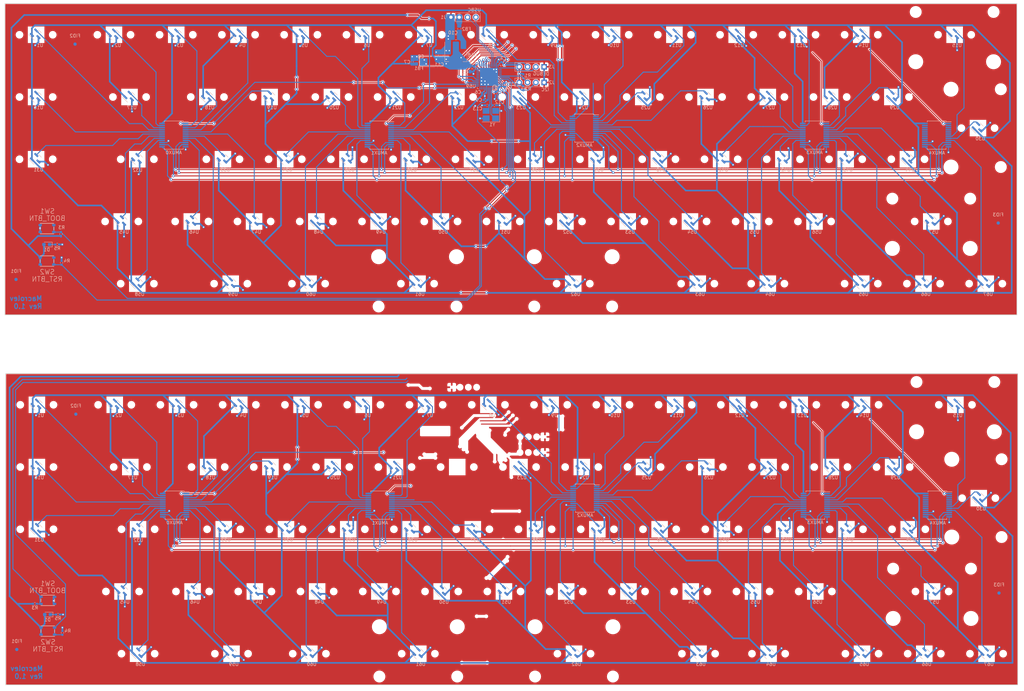
<source format=kicad_pcb>
(kicad_pcb (version 20221018) (generator pcbnew)
  (title_block (title "Macrolev") (date "2023-10-22") (rev "1.0") (company "Heiso"))
  (layers (0 "F.Cu" signal) (31 "B.Cu" signal) (34 "B.Paste" user) (35 "F.Paste" user) (36 "B.SilkS" user "B.Silkscreen") (37 "F.SilkS" user "F.Silkscreen") (38 "B.Mask" user) (39 "F.Mask" user) (44 "Edge.Cuts" user))
  (net 0 "")
  (net 1 "/ADC0")
  (net 2 "/AMUX0:7")
  (net 3 "/AMUX0:6")
  (net 4 "/AMUX0:5")
  (net 5 "/AMUX0:4")
  (net 6 "/AMUX0:3")
  (net 7 "/AMUX0:2")
  (net 8 "/AMUX0:1")
  (net 9 "/AMUX0:0")
  (net 10 "/SELECT0")
  (net 11 "/SELECT1")
  (net 12 "GND")
  (net 13 "/SELECT3")
  (net 14 "/SELECT2")
  (net 15 "/AMUX0:15")
  (net 16 "/AMUX0:14")
  (net 17 "/AMUX0:13")
  (net 18 "/AMUX0:12")
  (net 19 "/AMUX0:11")
  (net 20 "/AMUX0:10")
  (net 21 "/AMUX3:7")
  (net 22 "/AMUX0:9")
  (net 23 "/AMUX0:8")
  (net 24 "/AMUX3:6")
  (net 25 "+3.3VA")
  (net 30 "/AMUX3:5")
  (net 31 "/AMUX3:4")
  (net 41 "/I2C_SCL")
  (net 42 "/I2C_SDA")
  (net 43 "Net-(D1-K)")
  (net 44 "/VBUS")
  (net 45 "/ADC1")
  (net 46 "/AMUX1:7")
  (net 47 "/AMUX1:6")
  (net 48 "/AMUX1:5")
  (net 49 "/AMUX1:4")
  (net 50 "/AMUX1:3")
  (net 51 "/AMUX1:2")
  (net 52 "/AMUX1:1")
  (net 53 "/AMUX1:0")
  (net 54 "/AMUX1:15")
  (net 55 "/AMUX1:14")
  (net 56 "/AMUX1:13")
  (net 57 "/AMUX1:12")
  (net 58 "/AMUX1:11")
  (net 59 "/AMUX1:10")
  (net 60 "/AMUX1:9")
  (net 61 "/AMUX1:8")
  (net 62 "/ADC2")
  (net 63 "/AMUX2:7")
  (net 64 "/AMUX2:6")
  (net 65 "/AMUX2:5")
  (net 66 "/AMUX2:4")
  (net 67 "/AMUX2:3")
  (net 68 "/AMUX2:2")
  (net 69 "/AMUX2:1")
  (net 70 "/AMUX2:0")
  (net 71 "/AMUX2:15")
  (net 72 "/AMUX2:14")
  (net 73 "/AMUX2:13")
  (net 74 "/AMUX2:12")
  (net 75 "/AMUX2:11")
  (net 76 "/AMUX2:10")
  (net 77 "/AMUX2:9")
  (net 78 "/AMUX2:8")
  (net 79 "/AMUX3:3")
  (net 80 "/AMUX3:2")
  (net 81 "/AMUX3:1")
  (net 82 "/AMUX3:0")
  (net 83 "/AMUX3:15")
  (net 84 "/AMUX3:14")
  (net 85 "/AMUX3:13")
  (net 86 "/AMUX3:12")
  (net 87 "/AMUX3:11")
  (net 88 "/AMUX3:10")
  (net 89 "/AMUX3:9")
  (net 90 "/AMUX3:8")
  (net 91 "/AMUX4:2")
  (net 92 "/AMUX4:1")
  (net 93 "/AMUX4:0")
  (net 94 "+3.3V")
  (net 98 "+5V")
  (net 99 "/HSE_IN")
  (net 100 "/HSE_OUT")
  (net 101 "/NRST")
  (net 102 "/ADC3")
  (net 104 "/ADC4")
  (net 105 "/USB_D-")
  (net 106 "/USB_D+")
  (net 107 "/SWDIO")
  (net 108 "/SWCLK")
  (net 116 "/BOOT0")
  (footprint "Lekker switch:SW_MX_Lekker_1u" (layer "F.Cu") (at 154.3 78.1)
    (fp_text reference "U36")
    (fp_text value "A1101ELHL" hide)
  )
  (footprint "Lekker switch:SW_MX_Lekker_1.5u" (layer "F.Cu") (at 68.813824 172.329107)
    (fp_text reference "U17")
    (fp_text value "A1101ELHL" hide)
  )
  (footprint "Lekker switch:SW_MX_Lekker_1u" (layer "F.Cu") (at 202.163824 210.429107)
    (fp_text reference "U52")
    (fp_text value "A1101ELHL" hide)
  )
  (footprint "Lekker switch:SW_MX_Lekker_1.25u" (layer "F.Cu") (at 99.770074 229.479107)
    (fp_text reference "U59")
    (fp_text value "A1101ELHL" hide)
  )
  (footprint "Lekker switch:SW_MX_Lekker" (layer "F.Cu") (at 204.30625 116.2)
    (fp_text reference "U62")
    (fp_text value "A1101ELHL" hide)
  )
  (footprint "Lekker switch:SW_MX_Lekker_1u" (layer "F.Cu") (at 211.688824 191.379107)
    (fp_text reference "U39")
    (fp_text value "A1101ELHL" hide)
  )
  (footprint "Lekker switch:SW_MX_Lekker_1u" (layer "F.Cu") (at 249.788824 191.379107)
    (fp_text reference "U41")
    (fp_text value "A1101ELHL" hide)
  )
  (footprint "Lekker switch:SW_MX_Lekker_1u" (layer "F.Cu") (at 268.6 78.1)
    (fp_text reference "U42")
    (fp_text value "A1101ELHL" hide)
  )
  (footprint "Lekker switch:SW_MX_Lekker_1u" (layer "F.Cu") (at 125.725 97.15)
    (fp_text reference "U48")
    (fp_text value "A1101ELHL" hide)
  )
  (footprint "Lekker switch:SW_MX_Lekker_1.25u" (layer "F.Cu") (at 66.19375 97.15)
    (fp_text reference "U45")
    (fp_text value "A1101ELHL" hide)
  )
  (footprint "Lekker switch:SW_MX_Lekker" (layer "F.Cu") (at 321.226324 153.279107)
    (fp_text reference "U15")
    (fp_text value "A1101ELHL" hide)
  )
  (footprint "Lekker switch:SW_MX_Lekker_1u" (layer "F.Cu") (at 311.701324 229.479107)
    (fp_text reference "U66")
    (fp_text value "A1101ELHL" hide)
  )
  (footprint "Lekker switch:SW_MX_Lekker_1u" (layer "F.Cu") (at 259.313824 210.429107)
    (fp_text reference "U55")
    (fp_text value "A1101ELHL" hide)
  )
  (footprint "PCM_marbastlib-mx:STAB_MX_2u" (layer "F.Cu") (at 321.226324 153.279107)
    (fp_text reference "REF**" hide)
    (fp_text value "STAB_MX_2u")
  )
  (footprint "Lekker switch:SW_MX_Lekker_1u" (layer "F.Cu") (at 163.825 97.15)
    (fp_text reference "U50")
    (fp_text value "A1101ELHL" hide)
  )
  (footprint "Lekker switch:SW_MX_Lekker_1u" (layer "F.Cu") (at 63.8125 40)
    (fp_text reference "U2")
    (fp_text value "A1101ELHL" hide)
  )
  (footprint "Lekker switch:SW_MX_Lekker_1.75u" (layer "F.Cu") (at 70.95625 116.2)
    (fp_text reference "U58")
    (fp_text value "A1101ELHL" hide)
  )
  (footprint "Lekker switch:SW_MX_Lekker_1u" (layer "F.Cu") (at 301.9375 59.05)
    (fp_text reference "U29")
    (fp_text value "A1101ELHL" hide)
  )
  (footprint "Lekker switch:SW_MX_Lekker_1u" (layer "F.Cu") (at 187.6375 59.05)
    (fp_text reference "U23")
    (fp_text value "A1101ELHL" hide)
  )
  (footprint "Lekker switch:SW_MX_Lekker_1.25u" (layer "F.Cu") (at 99.53125 116.2)
    (fp_text reference "U59")
    (fp_text value "A1101ELHL" hide)
  )
  (footprint "Lekker switch:SW_MX_Lekker_1u" (layer "F.Cu") (at 145.013824 210.429107)
    (fp_text reference "U49")
    (fp_text value "A1101ELHL" hide)
  )
  (footprint "Lekker switch:SW_MX_Lekker_1u" (layer "F.Cu") (at 168.5875 59.05)
    (fp_text reference "U22")
    (fp_text value "A1101ELHL" hide)
  )
  (footprint "Lekker switch:SW_MX_Lekker_1u" (layer "F.Cu") (at 225.976324 172.329107)
    (fp_text reference "U25")
    (fp_text value "A1101ELHL" hide)
  )
  (footprint "Lekker switch:SW_MX_Lekker_1u" (layer "F.Cu") (at 92.3875 59.05)
    (fp_text reference "U18")
    (fp_text value "A1101ELHL" hide)
  )
  (footprint "Lekker switch:SW_MX_Lekker_1u" (layer "F.Cu") (at 159.301324 153.279107)
    (fp_text reference "U7")
    (fp_text value "A1101ELHL" hide)
  )
  (footprint "Lekker switch:SW_MX_Lekker_1u" (layer "F.Cu") (at 111.676324 172.329107)
    (fp_text reference "U19")
    (fp_text value "A1101ELHL" hide)
  )
  (footprint "Lekker switch:SW_MX_Lekker_1.75u" (layer "F.Cu") (at 71.195074 191.379107)
    (fp_text reference "U32")
    (fp_text value "A1101ELHL" hide)
  )
  (footprint "Lekker switch:SW_MX_Lekker_1u" (layer "F.Cu") (at 149.5375 59.05)
    (fp_text reference "U21")
    (fp_text value "A1101ELHL" hide)
  )
  (footprint "PCM_marbastlib-mx:STAB_MX_2.75u" (layer "F.Cu") (at 204.30625 116.2 180)
    (fp_text reference "REF**" hide)
    (fp_text value "STAB_MX_2.75u")
  )
  (footprint "Lekker switch:SW_MX_Lekker_1u" (layer "F.Cu") (at 121.201324 153.279107)
    (fp_text reference "U5")
    (fp_text value "A1101ELHL" hide)
  )
  (footprint "Lekker switch:SW_MX_Lekker_1u" (layer "F.Cu") (at 282.8875 59.05)
    (fp_text reference "U28")
    (fp_text value "A1101ELHL" hide)
  )
  (footprint "Lekker switch:SW_MX_Lekker_1u" (layer "F.Cu") (at 287.65 78.1)
    (fp_text reference "U43")
    (fp_text value "A1101ELHL" hide)
  )
  (footprint "Lekker switch:SW_MX_Lekker_1.25u" (layer "F.Cu") (at 123.34375 116.2)
    (fp_text reference "U60")
    (fp_text value "A1101ELHL" hide)
  )
  (footprint "Lekker switch:SW_MX_Lekker_1u" (layer "F.Cu") (at 182.875 97.15)
    (fp_text reference "U51")
    (fp_text value "A1101ELHL" hide)
  )
  (footprint "Lekker switch:SW_MX_Lekker_1u" (layer "F.Cu") (at 197.401324 153.279107)
    (fp_text reference "U9")
    (fp_text value "A1101ELHL" hide)
  )
  (footprint "Lekker switch:SW_MX_Lekker_1u" (layer "F.Cu") (at 259.075 97.15)
    (fp_text reference "U55")
    (fp_text value "A1101ELHL" hide)
  )
  (footprint "Lekker switch:SW_MX_Lekker_1u" (layer "F.Cu") (at 330.751324 229.479107)
    (fp_text reference "U67")
    (fp_text value "A1101ELHL" hide)
  )
  (footprint "Lekker switch:SW_MX_Lekker" (layer "F.Cu") (at 328.13125 68.575)
    (fp_text reference "U30")
    (fp_text value "A1101ELHL" hide)
  )
  (footprint "Lekker switch:SW_MX_Lekker_1u" (layer "F.Cu") (at 273.601324 153.279107)
    (fp_text reference "U13")
    (fp_text value "A1101ELHL" hide)
  )
  (footprint "Lekker switch:SW_MX_Lekker_1u" (layer "F.Cu") (at 178.1125 40)
    (fp_text reference "U8")
    (fp_text value "A1101ELHL" hide)
  )
  (footprint "Lekker switch:SW_MX_Lekker_1u" (layer "F.Cu") (at 40 40)
    (fp_text reference "U1")
    (fp_text value "A1101ELHL" hide)
  )
  (footprint "Lekker switch:SW_MX_Lekker" (layer "F.Cu") (at 156.68125 116.2)
    (fp_text reference "U61")
    (fp_text value "A1101ELHL" hide)
  )
  (footprint "Lekker switch:SW_MX_Lekker_1u" (layer "F.Cu") (at 264.076324 172.329107)
    (fp_text reference "U27")
    (fp_text value "A1101ELHL" hide)
  )
  (footprint "Lekker switch:SW_MX_Lekker_1u" (layer "F.Cu") (at 40.238824 172.329107)
    (fp_text reference "U16")
    (fp_text value "A1101ELHL" hide)
  )
  (footprint "Lekker switch:SW_MX_Lekker" (layer "F.Cu") (at 328.370074 181.854107)
    (fp_text reference "U30")
    (fp_text value "A1101ELHL" hide)
  )
  (footprint "Lekker switch:SW_MX_Lekker_1u" (layer "F.Cu") (at 263.8375 59.05)
    (fp_text reference "U27")
    (fp_text value "A1101ELHL" hide)
  )
  (footprint "Lekker switch:SW_MX_Lekker_1u" (layer "F.Cu") (at 111.4375 59.05)
    (fp_text reference "U19")
    (fp_text value "A1101ELHL" hide)
  )
  (footprint "Lekker switch:SW_MX_Lekker_1u" (layer "F.Cu") (at 120.9625 40)
    (fp_text reference "U5")
    (fp_text value "A1101ELHL" hide)
  )
  (footprint "Lekker switch:SW_MX_Lekker_1u" (layer "F.Cu") (at 106.675 97.15)
    (fp_text reference "U47")
    (fp_text value "A1101ELHL" hide)
  )
  (footprint "Lekker switch:SW_MX_Lekker_1u" (layer "F.Cu") (at 116.2 78.1)
    (fp_text reference "U34")
    (fp_text value "A1101ELHL" hide)
  )
  (footprint "Lekker switch:SW_MX_Lekker_1u" (layer "F.Cu") (at 283.126324 172.329107)
    (fp_text reference "U28")
    (fp_text value "A1101ELHL" hide)
  )
  (footprint "Lekker switch:SW_MX_Lekker_1u" (layer "F.Cu") (at 164.063824 210.429107)
    (fp_text reference "U50")
    (fp_text value "A1101ELHL" hide)
  )
  (footprint "Lekker switch:SW_MX_Lekker_1u" (layer "F.Cu") (at 311.4625 116.2)
    (fp_text reference "U66")
    (fp_text value "A1101ELHL" hide)
  )
  (footprint "Lekker switch:SW_MX_Lekker_1u" (layer "F.Cu") (at 102.151324 153.279107)
    (fp_text reference "U4")
    (fp_text value "A1101ELHL" hide)
  )
  (footprint "Lekker switch:SW_MX_Lekker_1u" (layer "F.Cu") (at 244.7875 59.05)
    (fp_text reference "U26")
    (fp_text value "A1101ELHL" hide)
  )
  (footprint "PCM_marbastlib-mx:STAB_MX_2.75u" (layer "F.Cu") (at 204.545074 229.479107 180)
    (fp_text reference "REF**" hide)
    (fp_text value "STAB_MX_2.75u")
  )
  (footprint "Lekker switch:SW_MX_Lekker_1u" (layer "F.Cu") (at 140.0125 40)
    (fp_text reference "U6")
    (fp_text value "A1101ELHL" hide)
  )
  (footprint "PCM_marbastlib-mx:STAB_MX_2.75u" (layer "F.Cu") (at 313.84375 97.15)
    (fp_text reference "REF**" hide)
    (fp_text value "STAB_MX_2.75u")
  )
  (footprint "Lekker switch:SW_MX_Lekker_1u" (layer "F.Cu") (at 263.8375 116.2)
    (fp_text reference "U64")
    (fp_text value "A1101ELHL" hide)
  )
  (footprint "PCM_marbastlib-mx:STAB_MX_2.25u" (layer "F.Cu") (at 156.68125 116.2 180)
    (fp_text reference "REF**" hide)
    (fp_text value "STAB_MX_2.25u")
  )
  (footprint "Lekker switch:SW_MX_Lekker_1u" (layer "F.Cu") (at 278.125 97.15)
    (fp_text reference "U56")
    (fp_text value "A1101ELHL" hide)
  )
  (footprint "Lekker switch:SW_MX_Lekker_1.25u" (layer "F.Cu") (at 242.40625 116.2)
    (fp_text reference "U63")
    (fp_text value "A1101ELHL" hide)
  )
  (footprint "Lekker switch:SW_MX_Lekker_1u" (layer "F.Cu") (at 83.101324 153.279107)
    (fp_text reference "U3")
    (fp_text value "A1101ELHL" hide)
  )
  (footprint "PCM_marbastlib-mx:STAB_MX_2.25u" (layer "F.Cu") (at 156.920074 229.479107 180)
    (fp_text reference "REF**" hide)
    (fp_text value "STAB_MX_2.25u")
  )
  (footprint "Lekker switch:SW_MX_Lekker_1u" (layer "F.Cu") (at 130.4875 59.05)
    (fp_text reference "U20")
    (fp_text value "A1101ELHL" hide)
  )
  (footprint "Lekker switch:SW_MX_Lekker_1u" (layer "F.Cu") (at 159.0625 40)
    (fp_text reference "U7")
    (fp_text value "A1101ELHL" hide)
  )
  (footprint "Lekker switch:SW_MX_Lekker_1u" (layer "F.Cu") (at 106.913824 210.429107)
    (fp_text reference "U47")
    (fp_text value "A1101ELHL" hide)
  )
  (footprint "Lekker switch:SW_MX_Lekker_1u" (layer "F.Cu") (at 240.263824 210.429107)
    (fp_text reference "U54")
    (fp_text value "A1101ELHL" hide)
  )
  (footprint "Lekker switch:SW_MX_Lekker_1u" (layer "F.Cu") (at 221.213824 210.429107)
    (fp_text reference "U53")
    (fp_text value "A1101ELHL" hide)
  )
  (footprint "PCM_marbastlib-mx:STAB_MX_ISO-ROT" (layer "F.Cu") (at 328.370074 181.854107)
    (fp_text reference "REF**" hide)
    (fp_text value "STAB_MX_ISO-ROT")
  )
  (footprint "Lekker switch:SW_MX_Lekker_1u" (layer "F.Cu") (at 125.963824 210.429107)
    (fp_text reference "U48")
    (fp_text value "A1101ELHL" hide)
  )
  (footprint "Lekker switch:SW_MX_Lekker_1u" (layer "F.Cu") (at 201.925 97.15)
    (fp_text reference "U52")
    (fp_text value "A1101ELHL" hide)
  )
  (footprint "Lekker switch:SW_MX_Lekker_1u" (layer "F.Cu") (at 40.238824 191.379107)
    (fp_text reference "U31")
    (fp_text value "A1101ELHL" hide)
  )
  (footprint "Lekker switch:SW_MX_Lekker_1u" (layer "F.Cu") (at 292.4125 40)
    (fp_text reference "U14")
    (fp_text value "A1101ELHL" hide)
  )
  (footprint "Lekker switch:SW_MX_Lekker_1u" (layer "F.Cu") (at 97.15 78.1)
    (fp_text reference "U33")
    (fp_text value "A1101ELHL" hide)
  )
  (footprint "Lekker switch:SW_MX_Lekker_1u" (layer "F.Cu") (at 306.7 78.1)
    (fp_text reference "U44")
    (fp_text value "A1101ELHL" hide)
  )
  (footprint "Lekker switch:SW_MX_Lekker_1u" (layer "F.Cu") (at 40 59.05)
    (fp_text reference "U16")
    (fp_text value "A1101ELHL" hide)
  )
  (footprint "Lekker switch:SW_MX_Lekker_1u" (layer "F.Cu") (at 235.501324 153.279107)
    (fp_text reference "U11")
    (fp_text value "A1101ELHL" hide)
  )
  (footprint "Lekker switch:SW_MX_Lekker_1u" (layer "F.Cu") (at 254.3125 40)
    (fp_text reference "U12")
    (fp_text value "A1101ELHL" hide)
  )
  (footprint "Lekker switch:SW_MX_Lekker_1u" (layer "F.Cu") (at 192.4 78.1)
    (fp_text reference "U38")
    (fp_text value "A1101ELHL" hide)
  )
  (footprint "Lekker switch:SW_MX_Lekker_1u" (layer "F.Cu") (at 268.838824 191.379107)
    (fp_text reference "U42")
    (fp_text value "A1101ELHL" hide)
  )
  (footprint "Lekker switch:SW_MX_Lekker_1u" (layer "F.Cu") (at 240.025 97.15)
    (fp_text reference "U54")
    (fp_text value "A1101ELHL" hide)
  )
  (footprint "Lekker switch:SW_MX_Lekker_1u" (layer "F.Cu") (at 144.775 97.15)
    (fp_text reference "U49")
    (fp_text value "A1101ELHL" hide)
  )
  (footprint "Lekker switch:SW_MX_Lekker_1u" (layer "F.Cu") (at 197.1625 40)
    (fp_text reference "U9")
    (fp_text value "A1101ELHL" hide)
  )
  (footprint "Lekker switch:SW_MX_Lekker_1u" (layer "F.Cu") (at 87.863824 210.429107)
    (fp_text reference "U46")
    (fp_text value "A1101ELHL" hide)
  )
  (footprint "Lekker switch:SW_MX_Lekker_1u" (layer "F.Cu") (at 173.35 78.1)
    (fp_text reference "U37")
    (fp_text value "A1101ELHL" hide)
  )
  (footprint "PCM_marbastlib-mx:STAB_MX_2u" (layer "F.Cu") (at 320.9875 40)
    (fp_text reference "REF**" hide)
    (fp_text value "STAB_MX_2u")
  )
  (footprint "Lekker switch:SW_MX_Lekker_1u" (layer "F.Cu") (at 183.113824 210.429107)
    (fp_text reference "U51")
    (fp_text value "A1101ELHL" hide)
  )
  (footprint "Lekker switch:SW_MX_Lekker_1u" (layer "F.Cu") (at 82.8625 40)
    (fp_text reference "U3")
    (fp_text value "A1101ELHL" hide)
  )
  (footprint "Lekker switch:SW_MX_Lekker_1u" (layer "F.Cu") (at 278.363824 210.429107)
    (fp_text reference "U56")
    (fp_text value "A1101ELHL" hide)
  )
  (footprint "Lekker switch:SW_MX_Lekker_1u" (layer "F.Cu") (at 206.926324 172.329107)
    (fp_text reference "U24")
    (fp_text value "A1101ELHL" hide)
  )
  (footprint "Lekker switch:SW_MX_Lekker_1u" (layer "F.Cu") (at 264.076324 229.479107)
    (fp_text reference "U64")
    (fp_text value "A1101ELHL" hide)
  )
  (footprint "Lekker switch:SW_MX_Lekker_1u" (layer "F.Cu") (at 225.7375 59.05)
    (fp_text reference "U25")
    (fp_text value "A1101ELHL" hide)
  )
  (footprint "Lekker switch:SW_MX_Lekker_1u" (layer "F.Cu") (at 211.45 78.1)
    (fp_text reference "U39")
    (fp_text value "A1101ELHL" hide)
  )
  (footprint "Lekker switch:SW_MX_Lekker_1u" (layer "F.Cu") (at 87.625 97.15)
    (fp_text reference "U46")
    (fp_text value "A1101ELHL" hide)
  )
  (footprint "Lekker switch:SW_MX_Lekker_1.75u" (layer "F.Cu") (at 71.195074 229.479107)
    (fp_text reference "U58")
    (fp_text value "A1101ELHL" hide)
  )
  (footprint "Lekker switch:SW_MX_Lekker_1u" (layer "F.Cu") (at 245.026324 172.329107)
    (fp_text reference "U26")
    (fp_text value "A1101ELHL" hide)
  )
  (footprint "Lekker switch:SW_MX_Lekker" (layer "F.Cu") (at 313.84375 97.15)
    (fp_text reference "U57")
    (fp_text value "A1101ELHL" hide)
  )
  (footprint "Lekker switch:SW_MX_Lekker_1.5u" (layer "F.Cu") (at 68.575 59.05)
    (fp_text reference "U17")
    (fp_text value "A1101ELHL" hide)
  )
  (footprint "Lekker switch:SW_MX_Lekker_1u" (layer "F.Cu") (at 216.2125 40)
    (fp_text reference "U10")
    (fp_text value "A1101ELHL" hide)
  )
  (footprint "Lekker switch:SW_MX_Lekker" (layer "F.Cu") (at 204.545074 229.479107)
    (fp_text reference "U62")
    (fp_text value "A1101ELHL" hide)
  )
  (footprint "Lekker switch:SW_MX_Lekker_1u" (layer "F.Cu") (at 216.451324 153.279107)
    (fp_text reference "U10")
    (fp_text value "A1101ELHL" hide)
  )
  (footprint "Lekker switch:SW_MX_Lekker_1u" (layer "F.Cu") (at 40 78.1)
    (fp_text reference "U31")
    (fp_text value "A1101ELHL" hide)
  )
  (footprint "Lekker switch:SW_MX_Lekker_1u" (layer "F.Cu") (at 92.626324 172.329107)
    (fp_text reference "U18")
    (fp_text value "A1101ELHL" hide)
  )
  (footprint "PCM_marbastlib-mx:STAB_MX_ISO-ROT" (layer "F.Cu") (at 328.13125 68.575)
    (fp_text reference "REF**" hide)
    (fp_text value "STAB_MX_ISO-ROT")
  )
  (footprint "Lekker switch:SW_MX_Lekker_1u" (layer "F.Cu") (at 292.4125 116.2)
    (fp_text reference "U65")
    (fp_text value "A1101ELHL" hide)
  )
  (footprint "Lekker switch:SW_MX_Lekker_1u" (layer "F.Cu") (at 40.238824 153.279107)
    (fp_text reference "U1")
    (fp_text value "A1101ELHL" hide)
  )
  (footprint "Lekker switch:SW_MX_Lekker_1.25u" (layer "F.Cu") (at 242.645074 229.479107)
    (fp_text reference "U63")
    (fp_text value "A1101ELHL" hide)
  )
  (footprint "Lekker switch:SW_MX_Lekker_1u" (layer "F.Cu") (at 173.588824 191.379107)
    (fp_text reference "U37")
    (fp_text value "A1101ELHL" hide)
  )
  (footprint "Lekker switch:SW_MX_Lekker_1u" (layer "F.Cu") (at 178.351324 153.279107)
    (fp_text reference "U8")
    (fp_text value "A1101ELHL" hide)
  )
  (footprint "Lekker switch:SW_MX_Lekker_1u" (layer "F.Cu") (at 273.3625 40)
    (fp_text reference "U13")
    (fp_text value "A1101ELHL" hide)
  )
  (footprint "Lekker switch:SW_MX_Lekker_1u" (layer "F.Cu") (at 292.651324 229.479107)
    (fp_text reference "U65")
    (fp_text value "A1101ELHL" hide)
  )
  (footprint "Lekker switch:SW_MX_Lekker_1u" (layer "F.Cu") (at 130.726324 172.329107)
    (fp_text reference "U20")
    (fp_text value "A1101ELHL" hide)
  )
  (footprint "Lekker switch:SW_MX_Lekker" (layer "F.Cu") (at 314.082574 210.429107)
    (fp_text reference "U57")
    (fp_text value "A1101ELHL" hide)
  )
  (footprint "Lekker switch:SW_MX_Lekker_1u" (layer "F.Cu") (at 230.5 78.1)
    (fp_text reference "U40")
    (fp_text value "A1101ELHL" hide)
  )
  (footprint "Lekker switch:SW_MX_Lekker_1u" (layer "F.Cu") (at 254.551324 153.279107)
    (fp_text reference "U12")
    (fp_text value "A1101ELHL" hide)
  )
  (footprint "Lekker switch:SW_MX_Lekker_1u" (layer "F.Cu") (at 140.251324 153.279107)
    (fp_text reference "U6")
    (fp_text value "A1101ELHL" hide)
  )
  (footprint "Lekker switch:SW_MX_Lekker_1u" (layer "F.Cu") (at 135.25 78.1)
    (fp_text reference "U35")
    (fp_text value "A1101ELHL" hide)
  )
  (footprint "Lekker switch:SW_MX_Lekker_1u" (layer "F.Cu") (at 292.651324 153.279107)
    (fp_text reference "U14")
    (fp_text value "A1101ELHL" hide)
  )
  (footprint "Lekker switch:SW_MX_Lekker_1u" (layer "F.Cu") (at 230.738824 191.379107)
    (fp_text reference "U40")
    (fp_text value "A1101ELHL" hide)
  )
  (footprint "Lekker switch:SW_MX_Lekker" (layer "F.Cu") (at 320.9875 40)
    (fp_text reference "U15")
    (fp_text value "A1101ELHL" hide)
  )
  (footprint "Lekker switch:SW_MX_Lekker_1u" (layer "F.Cu") (at 235.2625 40)
    (fp_text reference "U11")
    (fp_text value "A1101ELHL" hide)
  )
  (footprint "Lekker switch:SW_MX_Lekker_1u" (layer "F.Cu") (at 101.9125 40)
    (fp_text reference "U4")
    (fp_text value "A1101ELHL" hide)
  )
  (footprint "Lekker switch:SW_MX_Lekker_1.25u" (layer "F.Cu") (at 66.432574 210.429107)
    (fp_text reference "U45")
    (fp_text value "A1101ELHL" hide)
  )
  (footprint "Lekker switch:SW_MX_Lekker_1u" (layer "F.Cu") (at 206.6875 59.05)
    (fp_text reference "U24")
    (fp_text value "A1101ELHL" hide)
  )
  (footprint "Lekker switch:SW_MX_Lekker_1u" (layer "F.Cu") (at 249.55 78.1)
    (fp_text reference "U41")
    (fp_text value "A1101ELHL" hide)
  )
  (footprint "Lekker switch:SW_MX_Lekker_1u" (layer "F.Cu") (at 302.176324 172.329107)
    (fp_text reference "U29")
    (fp_text value "A1101ELHL" hide)
  )
  (footprint "Lekker switch:SW_MX_Lekker_1u" (layer "F.Cu") (at 330.5125 116.2)
    (fp_text reference "U67")
    (fp_text value "A1101ELHL" hide)
  )
  (footprint "Lekker switch:SW_MX_Lekker_1.25u" (layer "F.Cu") (at 123.582574 229.479107)
    (fp_text reference "U60")
    (fp_text value "A1101ELHL" hide)
  )
  (footprint "Lekker switch:SW_MX_Lekker_1u" (layer "F.Cu") (at 64.051324 153.279107)
    (fp_text reference "U2")
    (fp_text value "A1101ELHL" hide)
  )
  (footprint "Lekker switch:SW_MX_Lekker" (layer "F.Cu") (at 156.920074 229.479107)
    (fp_text reference "U61")
    (fp_text value "A1101ELHL" hide)
  )
  (footprint "Lekker switch:SW_MX_Lekker_1u" (layer "F.Cu") (at 306.938824 191.379107)
    (fp_text reference "U44")
    (fp_text value "A1101ELHL" hide)
  )
  (footprint "Lekker switch:SW_MX_Lekker_1u" (layer "F.Cu") (at 187.876324 172.329107)
    (fp_text reference "U23")
    (fp_text value "A1101ELHL" hide)
  )
  (footprint "Lekker switch:SW_MX_Lekker_1u" (layer "F.Cu") (at 116.438824 191.379107)
    (fp_text reference "U34")
    (fp_text value "A1101ELHL" hide)
  )
  (footprint "Lekker switch:SW_MX_Lekker_1u" (layer "F.Cu") (at 97.388824 191.379107)
    (fp_text reference "U33")
    (fp_text value "A1101ELHL" hide)
  )
  (footprint "Lekker switch:SW_MX_Lekker_1u" (layer "F.Cu") (at 154.538824 191.379107)
    (fp_text reference "U36")
    (fp_text value "A1101ELHL" hide)
  )
  (footprint "PCM_marbastlib-mx:STAB_MX_2.75u" (layer "F.Cu") (at 314.082574 210.429107)
    (fp_text reference "REF**" hide)
    (fp_text value "STAB_MX_2.75u")
  )
  (footprint "Lekker switch:SW_MX_Lekker_1u" (layer "F.Cu") (at 135.488824 191.379107)
    (fp_text reference "U35")
    (fp_text value "A1101ELHL" hide)
  )
  (footprint "Lekker switch:SW_MX_Lekker_1u" (layer "F.Cu") (at 220.975 97.15)
    (fp_text reference "U53")
    (fp_text value "A1101ELHL" hide)
  )
  (footprint "Lekker switch:SW_MX_Lekker_1u" (layer "F.Cu") (at 192.638824 191.379107)
    (fp_text reference "U38")
    (fp_text value "A1101ELHL" hide)
  )
  (footprint "Lekker switch:SW_MX_Lekker_1u" (layer "F.Cu") (at 287.888824 191.379107)
    (fp_text reference "U43")
    (fp_text value "A1101ELHL" hide)
  )
  (footprint "Lekker switch:SW_MX_Lekker_1.75u" (layer "F.Cu") (at 70.95625 78.1)
    (fp_text reference "U32")
    (fp_text value "A1101ELHL" hide)
  )
  (footprint "Lekker switch:SW_MX_Lekker_1u" (layer "F.Cu") (at 149.776324 172.329107)
    (fp_text reference "U21")
    (fp_text value "A1101ELHL" hide)
  )
  (footprint "Package_SO:SSOP-24_5.3x8.2mm_P0.65mm" (layer "B.Cu") (at 207.878824 181.854107 180)
    (fp_text reference "AMUX2")
    (fp_text value "CD74HC4067SM")
  )
  (footprint "Capacitor_SMD:C_0603_1608Metric_Pad1.08x0.95mm_HandSolder" (layer "B.Cu") (at 172.75 50.4125 -90)
    (fp_text reference "C1")
    (fp_text value "10u")
  )
  (footprint "Capacitor_SMD:C_0402_1005Metric_Pad0.74x0.62mm_HandSolder" (layer "B.Cu") (at 155.0475 48.2825 90)
    (fp_text reference "C7")
    (fp_text value "1u")
  )
  (footprint "switch:SKRPACE010" (layer "B.Cu") (at 43.563824 213.15)
    (fp_text reference "SW1")
    (fp_text value "BOOT_BTN")
  )
  (footprint "Package_SO:SSOP-24_5.3x8.2mm_P0.65mm" (layer "B.Cu") (at 82.358824 183.994107 180)
    (fp_text reference "AMUX0")
    (fp_text value "CD74HC4067SM")
  )
  (footprint "Capacitor_SMD:C_0402_1005Metric_Pad0.74x0.62mm_HandSolder" (layer "B.Cu") (at 183.165 55.4025 90)
    (fp_text reference "C3")
    (fp_text value "100n")
  )
  (footprint "Connector_PinHeader_2.54mm:PinHeader_1x04_P2.54mm_Vertical" (layer "B.Cu") (at 195.42 49.8 90)
    (fp_text reference "J3")
    (fp_text value "DEBUG")
  )
  (footprint "Resistor_SMD:R_0402_1005Metric_Pad0.72x0.64mm_HandSolder" (layer "B.Cu") (at 47.8 109.8 -90)
    (fp_text reference "R4")
    (fp_text value "10k")
  )
  (footprint "Fiducial:Fiducial_1mm_Mask3mm" (layer "B.Cu") (at 51.90625 42.8575 180)
    (fp_text reference "FID2")
    (fp_text value "Fiducial")
  )
  (footprint "Resistor_SMD:R_0402_1005Metric_Pad0.72x0.64mm_HandSolder" (layer "B.Cu") (at 48.038824 223.079107 -90)
    (fp_text reference "R4")
    (fp_text value "10k")
  )
  (footprint "Package_SO:SSOP-24_5.3x8.2mm_P0.65mm" (layer "B.Cu") (at 278.363824 183.994107 180)
    (fp_text reference "AMUX3")
    (fp_text value "CD74HC4067SM")
  )
  (footprint "Capacitor_SMD:C_0402_1005Metric_Pad0.74x0.62mm_HandSolder" (layer "B.Cu") (at 180.1975 61.583322)
    (fp_text reference "C12")
    (fp_text value "20p")
  )
  (footprint "Capacitor_SMD:C_0402_1005Metric_Pad0.74x0.62mm_HandSolder" (layer "B.Cu") (at 177.9825 61.583322 180)
    (fp_text reference "C13")
    (fp_text value "20p")
  )
  (footprint "Fiducial:Fiducial_1mm_Mask3mm" (layer "B.Cu") (at 334.561324 210.905357 180)
    (fp_text reference "FID3")
    (fp_text value "Fiducial")
  )
  (footprint "Inductor_SMD:L_0603_1608Metric_Pad1.05x0.95mm_HandSolder" (layer "B.Cu") (at 157.1725 48.9)
    (fp_text reference "FB1")
    (fp_text value "120R")
  )
  (footprint "Fiducial:Fiducial_1mm_Mask3mm" (layer "B.Cu") (at 33.85 114.9 180)
    (fp_text reference "FID1")
    (fp_text value "Fiducial")
  )
  (footprint "Capacitor_SMD:C_0805_2012Metric_Pad1.18x1.45mm_HandSolder" (layer "B.Cu") (at 168.45 40.8 180)
    (fp_text reference "C10")
    (fp_text value "22u")
  )
  (footprint "Fiducial:Fiducial_1mm_Mask3mm" (layer "B.Cu") (at 34.088824 228.179107 180)
    (fp_text reference "FID1")
    (fp_text value "Fiducial")
  )
  (footprint "Crystal:Crystal_SMD_3225-4Pin_3.2x2.5mm_HandSoldering" (layer "B.Cu") (at 179.115 64.433322 180)
    (fp_text reference "Y1")
    (fp_text value "25MHz/20ppm/15pF")
  )
  (footprint "Fiducial:Fiducial_1mm_Mask3mm" (layer "B.Cu") (at 52.145074 156.136607 180)
    (fp_text reference "FID2")
    (fp_text value "Fiducial")
  )
  (footprint "switch:SKRPACE010" (layer "B.Cu") (at 43.563824 222.554107 180)
    (fp_text reference "SW2")
    (fp_text value "RST_BTN")
  )
  (footprint "Package_SO:SSOP-24_5.3x8.2mm_P0.65mm" (layer "B.Cu") (at 315.4825 70.715 180)
    (fp_text reference "AMUX4")
    (fp_text value "CD74HC4067SM")
  )
  (footprint "Connector_PinHeader_2.54mm:PinHeader_1x04_P2.54mm_Vertical" (layer "B.Cu") (at 195.42 54.6 90)
    (fp_text reference "J2")
    (fp_text value "I2C")
  )
  (footprint "Package_SO:SSOP-24_5.3x8.2mm_P0.65mm" (layer "B.Cu") (at 145.223824 183.994107 180)
    (fp_text reference "AMUX1")
    (fp_text value "CD74HC4067SM")
  )
  (footprint "Package_SO:SSOP-24_5.3x8.2mm_P0.65mm" (layer "B.Cu") (at 278.125 70.715 180)
    (fp_text reference "AMUX3")
    (fp_text value "CD74HC4067SM")
  )
  (footprint "switch:SKRPACE010" (layer "B.Cu") (at 43.325 109.275 180)
    (fp_text reference "SW2")
    (fp_text value "RST_BTN")
  )
  (footprint "Resistor_SMD:R_0402_1005Metric_Pad0.72x0.64mm_HandSolder" (layer "B.Cu") (at 46.701324 217.479107)
    (fp_text reference "R5")
    (fp_text value "5.1k")
  )
  (footprint "LED_SMD:LED_0603_1608Metric_Pad1.05x0.95mm_HandSolder" (layer "B.Cu") (at 43.26 104.2 180)
    (fp_text reference "D1")
    (fp_text value "RED")
  )
  (footprint "Capacitor_SMD:C_0402_1005Metric_Pad0.74x0.62mm_HandSolder" (layer "B.Cu") (at 180.55 58.0825 -90)
    (fp_text reference "C2")
    (fp_text value "100n")
  )
  (footprint "Inductor_SMD:L_0603_1608Metric_Pad1.05x0.95mm_HandSolder" (layer "B.Cu") (at 169.45 38.15 -90)
    (fp_text reference "FB2")
    (fp_text value "120R")
  )
  (footprint "Resistor_SMD:R_0402_1005Metric_Pad0.72x0.64mm_HandSolder" (layer "B.Cu") (at 189.05 56.35 -90)
    (fp_text reference "R2")
    (fp_text value "1.2K")
  )
  (footprint "switch:SKRPACE010" (layer "B.Cu") (at 43.325 99.325 180)
    (fp_text reference "SW1")
    (fp_text value "BOOT_BTN")
  )
  (footprint "Resistor_SMD:R_0402_1005Metric_Pad0.72x0.64mm_HandSolder" (layer "B.Cu") (at 189.05 52.7 -90)
    (fp_text reference "R1")
    (fp_text value "1.2K")
  )
  (footprint "Package_TO_SOT_SMD:SOT-223-3_TabPin2" (layer "B.Cu") (at 168.4 46.3 -90)
    (fp_text reference "U68")
    (fp_text value "AMS1117-3.3")
  )
  (footprint "Resistor_SMD:R_0402_1005Metric_Pad0.72x0.64mm_HandSolder" (layer "B.Cu") (at 46.4625 104.2)
    (fp_text reference "R5")
    (fp_text value "5.1k")
  )
  (footprint "Package_DFN_QFN:QFN-48-1EP_7x7mm_P0.5mm_EP5.6x5.6mm" (layer "B.Cu") (at 178.55 52.9 90)
    (fp_text reference "U69")
    (fp_text value "STM32F411CEU6")
  )
  (footprint "Capacitor_SMD:C_0805_2012Metric_Pad1.18x1.45mm_HandSolder" (layer "B.Cu") (at 163.8 46.4 90)
    (fp_text reference "C11")
    (fp_text value "22u")
  )
  (footprint "Package_SO:SSOP-24_5.3x8.2mm_P0.65mm" (layer "B.Cu") (at 82.12 70.715 180)
    (fp_text reference "AMUX0")
    (fp_text value "CD74HC4067SM")
  )
  (footprint "Package_SO:SSOP-24_5.3x8.2mm_P0.65mm" (layer "B.Cu") (at 315.721324 183.994107 180)
    (fp_text reference "AMUX4")
    (fp_text value "CD74HC4067SM")
  )
  (footprint "Package_SO:SSOP-24_5.3x8.2mm_P0.65mm" (layer "B.Cu") (at 207.64 68.575 180)
    (fp_text reference "AMUX2")
    (fp_text value "CD74HC4067SM")
  )
  (footprint "Capacitor_SMD:C_0402_1005Metric_Pad0.74x0.62mm_HandSolder" (layer "B.Cu") (at 181.7675 48.3 180)
    (fp_text reference "C4")
    (fp_text value "100n")
  )
  (footprint "Resistor_SMD:R_0402_1005Metric_Pad0.72x0.64mm_HandSolder" (layer "B.Cu") (at 47.6 100.9975 90)
    (fp_text reference "R3")
    (fp_text value "10k")
  )
  (footprint "Capacitor_SMD:C_0402_1005Metric_Pad0.74x0.62mm_HandSolder" (layer "B.Cu") (at 177.5 59.95 180)
    (fp_text reference "C9")
    (fp_text value "100n")
  )
  (footprint "Connector_PinHeader_2.54mm:PinHeader_1x04_P2.54mm_Vertical" (layer "B.Cu") (at 166.9 34.625 -90)
    (fp_text reference "J1")
    (fp_text value "USBC")
  )
  (footprint "Capacitor_SMD:C_0402_1005Metric_Pad0.74x0.62mm_HandSolder" (layer "B.Cu") (at 173.965 50.4025 -90)
    (fp_text reference "C5")
    (fp_text value "100n")
  )
  (footprint "Capacitor_SMD:C_0402_1005Metric_Pad0.74x0.62mm_HandSolder" (layer "B.Cu") (at 177 57.8)
    (fp_text reference "C6")
    (fp_text value "10n")
  )
  (footprint "Package_SO:SSOP-24_5.3x8.2mm_P0.65mm" (layer "B.Cu") (at 144.985 70.715 180)
    (fp_text reference "AMUX1")
    (fp_text value "CD74HC4067SM")
  )
  (footprint "LED_SMD:LED_0603_1608Metric_Pad1.05x0.95mm_HandSolder" (layer "B.Cu") (at 43.498824 217.479107 180)
    (fp_text reference "D1")
    (fp_text value "RED")
  )
  (footprint "Capacitor_SMD:C_0402_1005Metric_Pad0.74x0.62mm_HandSolder" (layer "B.Cu") (at 157.18 47.7 180)
    (fp_text reference "C8")
    (fp_text value "1u")
  )
  (footprint "Resistor_SMD:R_0402_1005Metric_Pad0.72x0.64mm_HandSolder" (layer "B.Cu") (at 39.6 214.2)
    (fp_text reference "R3")
    (fp_text value "10k")
  )
  (footprint "Fiducial:Fiducial_1mm_Mask3mm" (layer "B.Cu") (at 334.3225 97.62625 180)
    (fp_text reference "FID3")
    (fp_text value "Fiducial")
  )
  (gr_rect (start 30.475 30.475) (end 340.0375 125.725) (stroke (width 0.2)) (fill none) (layer "Edge.Cuts"))
  (gr_rect (start 30.713824 143.754107) (end 340.276324 239.004107) (stroke (width 0.2)) (fill none) (layer "Edge.Cuts"))
  (gr_text "Macrolev\nRev 1.0" (at 42 124) (layer "B.Cu") (effects (font (size 1.5 1.5) (thickness 0.3) bold) (justify left bottom mirror)))
  (gr_text "Macrolev\nRev 1.0" (at 42.238824 237.279107) (layer "B.Cu") (effects (font (size 1.5 1.5) (thickness 0.3) bold) (justify left bottom mirror)))
  (segment (start 161.9 56.25) (end 157.2 56.25) (width 0.3) (layer "F.Cu") (net 1))
  (segment (start 137.388824 167.829107) (end 146.238824 167.829107) (width 0.3) (layer "F.Cu") (net 1))
  (segment (start 94.3 67.15) (end 84.25 67.15) (width 0.3) (layer "F.Cu") (net 1))
  (segment (start 137.15 54.55) (end 146 54.55) (width 0.3) (layer "F.Cu") (net 1))
  (segment (start 94.538824 180.429107) (end 84.488824 180.429107) (width 0.3) (layer "F.Cu") (net 1))
  (via (at 137.15 54.55) (size 0.8) (drill 0.4) (layers "F.Cu" "B.Cu") (net 1))
  (via (at 84.488824 180.429107) (size 0.8) (drill 0.4) (layers "F.Cu" "B.Cu") (net 1))
  (via (at 146.238824 167.829107) (size 0.8) (drill 0.4) (layers "F.Cu" "B.Cu") (net 1))
  (via (at 157.2 56.25) (size 0.8) (drill 0.4) (layers "F.Cu" "B.Cu") (net 1))
  (via (at 161.9 56.25) (size 0.8) (drill 0.4) (layers "F.Cu" "B.Cu") (net 1))
  (via (at 146 54.55) (size 0.8) (drill 0.4) (layers "F.Cu" "B.Cu") (net 1))
  (via (at 94.3 67.15) (size 0.8) (drill 0.4) (layers "F.Cu" "B.Cu") (net 1))
  (via (at 94.538824 180.429107) (size 0.8) (drill 0.4) (layers "F.Cu" "B.Cu") (net 1))
  (via (at 84.25 67.15) (size 0.8) (drill 0.4) (layers "F.Cu" "B.Cu") (net 1))
  (via (at 137.388824 167.829107) (size 0.8) (drill 0.4) (layers "F.Cu" "B.Cu") (net 1))
  (segment (start 84.25 67.15) (end 85.71 67.15) (width 0.3) (layer "B.Cu") (net 1))
  (segment (start 147.7 56.25) (end 157.2 56.25) (width 0.3) (layer "B.Cu") (net 1))
  (segment (start 137.388824 167.829107) (end 107.138824 167.829107) (width 0.3) (layer "B.Cu") (net 1))
  (segment (start 85.948824 180.429107) (end 85.958824 180.419107) (width 0.3) (layer "B.Cu") (net 1))
  (segment (start 107.138824 167.829107) (end 94.538824 180.429107) (width 0.3) (layer "B.Cu") (net 1))
  (segment (start 106.9 54.55) (end 94.3 67.15) (width 0.3) (layer "B.Cu") (net 1))
  (segment (start 84.488824 180.429107) (end 85.948824 180.429107) (width 0.3) (layer "B.Cu") (net 1))
  (segment (start 146 54.55) (end 147.7 56.25) (width 0.3) (layer "B.Cu") (net 1))
  (segment (start 161.9 56.25) (end 174 56.25) (width 0.3) (layer "B.Cu") (net 1))
  (segment (start 85.71 67.15) (end 85.72 67.14) (width 0.3) (layer "B.Cu") (net 1))
  (segment (start 174 56.25) (end 174.6 55.65) (width 0.3) (layer "B.Cu") (net 1))
  (segment (start 174.6 55.65) (end 175.1125 55.65) (width 0.3) (layer "B.Cu") (net 1))
  (segment (start 137.15 54.55) (end 106.9 54.55) (width 0.3) (layer "B.Cu") (net 1))
  (segment (start 87.648824 181.069107) (end 89.408824 179.309107) (width 0.3) (layer "B.Cu") (net 2))
  (segment (start 85.958824 181.069107) (end 87.648824 181.069107) (width 0.3) (layer "B.Cu") (net 2))
  (segment (start 89.17 66.03) (end 89.17 44.963997) (width 0.3) (layer "B.Cu") (net 2))
  (segment (start 89.408824 179.309107) (end 89.408824 158.243104) (width 0.3) (layer "B.Cu") (net 2))
  (segment (start 87.41 67.79) (end 89.17 66.03) (width 0.3) (layer "B.Cu") (net 2))
  (segment (start 85.72 67.79) (end 87.41 67.79) (width 0.3) (layer "B.Cu") (net 2))
  (segment (start 89.408824 158.243104) (end 83.158543 151.992823) (width 0.3) (layer "B.Cu") (net 2))
  (segment (start 89.17 44.963997) (end 82.919719 38.713716) (width 0.3) (layer "B.Cu") (net 2))
  (segment (start 95.468824 173.828104) (end 92.683543 171.042823) (width 0.3) (layer "B.Cu") (net 3))
  (segment (start 95.468824 175.089107) (end 95.468824 173.828104) (width 0.3) (layer "B.Cu") (net 3))
  (segment (start 92.683543 170.957576) (end 92.683543 171.042823) (width 0.3) (layer "B.Cu") (net 3))
  (segment (start 88.838824 181.719107) (end 95.468824 175.089107) (width 0.3) (layer "B.Cu") (net 3))
  (segment (start 85.958824 181.719107) (end 88.838824 181.719107) (width 0.3) (layer "B.Cu") (net 3))
  (segment (start 95.23 60.548997) (end 92.444719 57.763716) (width 0.3) (layer "B.Cu") (net 3))
  (segment (start 85.72 68.44) (end 88.6 68.44) (width 0.3) (layer "B.Cu") (net 3))
  (segment (start 92.444719 57.678469) (end 92.444719 57.763716) (width 0.3) (layer "B.Cu") (net 3))
  (segment (start 88.6 68.44) (end 95.23 61.81) (width 0.3) (layer "B.Cu") (net 3))
  (segment (start 95.23 61.81) (end 95.23 60.548997) (width 0.3) (layer "B.Cu") (net 3))
  (segment (start 104.75 41.493997) (end 101.969719 38.713716) (width 0.3) (layer "B.Cu") (net 4))
  (segment (start 85.958824 182.369107) (end 90.648824 182.369107) (width 0.3) (layer "B.Cu") (net 4))
  (segment (start 104.75 54.75) (end 104.75 41.493997) (width 0.3) (layer "B.Cu") (net 4))
  (segment (start 104.988824 154.773104) (end 102.208543 151.992823) (width 0.3) (layer "B.Cu") (net 4))
  (segment (start 104.988824 168.029107) (end 104.988824 154.773104) (width 0.3) (layer "B.Cu") (net 4))
  (segment (start 85.72 69.09) (end 90.41 69.09) (width 0.3) (layer "B.Cu") (net 4))
  (segment (start 90.648824 182.369107) (end 104.988824 168.029107) (width 0.3) (layer "B.Cu") (net 4))
  (segment (start 90.41 69.09) (end 104.75 54.75) (width 0.3) (layer "B.Cu") (net 4))
  (segment (start 111.179827 170.489107) (end 111.733543 171.042823) (width 0.3) (layer "B.Cu") (net 5))
  (segment (start 93.47 69.74) (end 106 57.21) (width 0.3) (layer "B.Cu") (net 5))
  (segment (start 110.941003 57.21) (end 111.494719 57.763716) (width 0.3) (layer "B.Cu") (net 5))
  (segment (start 93.708824 183.019107) (end 106.238824 170.489107) (width 0.3) (layer "B.Cu") (net 5))
  (segment (start 85.72 69.74) (end 93.47 69.74) (width 0.3) (layer "B.Cu") (net 5))
  (segment (start 106.238824 170.489107) (end 111.179827 170.489107) (width 0.3) (layer "B.Cu") (net 5))
  (segment (start 85.958824 183.019107) (end 93.708824 183.019107) (width 0.3) (layer "B.Cu") (net 5))
  (segment (start 106 57.21) (end 110.941003 57.21) (width 0.3) (layer "B.Cu") (net 5))
  (segment (start 98.58 70.39) (end 106.732219 78.542219) (width 0.3) (layer "B.Cu") (net 6))
  (segment (start 98.818824 183.669107) (end 106.971043 191.821326) (width 0.3) (layer "B.Cu") (net 6))
  (segment (start 85.958824 183.669107) (end 98.818824 183.669107) (width 0.3) (layer "B.Cu") (net 6))
  (segment (start 85.72 70.39) (end 98.58 70.39) (width 0.3) (layer "B.Cu") (net 6))
  (segment (start 106.732219 78.542219) (end 106.732219 95.863716) (width 0.3) (layer "B.Cu") (net 6))
  (segment (start 106.971043 191.821326) (end 106.971043 209.142823) (width 0.3) (layer "B.Cu") (net 6))
  (segment (start 85.72 71.04) (end 91.433503 71.04) (width 0.3) (layer "B.Cu") (net 7))
  (segment (start 85.958824 184.319107) (end 91.672327 184.319107) (width 0.3) (layer "B.Cu") (net 7))
  (segment (start 91.672327 184.319107) (end 97.446043 190.092823) (width 0.3) (layer "B.Cu") (net 7))
  (segment (start 91.433503 71.04) (end 97.207219 76.813716) (width 0.3) (layer "B.Cu") (net 7))
  (segment (start 94.19 109.515247) (end 99.588469 114.913716) (width 0.3) (layer "B.Cu") (net 8))
  (segment (start 88.64 71.69) (end 94.19 77.24) (width 0.3) (layer "B.Cu") (net 8))
  (segment (start 85.958824 184.969107) (end 88.878824 184.969107) (width 0.3) (layer "B.Cu") (net 8))
  (segment (start 85.72 71.69) (end 88.64 71.69) (width 0.3) (layer "B.Cu") (net 8))
  (segment (start 94.428824 190.519107) (end 94.428824 222.794354) (width 0.3) (layer "B.Cu") (net 8))
  (segment (start 88.878824 184.969107) (end 94.428824 190.519107) (width 0.3) (layer "B.Cu") (net 8))
  (segment (start 94.428824 222.794354) (end 99.827293 228.192823) (width 0.3) (layer "B.Cu") (net 8))
  (segment (start 94.19 77.24) (end 94.19 109.515247) (width 0.3) (layer "B.Cu") (net 8))
  (segment (start 86.82 72.34) (end 89.89 75.41) (width 0.3) (layer "B.Cu") (net 9))
  (segment (start 89.89 75.41) (end 89.89 93.655935) (width 0.3) (layer "B.Cu") (net 9))
  (segment (start 90.128824 188.689107) (end 90.128824 206.935042) (width 0.3) (layer "B.Cu") (net 9))
  (segment (start 85.958824 185.619107) (end 87.058824 185.619107) (width 0.3) (layer "B.Cu") (net 9))
  (segment (start 85.72 72.34) (end 86.82 72.34) (width 0.3) (layer "B.Cu") (net 9))
  (segment (start 87.058824 185.619107) (end 90.128824 188.689107) (width 0.3) (layer "B.Cu") (net 9))
  (segment (start 90.128824 206.935042) (end 87.921043 209.142823) (width 0.3) (layer "B.Cu") (net 9))
  (segment (start 89.89 93.655935) (end 87.682219 95.863716) (width 0.3) (layer "B.Cu") (net 9))
  (segment (start 181.864306 57.636853) (end 181.2325 57.005047) (width 0.3) (layer "F.Cu") (net 10))
  (segment (start 314.520661 81.25) (end 316.15 81.25) (width 0.3) (layer "F.Cu") (net 10))
  (segment (start 145.6675 81.26) (end 182.65 81.26) (width 0.3) (layer "F.Cu") (net 10))
  (segment (start 279.043824 194.534107) (end 279.038824 194.539107) (width 0.3) (layer "F.Cu") (net 10))
  (segment (start 278.805 81.255) (end 314.515661 81.255) (width 0.3) (layer "F.Cu") (net 10))
  (segment (start 314.515661 81.255) (end 314.520661 81.25) (width 0.3) (layer "F.Cu") (net 10))
  (segment (start 182.65 81.26) (end 183.9 81.26) (width 0.3) (layer "F.Cu") (net 10))
  (segment (start 196.05 81.26) (end 199.05 81.26) (width 0.3) (layer "F.Cu") (net 10))
  (segment (start 183.9 81.26) (end 278.8 81.26) (width 0.3) (layer "F.Cu") (net 10))
  (segment (start 83.006324 194.539107) (end 145.906324 194.539107) (width 0.3) (layer "F.Cu") (net 10))
  (segment (start 181.2325 55.053818) (end 175.60124 49.422558) (width 0.3) (layer "F.Cu") (net 10))
  (segment (start 278.8 81.26) (end 278.805 81.255) (width 0.3) (layer "F.Cu") (net 10))
  (segment (start 279.038824 194.539107) (end 145.906324 194.539107) (width 0.3) (layer "F.Cu") (net 10))
  (segment (start 314.754485 194.534107) (end 314.759485 194.529107) (width 0.3) (layer "F.Cu") (net 10))
  (segment (start 181.2325 57.005047) (end 181.2325 55.053818) (width 0.3) (layer "F.Cu") (net 10))
  (segment (start 175.60124 49.422558) (end 175.60124 47.903494) (width 0.3) (layer "F.Cu") (net 10))
  (segment (start 196.288824 194.539107) (end 199.288824 194.539107) (width 0.3) (layer "F.Cu") (net 10))
  (segment (start 82.7675 81.26) (end 145.6675 81.26) (width 0.3) (layer "F.Cu") (net 10))
  (segment (start 314.759485 194.529107) (end 316.388824 194.529107) (width 0.3) (layer "F.Cu") (net 10))
  (segment (start 279.043824 194.534107) (end 314.754485 194.534107) (width 0.3) (layer "F.Cu") (net 10))
  (via (at 182.65 81.26) (size 0.8) (drill 0.4) (layers "F.Cu" "B.Cu") (net 10))
  (via (at 83.006324 194.539107) (size 0.8) (drill 0.4) (layers "F.Cu" "B.Cu") (net 10))
  (via (at 316.15 81.25) (size 0.8) (drill 0.4) (layers "F.Cu" "B.Cu") (net 10))
  (via (at 145.906324 194.539107) (size 0.8) (drill 0.4) (layers "F.Cu" "B.Cu") (net 10))
  (via (at 218.238824 194.539107) (size 0.8) (drill 0.4) (layers "F.Cu" "B.Cu") (net 10))
  (via (at 278.805 81.255) (size 0.8) (drill 0.4) (layers "F.Cu" "B.Cu") (net 10))
  (via (at 82.7675 81.26) (size 0.8) (drill 0.4) (layers "F.Cu" "B.Cu") (net 10))
  (via (at 145.6675 81.26) (size 0.8) (drill 0.4) (layers "F.Cu" "B.Cu") (net 10))
  (via (at 175.60124 47.903494) (size 0.8) (drill 0.4) (layers "F.Cu" "B.Cu") (net 10))
  (via (at 316.388824 194.529107) (size 0.8) (drill 0.4) (layers "F.Cu" "B.Cu") (net 10))
  (via (at 218 81.26) (size 0.8) (drill 0.4) (layers "F.Cu" "B.Cu") (net 10))
  (via (at 279.043824 194.534107) (size 0.8) (drill 0.4) (layers "F.Cu" "B.Cu") (net 10))
  (via (at 181.864306 57.636853) (size 0.8) (drill 0.4) (layers "F.Cu" "B.Cu") (net 10))
  (segment (start 316.388824 187.479107) (end 316.388824 194.529107) (width 0.3) (layer "B.Cu") (net 10))
  (segment (start 85.938824 186.279107) (end 84.216324 186.279107) (width 0.3) (layer "B.Cu") (net 10))
  (segment (start 148.838824 186.279107) (end 147.116324 186.279107) (width 0.3) (layer "B.Cu") (net 10))
  (segment (start 183.4 61.766333) (end 183.4 62.875373) (width 0.3) (layer "B.Cu") (net 10))
  (segment (start 317.36 72.99) (end 316.15 74.2) (width 0.3) (layer "B.Cu") (net 10))
  (segment (start 85.7 73) (end 83.9775 73) (width 0.3) (layer "B.Cu") (net 10))
  (segment (start 145.6675 74.21) (end 145.6675 81.26) (width 0.3) (layer "B.Cu") (net 10))
  (segment (start 84.216324 186.279107) (end 83.006324 187.489107) (width 0.3) (layer "B.Cu") (net 10))
  (segment (start 175.60124 47.903494) (end 175.60124 49.26374) (width 0.3) (layer "B.Cu") (net 10))
  (segment (start 218 75.76) (end 213.09 70.85) (width 0.3) (layer "B.Cu") (net 10))
  (segment (start 83.006324 187.489107) (end 83.006324 194.539107) (width 0.3) (layer "B.Cu") (net 10))
  (segment (start 82.7675 74.21) (end 82.7675 81.26) (width 0.3) (layer "B.Cu") (net 10))
  (segment (start 218 81.26) (end 218 75.76) (width 0.3) (layer "B.Cu") (net 10))
  (segment (start 319.0825 72.99) (end 317.36 72.99) (width 0.3) (layer "B.Cu") (net 10))
  (segment (start 83.9775 73) (end 82.7675 74.21) (width 0.3) (layer "B.Cu") (net 10))
  (segment (start 148.6 73) (end 146.8775 73) (width 0.3) (layer "B.Cu") (net 10))
  (segment (start 278.805 74.205) (end 278.805 81.255) (width 0.3) (layer "B.Cu") (net 10))
  (segment (start 181.864306 57.636853) (end 181.2325 58.268659) (width 0.3) (layer "B.Cu") (net 10))
  (segment (start 184 63.475373) (end 184 76.71774) (width 0.3) (layer "B.Cu") (net 10))
  (segment (start 183.995 79.915) (end 182.65 81.26) (width 0.3) (layer "B.Cu") (net 10))
  (segment (start 317.598824 186.269107) (end 316.388824 187.479107) (width 0.3) (layer "B.Cu") (net 10))
  (segment (start 175.60124 49.26374) (end 175.8 49.4625) (width 0.3) (layer "B.Cu") (net 10))
  (segment (start 281.976324 186.274107) (end 280.253824 186.274107) (width 0.3) (layer "B.Cu") (net 10))
  (segment (start 281.7375 72.995) (end 280.015 72.995) (width 0.3) (layer "B.Cu") (net 10))
  (segment (start 181.2325 59.598833) (end 183.4 61.766333) (width 0.3) (layer "B.Cu") (net 10))
  (segment (start 316.15 74.2) (end 316.15 81.25) (width 0.3) (layer "B.Cu") (net 10))
  (segment (start 319.321324 186.269107) (end 317.598824 186.269107) (width 0.3) (layer "B.Cu") (net 10))
  (segment (start 218.238824 189.039107) (end 213.328824 184.129107) (width 0.3) (layer "B.Cu") (net 10))
  (segment (start 184 76.71774) (end 183.995 76.722739) (width 0.3) (layer "B.Cu") (net 10))
  (segment (start 183.995 76.722739) (end 183.995 79.915) (width 0.3) (layer "B.Cu") (net 10))
  (segment (start 147.116324 186.279107) (end 145.906324 187.489107) (width 0.3) (layer "B.Cu") (net 10))
  (segment (start 181.2325 58.268659) (end 181.2325 59.598833) (width 0.3) (layer "B.Cu") (net 10))
  (segment (start 279.043824 187.484107) (end 279.043824 194.534107) (width 0.3) (layer "B.Cu") (net 10))
  (segment (start 146.8775 73) (end 145.6675 74.21) (width 0.3) (layer "B.Cu") (net 10))
  (segment (start 213.09 70.85) (end 211.24 70.85) (width 0.3) (layer "B.Cu") (net 10))
  (segment (start 218.238824 194.539107) (end 218.238824 189.039107) (width 0.3) (layer "B.Cu") (net 10))
  (segment (start 280.015 72.995) (end 278.805 74.205) (width 0.3) (layer "B.Cu") (net 10))
  (segment (start 145.906324 187.489107) (end 145.906324 194.539107) (width 0.3) (layer "B.Cu") (net 10))
  (segment (start 183.4 62.875373) (end 184 63.475373) (width 0.3) (layer "B.Cu") (net 10))
  (segment (start 280.253824 186.274107) (end 279.043824 187.484107) (width 0.3) (layer "B.Cu") (net 10))
  (segment (start 213.328824 184.129107) (end 211.478824 184.129107) (width 0.3) (layer "B.Cu") (net 10))
  (segment (start 317.1 82.2) (end 279.76 82.2) (width 0.3) (layer "F.Cu") (net 11))
  (segment (start 184.138824 195.484107) (end 199.288824 195.484107) (width 0.3) (layer "F.Cu") (net 11))
  (segment (start 199.288824 195.484107) (end 216.798824 195.484107) (width 0.3) (layer "F.Cu") (net 11))
  (segment (start 317.338824 195.479107) (end 279.998824 195.479107) (width 0.3) (layer "F.Cu") (net 11))
  (segment (start 184.138824 195.484107) (end 146.861324 195.484107) (width 0.3) (layer "F.Cu") (net 11))
  (segment (start 146.6175 82.21) (end 83.7175 82.21) (width 0.3) (layer "F.Cu") (net 11))
  (segment (start 182.392171 55.506383) (end 176.830183 49.944395) (width 0.3) (layer "F.Cu") (net 11))
  (segment (start 279.998824 195.479107) (end 279.993824 195.484107) (width 0.3) (layer "F.Cu") (net 11))
  (segment (start 146.861324 195.484107) (end 146.856324 195.489107) (width 0.3) (layer "F.Cu") (net 11))
  (segment (start 199.05 82.205) (end 216.56 82.205) (width 0.3) (layer "F.Cu") (net 11))
  (segment (start 146.6225 82.205) (end 146.6175 82.21) (width 0.3) (layer "F.Cu") (net 11))
  (segment (start 216.56 82.205) (end 279.755 82.205) (width 0.3) (layer "F.Cu") (net 11))
  (segment (start 183.9 82.205) (end 146.6225 82.205) (width 0.3) (layer "F.Cu") (net 11))
  (segment (start 183.9 82.205) (end 199.05 82.205) (width 0.3) (layer "F.Cu") (net 11))
  (segment (start 279.76 82.2) (end 279.755 82.205) (width 0.3) (layer "F.Cu") (net 11))
  (segment (start 146.856324 195.489107) (end 83.956324 195.489107) (width 0.3) (layer "F.Cu") (net 11))
  (segment (start 176.830183 49.944395) (end 176.830183 47.644394) (width 0.3) (layer "F.Cu") (net 11))
  (segment (start 182.392171 56.759085) (end 182.392171 55.506383) (width 0.3) (layer "F.Cu") (net 11))
  (segment (start 216.798824 195.484107) (end 279.993824 195.484107) (width 0.3) (layer "F.Cu") (net 11))
  (via (at 83.7175 82.21) (size 0.8) (drill 0.4) (layers "F.Cu" "B.Cu") (net 11))
  (via (at 317.1 82.2) (size 0.8) (drill 0.4) (layers "F.Cu" "B.Cu") (net 11))
  (via (at 317.338824 195.479107) (size 0.8) (drill 0.4) (layers "F.Cu" "B.Cu") (net 11))
  (via (at 176.830183 47.644394) (size 0.8) (drill 0.4) (layers "F.Cu" "B.Cu") (net 11))
  (via (at 182.392171 56.759085) (size 0.8) (drill 0.4) (layers "F.Cu" "B.Cu") (net 11))
  (via (at 216.56 82.205) (size 0.8) (drill 0.4) (layers "F.Cu" "B.Cu") (net 11))
  (via (at 146.856324 195.489107) (size 0.8) (drill 0.4) (layers "F.Cu" "B.Cu") (net 11))
  (via (at 279.755 82.205) (size 0.8) (drill 0.4) (layers "F.Cu" "B.Cu") (net 11))
  (via (at 183.9 82.205) (size 0.8) (drill 0.4) (layers "F.Cu" "B.Cu") (net 11))
  (via (at 216.798824 195.484107) (size 0.8) (drill 0.4) (layers "F.Cu" "B.Cu") (net 11))
  (via (at 146.6175 82.21) (size 0.8) (drill 0.4) (layers "F.Cu" "B.Cu") (net 11))
  (via (at 279.993824 195.484107) (size 0.8) (drill 0.4) (layers "F.Cu" "B.Cu") (net 11))
  (via (at 83.956324 195.489107) (size 0.8) (drill 0.4) (layers "F.Cu" "B.Cu") (net 11))
  (segment (start 85.938824 186.929107) (end 84.763824 186.929107) (width 0.3) (layer "B.Cu") (net 11))
  (segment (start 184.5 63.268267) (end 184.5 76.924846) (width 0.3) (layer "B.Cu") (net 11))
  (segment (start 147.425 73.65) (end 146.6175 74.4575) (width 0.3) (layer "B.Cu") (net 11))
  (segment (start 280.801324 186.924107) (end 279.993824 187.731607) (width 0.3) (layer "B.Cu") (net 11))
  (segment (start 146.856324 187.736607) (end 146.856324 195.489107) (width 0.3) (layer "B.Cu") (net 11))
  (segment (start 182.392171 56.759085) (end 182.392171 57.010838) (width 0.3) (layer "B.Cu") (net 11))
  (segment (start 279.993824 187.731607) (end 279.993824 195.484107) (width 0.3) (layer "B.Cu") (net 11))
  (segment (start 212.653824 184.779107) (end 211.478824 184.779107) (width 0.3) (layer "B.Cu") (net 11))
  (segment (start 83.7175 74.4575) (end 83.7175 82.21) (width 0.3) (layer "B.Cu") (net 11))
  (segment (start 184.495 76.929846) (end 184.495 81.61) (width 0.3) (layer "B.Cu") (net 11))
  (segment (start 279.755 74.4525) (end 279.755 82.205) (width 0.3) (layer "B.Cu") (net 11))
  (segment (start 215.418824 194.104107) (end 215.418824 187.544107) (width 0.3) (layer "B.Cu") (net 11))
  (segment (start 317.338824 187.726607) (end 317.338824 195.479107) (width 0.3) (layer "B.Cu") (net 11))
  (segment (start 281.976324 186.924107) (end 280.801324 186.924107) (width 0.3) (layer "B.Cu") (net 11))
  (segment (start 176.3 48.174577) (end 176.3 49.4625) (width 0.3) (layer "B.Cu") (net 11))
  (segment (start 146.6175 74.4575) (end 146.6175 82.21) (width 0.3) (layer "B.Cu") (net 11))
  (segment (start 85.7 73.65) (end 84.525 73.65) (width 0.3) (layer "B.Cu") (net 11))
  (segment (start 216.56 82.205) (end 215.18 80.825) (width 0.3) (layer "B.Cu") (net 11))
  (segment (start 215.418824 187.544107) (end 212.653824 184.779107) (width 0.3) (layer "B.Cu") (net 11))
  (segment (start 147.663824 186.929107) (end 146.856324 187.736607) (width 0.3) (layer "B.Cu") (net 11))
  (segment (start 215.18 80.825) (end 215.18 74.265) (width 0.3) (layer "B.Cu") (net 11))
  (segment (start 183.9 62.668267) (end 184.5 63.268267) (width 0.3) (layer "B.Cu") (net 11))
  (segment (start 83.956324 187.736607) (end 83.956324 195.489107) (width 0.3) (layer "B.Cu") (net 11))
  (segment (start 281.7375 73.645) (end 280.5625 73.645) (width 0.3) (layer "B.Cu") (net 11))
  (segment (start 319.0825 73.64) (end 317.9075 73.64) (width 0.3) (layer "B.Cu") (net 11))
  (segment (start 84.525 73.65) (end 83.7175 74.4575) (width 0.3) (layer "B.Cu") (net 11))
  (segment (start 184.5 76.924846) (end 184.495 76.929846) (width 0.3) (layer "B.Cu") (net 11))
  (segment (start 317.9075 73.64) (end 317.1 74.4475) (width 0.3) (layer "B.Cu") (net 11))
  (segment (start 176.830183 47.644394) (end 176.3 48.174577) (width 0.3) (layer "B.Cu") (net 11))
  (segment (start 148.838824 186.929107) (end 147.663824 186.929107) (width 0.3) (layer "B.Cu") (net 11))
  (segment (start 318.146324 186.919107) (end 317.338824 187.726607) (width 0.3) (layer "B.Cu") (net 11))
  (segment (start 216.798824 195.484107) (end 215.418824 194.104107) (width 0.3) (layer "B.Cu") (net 11))
  (segment (start 184.495 81.61) (end 183.9 82.205) (width 0.3) (layer "B.Cu") (net 11))
  (segment (start 215.18 74.265) (end 212.415 71.5) (width 0.3) (layer "B.Cu") (net 11))
  (segment (start 280.5625 73.645) (end 279.755 74.4525) (width 0.3) (layer "B.Cu") (net 11))
  (segment (start 319.321324 186.919107) (end 318.146324 186.919107) (width 0.3) (layer "B.Cu") (net 11))
  (segment (start 148.6 73.65) (end 147.425 73.65) (width 0.3) (layer "B.Cu") (net 11))
  (segment (start 182.392171 57.010838) (end 183.9 58.518667) (width 0.3) (layer "B.Cu") (net 11))
  (segment (start 183.9 58.518667) (end 183.9 62.668267) (width 0.3) (layer "B.Cu") (net 11))
  (segment (start 317.1 74.4475) (end 317.1 82.2) (width 0.3) (layer "B.Cu") (net 11))
  (segment (start 84.763824 186.929107) (end 83.956324 187.736607) (width 0.3) (layer "B.Cu") (net 11))
  (segment (start 212.415 71.5) (end 211.24 71.5) (width 0.3) (layer "B.Cu") (net 11))
  (via (at 202.178824 183.929107) (size 0.8) (drill 0.4) (layers "F.Cu" "B.Cu") (net 12))
  (via (at 82.838824 156.579107) (size 0.8) (drill 0.4) (layers "F.Cu" "B.Cu") (net 12))
  (via (at 173.79 51.97) (size 0.8) (drill 0.4) (layers "F.Cu" "B.Cu") (net 12))
  (via (at 176.25 53.15) (size 0.8) (drill 0.4) (layers "F.Cu" "B.Cu") (net 12))
  (via (at 165.45 44.85) (size 0.8) (drill 0.4) (layers "F.Cu" "B.Cu") (net 12))
  (via (at 183.8 54.3995) (size 0.8) (drill 0.4) (layers "F.Cu" "B.Cu") (net 12))
  (via (at 69.35 63.48) (size 0.8) (drill 0.4) (layers "F.Cu" "B.Cu") (net 12))
  (via (at 43.858824 193.119107) (size 0.8) (drill 0.4) (layers "F.Cu" "B.Cu") (net 12))
  (via (at 63.38 43.45) (size 0.8) (drill 0.4) (layers "F.Cu" "B.Cu") (net 12))
  (via (at 176.4 61.6) (size 0.8) (drill 0.4) (layers "F.Cu" "B.Cu") (net 12))
  (via (at 290.91 43.54) (size 0.8) (drill 0.4) (layers "F.Cu" "B.Cu") (net 12))
  (via (at 201.94 70.65) (size 0.8) (drill 0.4) (layers "F.Cu" "B.Cu") (net 12))
  (via (at 158.348824 156.769107) (size 0.8) (drill 0.4) (layers "F.Cu" "B.Cu") (net 12))
  (via (at 110.708824 212.239107) (size 0.8) (drill 0.4) (layers "F.Cu" "B.Cu") (net 12))
  (via (at 246.14 114.61) (size 0.8) (drill 0.4) (layers "F.Cu" "B.Cu") (net 12))
  (via (at 208.108824 228.179107) (size 0.8) (drill 0.4) (layers "F.Cu" "B.Cu") (net 12))
  (via (at 248.18 60.26) (size 0.8) (drill 0.4) (layers "F.Cu" "B.Cu") (net 12))
  (via (at 90.49 62.77) (size 0.8) (drill 0.4) (layers "F.Cu" "B.Cu") (net 12))
  (via (at 111.2 63.3) (size 0.8) (drill 0.4) (layers "F.Cu" "B.Cu") (net 12))
  (via (at 296.07 114.58) (size 0.8) (drill 0.4) (layers "F.Cu" "B.Cu") (net 12))
  (via (at 281.968824 189.149107) (size 0.8) (drill 0.4) (layers "F.Cu" "B.Cu") (net 12))
  (via (at 67.128824 215.029107) (size 0.8) (drill 0.4) (layers "F.Cu" "B.Cu") (net 12))
  (via (at 257.24 43.4) (size 0.8) (drill 0.4) (layers "F.Cu" "B.Cu") (net 12))
  (via (at 215.17 43.17) (size 0.8) (drill 0.4) (layers "F.Cu" "B.Cu") (net 12))
  (via (at 282.038824 208.689107) (size 0.8) (drill 0.4) (layers "F.Cu" "B.Cu") (net 12))
  (via (at 177.3 55.2) (size 0.8) (drill 0.4) (layers "F.Cu" "B.Cu") (net 12))
  (via (at 227.988824 169.279107) (size 0.8) (drill 0.4) (layers "F.Cu" "B.Cu") (net 12))
  (via (at 127.13 114.34) (size 0.8) (drill 0.4) (layers "F.Cu" "B.Cu") (net 12))
  (via (at 253.438824 193.079107) (size 0.8) (drill 0.4) (layers "F.Cu" "B.Cu") (net 12))
  (via (at 303.8 56) (size 0.8) (drill 0.4) (layers "F.Cu" "B.Cu") (net 12))
  (via (at 71.37 82.69) (size 0.8) (drill 0.4) (layers "F.Cu" "B.Cu") (net 12))
  (via (at 101.458824 156.679107) (size 0.8) (drill 0.4) (layers "F.Cu" "B.Cu") (net 12))
  (via (at 315.19 114.48) (size 0.8) (drill 0.4) (layers "F.Cu" "B.Cu") (net 12))
  (via (at 224.66 95.52) (size 0.8) (drill 0.4) (layers "F.Cu" "B.Cu") (net 12))
  (via (at 281.73 75.87) (size 0.8) (drill 0.4) (layers "F.Cu" "B.Cu") (net 12))
  (via (at 74.93 114.18) (size 0.8) (drill 0.4) (layers "F.Cu" "B.Cu") (net 12))
  (via (at 268.018824 227.799107) (size 0.8) (drill 0.4) (layers "F.Cu" "B.Cu") (net 12))
  (via (at 177.25 58.7505) (size 0.8) (drill 0.4) (layers "F.Cu" "B.Cu") (net 12))
  (via (at 207.87 114.9) (size 0.8) (drill 0.4) (layers "F.Cu" "B.Cu") (net 12))
  (via (at 167.688824 208.739107) (size 0.8) (drill 0.4) (layers "F.Cu" "B.Cu") (net 12))
  (via (at 262.748824 175.689107) (size 0.8) (drill 0.4) (layers "F.Cu" "B.Cu") (net 12))
  (via (at 281.688824 175.669107) (size 0.8) (drill 0.4) (layers "F.Cu" "B.Cu") (net 12))
  (via (at 174.313211 61.754541) (size 0.8) (drill 0.4) (layers "F.Cu" "B.Cu") (net 12))
  (via (at 45.375 213.275) (size 0.8) (drill 0.4) (layers "F.Cu" "B.Cu") (net 12))
  (via (at 315.428824 227.759107) (size 0.8) (drill 0.4) (layers "F.Cu" "B.Cu") (net 12))
  (via (at 178.3 55.2) (size 0.8) (drill 0.4) (layers "F.Cu" "B.Cu") (net 12))
  (via (at 296.308824 227.859107) (size 0.8) (drill 0.4) (layers "F.Cu" "B.Cu") (net 12))
  (via (at 334.42 114.25) (size 0.8) (drill 0.4) (layers "F.Cu" "B.Cu") (net 12))
  (via (at 234.14 76.41) (size 0.8) (drill 0.4) (layers "F.Cu" "B.Cu") (net 12))
  (via (at 304.038824 169.279107) (size 0.8) (drill 0.4) (layers "F.Cu" "B.Cu") (net 12))
  (via (at 234.238824 156.679107) (size 0.8) (drill 0.4) (layers "F.Cu" "B.Cu") (net 12))
  (via (at 196.878824 156.389107) (size 0.8) (drill 0.4) (layers "F.Cu" "B.Cu") (net 12))
  (via (at 213.55 74.5) (size 0.8) (drill 0.4) (layers "F.Cu" "B.Cu") (net 12))
  (via (at 85.73 75.12) (size 0.8) (drill 0.4) (layers "F.Cu" "B.Cu") (net 12))
  (via (at 48 104.2) (size 0.8) (drill 0.4) (layers "F.Cu" "B.Cu") (net 12))
  (via (at 180 50.6) (size 0.8) (drill 0.4) (layers "F.Cu" "B.Cu") (net 12))
  (via (at 148.418824 175.559107) (size 0.8) (drill 0.4) (layers "F.Cu" "B.Cu") (net 12))
  (via (at 331.87 66.93) (size 0.8) (drill 0.4) (layers "F.Cu" "B.Cu") (net 12))
  (via (at 39.878824 175.539107) (size 0.8) (drill 0.4) (layers "F.Cu" "B.Cu") (net 12))
  (via (at 270.348824 187.979107) (size 0.8) (drill 0.4) (layers "F.Cu" "B.Cu") (net 12))
  (via (at 253.2 79.8) (size 0.8) (drill 0.4) (layers "F.Cu" "B.Cu") (net 12))
  (via (at 101.138824 189.649107) (size 0.8) (drill 0.4) (layers "F.Cu" "B.Cu") (net 12))
  (via (at 48.038824 221.479107) (size 0.8) (drill 0.4) (layers "F.Cu" "B.Cu") (net 12))
  (via (at 160.608824 227.619107) (size 0.8) (drill 0.4) (layers "F.Cu" "B.Cu") (net 12))
  (via (at 334.658824 227.529107) (size 0.8) (drill 0.4) (layers "F.Cu" "B.Cu") (net 12))
  (via (at 47.8 108.2) (size 0.8) (drill 0.4) (layers "F.Cu" "B.Cu") (net 12))
  (via (at 148.828824 188.429107) (size 0.8) (drill 0.4) (layers "F.Cu" "B.Cu") (net 12))
  (via (at 176.25 54.15) (size 0.8) (drill 0.4) (layers "F.Cu" "B.Cu") (net 12))
  (via (at 148.59 75.15) (size 0.8) (drill 0.4) (layers "F.Cu" "B.Cu") (net 12))
  (via (at 75.168824 227.459107) (size 0.8) (drill 0.4) (layers "F.Cu" "B.Cu") (net 12))
  (via (at 129.08 62.38) (size 0.8) (drill 0.4) (layers "F.Cu" "B.Cu") (net 12))
  (via (at 243.62 95.47) (size 0.8) (drill 0.4) (layers "F.Cu" "B.Cu") (net 12))
  (via (at 167.45 95.46) (size 0.8) (drill 0.4) (layers "F.Cu" "B.Cu") (net 12))
  (via (at 182.3 63.3) (size 0.8) (drill 0.4) (layers "F.Cu" "B.Cu") (net 12))
  (via (at 291.618824 189.649107) (size 0.8) (drill 0.4) (layers "F.Cu" "B.Cu") (net 12))
  (via (at 248.418824 173.539107) (size 0.8) (drill 0.4) (layers "F.Cu" "B.Cu") (net 12))
  (via (at 157.84 79.77) (size 0.8) (drill 0.4) (layers "F.Cu" "B.Cu") (net 12))
  (via (at 129.41 99.07) (size 0.8) (drill 0.4) (layers "F.Cu" "B.Cu") (net 12))
  (via (at 136.77 74.44) (size 0.8) (drill 0.4) (layers "F.Cu" "B.Cu") (net 12))
  (via (at 82.6 43.3) (size 0.8) (drill 0.4) (layers "F.Cu" "B.Cu") (net 12))
  (via (at 120.75 43.46) (size 0.8) (drill 0.4) (layers "F.Cu" "B.Cu") (net 12))
  (via (at 127.368824 227.619107) (size 0.8) (drill 0.4) (layers "F.Cu" "B.Cu") (net 12))
  (via (at 205.768824 208.669107) (size 0.8) (drill 0.4) (layers "F.Cu" "B.Cu") (net 12))
  (via (at 227.75 56) (size 0.8) (drill 0.4) (layers "F.Cu" "B.Cu") (net 12))
  (via (at 267.78 114.52) (size 0.8) (drill 0.4) (layers "F.Cu" "B.Cu") (net 12))
  (via (at 291.38 76.37) (size 0.8) (drill 0.4) (layers "F.Cu" "B.Cu") (net 12))
  (via (at 177.258824 193.079107) (size 0.8) (drill 0.4) (layers "F.Cu" "B.Cu") (net 12))
  (via (at 191.238824 175.679107) (size 0.8) (drill 0.4) (layers "F.Cu" "B.Cu") (net 12))
  (via (at 281.8 95.41) (size 0.8) (drill 0.4) (layers "F.Cu" "B.Cu") (net 12))
  (via (at 181.468824 156.299107) (size 0.8) (drill 0.4) (layers "F.Cu" "B.Cu") (net 12))
  (via (at 148.18 62.28) (size 0.8) (drill 0.4) (layers "F.Cu" "B.Cu") (net 12))
  (via (at 66.89 101.75) (size 0.8) (drill 0.4) (layers "F.Cu" "B.Cu") (net 12))
  (via (at 80.708824 185.759107) (size 0.8) (drill 0.4) (layers "F.Cu" "B.Cu") (net 12))
  (via (at 314.23 72.62) (size 0.8) (drill 0.4) (layers "F.Cu" "B.Cu") (net 12))
  (via (at 275.971824 156.929607) (size 0.8) (drill 0.4) (layers "F.Cu" "B.Cu") (net 12))
  (via (at 80.47 72.48) (size 0.8) (drill 0.4) (layers "F.Cu" "B.Cu") (net 12))
  (via (at 166.1 40.4) (size 0.8) (drill 0.4) (layers "F.Cu" "B.Cu") (net 12))
  (via (at 270.11 74.7) (size 0.8) (drill 0.4) (layers "F.Cu" "B.Cu") (net 12))
  (via (at 91.22 98.89) (size 0.8) (drill 0.4) (layers "F.Cu" "B.Cu") (net 12))
  (via (at 259.86 101.57) (size 0.8) (drill 0.4) (layers "F.Cu" "B.Cu") (net 12))
  (via (at 41.2 99.2) (size 0.8) (drill 0.4) (layers "F.Cu" "B.Cu") (net 12))
  (via (at 319.09 75.97) (size 0.8) (drill 0.4) (layers "F.Cu" "B.Cu") (net 12))
  (via (at 39.72 43.22) (size 0.8) (drill 0.4) (layers "F.Cu" "B.Cu") (net 12))
  (via (at 234 43.4) (size 0.8) (drill 0.4) (layers "F.Cu" "B.Cu") (net 12))
  (via (at 181.511398 47.549) (size 0.8) (drill 0.4) (layers "F.Cu" "B.Cu") (net 12))
  (via (at 180.8 51.4) (size 0.8) (drill 0.4) (layers "F.Cu" "B.Cu") (net 12))
  (via (at 206.608824 175.689107) (size 0.8) (drill 0.4) (layers "F.Cu" "B.Cu") (net 12))
  (via (at 39.958824 156.499107) (size 0.8) (drill 0.4) (layers "F.Cu" "B.Cu") (net 12))
  (via (at 91.458824 212.169107) (size 0.8) (drill 0.4) (layers "F.Cu" "B.Cu") (net 12))
  (via (at 206.37 62.41) (size 0.8) (drill 0.4) (layers "F.Cu" "B.Cu") (net 12))
  (via (at 205.53 95.39) (size 0.8) (drill 0.4) (layers "F.Cu" "B.Cu") (net 12))
  (via (at 137.008824 187.719107) (size 0.8) (drill 0.4) (layers "F.Cu" "B.Cu") (net 12))
  (via (at 103.27 118.11) (size 0.8) (drill 0.4) (layers "F.Cu" "B.Cu") (net 12))
  (via (at 180.8 50.6) (size 0.8) (drill 0.4) (layers "F.Cu" "B.Cu") (net 12))
  (via (at 120.988824 156.739107) (size 0.8) (drill 0.4) (layers "F.Cu" "B.Cu") (net 12))
  (via (at 166.1 41.3) (size 0.8) (drill 0.4) (layers "F.Cu" "B.Cu") (net 12))
  (via (at 191 62.4) (size 0.8) (drill 0.4) (layers "F.Cu" "B.Cu") (net 12))
  (via (at 224.898824 208.799107) (size 0.8) (drill 0.4) (layers "F.Cu" "B.Cu") (net 12))
  (via (at 180.25 59.65) (size 0.8) (drill 0.4) (layers "F.Cu" "B.Cu") (net 12))
  (via (at 71.608824 195.969107) (size 0.8) (drill 0.4) (layers "F.Cu" "B.Cu") (net 12))
  (via (at 100.9 76.37) (size 0.8) (drill 0.4) (layers "F.Cu" "B.Cu") (net 12))
  (via (at 177.3 54.2) (size 0.8) (drill 0.4) (layers "F.Cu" "B.Cu") (net 12))
  (via (at 194.728824 187.699107) (size 0.8) (drill 0.4) (layers "F.Cu" "B.Cu") (net 12))
  (via (at 291.148824 156.819107) (size 0.8) (drill 0.4) (layers "F.Cu" "B.Cu") (net 12))
  (via (at 140.15 44.47) (size 0.8) (drill 0.4) (layers "F.Cu" "B.Cu") (net 12))
  (via (at 308.18 74.64) (size 0.8) (drill 0.4) (layers "F.Cu" "B.Cu") (net 12))
  (via (at 166.4 44.85) (size 0.8) (drill 0.4) (layers "F.Cu" "B.Cu") (net 12))
  (via (at 175.8 65.6) (size 0.8) (drill 0.4) (layers "F.Cu" "B.Cu") (net 12))
  (via (at 321.998824 157.989107) (size 0.8) (drill 0.4) (layers "F.Cu" "B.Cu") (net 12))
  (via (at 317.64 95.47) (size 0.8) (drill 0.4) (layers "F.Cu" "B.Cu") (net 12))
  (via (at 321.76 44.71) (size 0.8) (drill 0.4) (layers "F.Cu" "B.Cu") (net 12))
  (via (at 275.733 43.6505) (size 0.8) (drill 0.4) (layers "F.Cu" "B.Cu") (net 12))
  (via (at 48.238824 217.479107) (size 0.8) (drill 0.4) (layers "F.Cu" "B.Cu") (net 12))
  (via (at 143.448824 185.709107) (size 0.8) (drill 0.4) (layers "F.Cu" "B.Cu") (net 12))
  (via (at 213.788824 187.779107) (size 0.8) (drill 0.4) (layers "F.Cu" "B.Cu") (net 12))
  (via (at 317.878824 208.749107) (size 0.8) (drill 0.4) (layers "F.Cu" "B.Cu") (net 12))
  (via (at 332.108824 180.209107) (size 0.8) (drill 0.4) (layers "F.Cu" "B.Cu") (net 12))
  (via (at 276.848824 185.849107) (size 0.8) (drill 0.4) (layers "F.Cu" "B.Cu") (net 12))
  (via (at 186.6 95.42) (size 0.8) (drill 0.4) (layers "F.Cu" "B.Cu") (net 12))
  (via (at 168.19 62.27) (size 0.8) (drill 0.4) (layers "F.Cu" "B.Cu") (net 12))
  (via (at 63.618824 156.729107) (size 0.8) (drill 0.4) (layers "F.Cu" "B.Cu") (net 12))
  (via (at 319.328824 189.249107) (size 0.8) (drill 0.4) (layers "F.Cu" "B.Cu") (net 12))
  (via (at 158.078824 193.049107) (size 0.8) (drill 0.4) (layers "F.Cu" "B.Cu") (net 12))
  (via (at 143.21 72.43) (size 0.8) (drill 0.4) (layers "F.Cu" "B.Cu") (net 12))
  (via (at 111.438824 176.579107) (size 0.8) (drill 0.4) (layers "F.Cu" "B.Cu") (net 12))
  (via (at 158.11 43.49) (size 0.8) (drill 0.4) (layers "F.Cu" "B.Cu") (net 12))
  (via (at 234.378824 189.689107) (size 0.8) (drill 0.4) (layers "F.Cu" "B.Cu") (net 12))
  (via (at 110.47 98.96) (size 0.8) (drill 0.4) (layers "F.Cu" "B.Cu") (net 12))
  (via (at 39.64 62.26) (size 0.8) (drill 0.4) (layers "F.Cu" "B.Cu") (net 12))
  (via (at 90.728824 176.049107) (size 0.8) (drill 0.4) (layers "F.Cu" "B.Cu") (net 12))
  (via (at 257.478824 156.679107) (size 0.8) (drill 0.4) (layers "F.Cu" "B.Cu") (net 12))
  (via (at 246.378824 227.889107) (size 0.8) (drill 0.4) (layers "F.Cu" "B.Cu") (net 12))
  (via (at 162.4 45.3) (size 0.8) (drill 0.4) (layers "F.Cu" "B.Cu") (net 12))
  (via (at 120.11 76.38) (size 0.8) (drill 0.4) (layers "F.Cu" "B.Cu") (net 12))
  (via (at 176.25 55.15) (size 0.8) (drill 0.4) (layers "F.Cu" "B.Cu") (net 12))
  (via (at 276.61 72.57) (size 0.8) (drill 0.4) (layers "F.Cu" "B.Cu") (net 12))
  (via (at 196.64 43.11) (size 0.8) (drill 0.4) (layers "F.Cu" "B.Cu") (net 12))
  (via (at 103.508824 231.389107) (size 0.8) (drill 0.4) (layers "F.Cu" "B.Cu") (net 12))
  (via (at 308.418824 187.919107) (size 0.8) (drill 0.4) (layers "F.Cu" "B.Cu") (net 12))
  (via (at 281.45 62.39) (size 0.8) (drill 0.4) (layers "F.Cu" "B.Cu") (net 12))
  (via (at 129.648824 212.349107) (size 0.8) (drill 0.4) (layers "F.Cu" "B.Cu") (net 12))
  (via (at 181.8 61.6) (size 0.8) (drill 0.4) (layers "F.Cu" "B.Cu") (net 12))
  (via (at 215.408824 156.449107) (size 0.8) (drill 0.4) (layers "F.Cu" "B.Cu") (net 12))
  (via (at 101.22 43.4) (size 0.8) (drill 0.4) (layers "F.Cu" "B.Cu") (net 12))
  (via (at 160.37 114.34) (size 0.8) (drill 0.4) (layers "F.Cu" "B.Cu") (net 12))
  (via (at 85.968824 188.399107) (size 0.8) (drill 0.4) (layers "F.Cu" "B.Cu") (net 12))
  (via (at 177.02 79.8) (size 0.8) (drill 0.4) (layers "F.Cu" "B.Cu") (net 12))
  (via (at 262.51 62.41) (size 0.8) (drill 0.4) (layers "F.Cu" "B.Cu") (net 12))
  (via (at 260.098824 214.849107) (size 0.8) (drill 0.4) (layers "F.Cu" "B.Cu") (net 12))
  (via (at 155.05 46.7) (size 0.8) (drill 0.4) (layers "F.Cu" "B.Cu") (net 12))
  (via (at 69.588824 176.759107) (size 0.8) (drill 0.4) (layers "F.Cu" "B.Cu") (net 12))
  (via (at 148.31 95.71) (size 0.8) (drill 0.4) (layers "F.Cu" "B.Cu") (net 12))
  (via (at 129.318824 175.659107) (size 0.8) (drill 0.4) (layers "F.Cu" "B.Cu") (net 12))
  (via (at 156.45 46.7) (size 0.8) (drill 0.4) (layers "F.Cu" "B.Cu") (net 12))
  (via (at 186.838824 208.699107) (size 0.8) (drill 0.4) (layers "F.Cu" "B.Cu") (net 12))
  (via (at 140.388824 157.749107) (size 0.8) (drill 0.4) (layers "F.Cu" "B.Cu") (net 12))
  (via (at 120.348824 189.659107) (size 0.8) (drill 0.4) (layers "F.Cu" "B.Cu") (net 12))
  (via (at 148.548824 208.989107) (size 0.8) (drill 0.4) (layers "F.Cu" "B.Cu") (net 12))
  (via (at 194.49 74.42) (size 0.8) (drill 0.4) (layers "F.Cu" "B.Cu") (net 12))
  (via (at 181.23 43.02) (size 0.8) (drill 0.4) (layers "F.Cu" "B.Cu") (net 12))
  (via (at 314.468824 185.899107) (size 0.8) (drill 0.4) (layers "F.Cu" "B.Cu") (net 12))
  (via (at 243.858824 208.749107) (size 0.8) (drill 0.4) (layers "F.Cu" "B.Cu") (net 12))
  (via (at 43.62 79.84) (size 0.8) (drill 0.4) (layers "F.Cu" "B.Cu") (net 12))
  (segment (start 157.798707 116.911293) (end 160.37 114.34) (width 0.5) (layer "B.Cu") (net 12))
  (segment (start 176.270117 192.0904) (end 177.258824 193.079107) (width 0.5) (layer "B.Cu") (net 12))
  (segment (start 45.375 213.275) (end 45.325 213.225) (width 0.5) (layer "B.Cu") (net 12))
  (segment (start 176.3 50.65) (end 178.55 52.9) (width 0.3) (layer "B.Cu") (net 12))
  (segment (start 211.265 72.175) (end 211.24 72.175) (width 0.5) (layer "B.Cu") (net 12))
  (segment (start 243.838707 116.911293) (end 246.14 114.61) (width 0.5) (layer "B.Cu") (net 12))
  (segment (start 150.248793 59.761293) (end 150.248793 60.211207) (width 0.5) (layer "B.Cu") (net 12))
  (segment (start 142.888824 186.269107) (end 143.448824 185.709107) (width 0.3) (layer "B.Cu") (net 12))
  (segment (start 93.098793 59.761293) (end 93.098793 60.161207) (width 0.5) (layer "B.Cu") (net 12))
  (segment (start 293.977531 230.1904) (end 296.308824 227.859107) (width 0.5) (layer "B.Cu") (net 12))
  (segment (start 204.278824 184.129107) (end 202.378824 184.129107) (width 0.3) (layer "B.Cu") (net 12))
  (segment (start 121.912617 153.9904) (end 121.912617 155.815314) (width 0.5) (layer "B.Cu") (net 12))
  (segment (start 328.842543 69.286293) (end 329.513707 69.286293) (width 0.5) (layer "B.Cu") (net 12))
  (segment (start 312.121324 186.269107) (end 314.098824 186.269107) (width 0.3) (layer "B.Cu") (net 12))
  (segment (start 83.812617 153.9904) (end 83.812617 155.605314) (width 0.5) (layer "B.Cu") (net 12))
  (segment (start 183.3645 54.835) (end 183.8 54.3995) (width 0.5) (layer "B.Cu") (net 12))
  (segment (start 202.636293 97.861293) (end 203.058707 97.861293) (width 0.5) (layer "B.Cu") (net 12))
  (segment (start 71.906367 230.1904) (end 72.437531 230.1904) (width 0.5) (layer "B.Cu") (net 12))
  (segment (start 126.436293 97.861293) (end 128.201293 97.861293) (width 0.5) (layer "B.Cu") (net 12))
  (segment (start 198.112617 153.9904) (end 198.112617 155.155314) (width 0.5) (layer "B.Cu") (net 12))
  (segment (start 213.828824 187.779107) (end 213.788824 187.779107) (width 0.5) (layer "B.Cu") (net 12))
  (segment (start 121.673793 42.536207) (end 120.75 43.46) (width 0.5) (layer "B.Cu") (net 12))
  (segment (start 217.162617 154.695314) (end 215.408824 156.449107) (width 0.5) (layer "B.Cu") (net 12))
  (segment (start 180.55 59.35) (end 180.25 59.65) (width 0.5) (layer "B.Cu") (net 12))
  (segment (start 156.881293 78.811293) (end 157.84 79.77) (width 0.5) (layer "B.Cu") (net 12))
  (segment (start 174.061293 78.811293) (end 176.031293 78.811293) (width 0.5) (layer "B.Cu") (net 12))
  (segment (start 140.962617 153.9904) (end 140.962617 157.175314) (width 0.5) (layer "B.Cu") (net 12))
  (segment (start 180.8 50.65) (end 178.55 52.9) (width 0.3) (layer "B.Cu") (net 12))
  (segment (start 183.825117 211.1404) (end 184.397531 211.1404) (width 0.5) (layer "B.Cu") (net 12))
  (segment (start 126.675117 211.1404) (end 128.440117 211.1404) (width 0.5) (layer "B.Cu") (net 12))
  (segment (start 102.862617 153.9904) (end 102.862617 155.275314) (width 0.5) (layer "B.Cu") (net 12))
  (segment (start 98.100117 192.0904) (end 98.697531 192.0904) (width 0.5) (layer "B.Cu") (net 12))
  (segment (start 48.038824 222.481607) (end 48.038824 221.479107) (width 0.5) (layer "B.Cu") (net 12))
  (segment (start 71.667543 78.811293) (end 71.667543 82.392457) (width 0.5) (layer "B.Cu") (net 12))
  (segment (start 83.573793 42.326207) (end 82.6 43.3) (width 0.5) (layer "B.Cu") (net 12))
  (segment (start 265.388707 116.911293) (end 267.78 114.52) (width 0.5) (layer "B.Cu") (net 12))
  (segment (start 205.256367 230.1904) (end 206.097531 230.1904) (width 0.5) (layer "B.Cu") (net 12))
  (segment (start 165.048707 97.861293) (end 167.45 95.46) (width 0.5) (layer "B.Cu") (net 12))
  (segment (start 69.525117 173.0404) (end 69.525117 176.6954) (width 0.5) (layer "B.Cu") (net 12))
  (segment (start 213.55 74.5) (end 213.55 74.46) (width 0.5) (layer "B.Cu") (net 12))
  (segment (start 121.912617 155.815314) (end 120.988824 156.739107) (width 0.5) (layer "B.Cu") (net 12))
  (segment (start 174.300117 192.0904) (end 176.270117 192.0904) (width 0.5) (layer "B.Cu") (net 12))
  (segment (start 71.906367 195.671564) (end 71.608824 195.969107) (width 0.5) (layer "B.Cu") (net 12))
  (segment (start 131.437617 173.0404) (end 131.437617 173.540314) (width 0.5) (layer "B.Cu") (net 12))
  (segment (start 45.325 213.325) (end 45.375 213.275) (width 0.5) (layer "B.Cu") (net 12))
  (segment (start 205.858707 116.911293) (end 207.87 114.9) (width 0.5) (layer "B.Cu") (net 12))
  (segment (start 250.261293 78.811293) (end 252.211293 78.811293) (width 0.5) (layer "B.Cu") (net 12))
  (segment (start 165.287531 211.1404) (end 167.688824 208.739107) (width 0.5) (layer "B.Cu") (net 12))
  (segment (start 283.837617 173.520314) (end 281.688824 175.669107) (width 0.5) (layer "B.Cu") (net 12))
  (segment (start 109.610117 211.1404) (end 110.708824 212.239107) (width 0.5) (layer "B.Cu") (net 12))
  (segment (start 222.557531 211.1404) (end 224.898824 208.799107) (width 0.5) (layer "B.Cu") (net 12))
  (segment (start 207.637617 173.0404) (end 207.637617 174.660314) (width 0.3) (layer "B.Cu") (net 12))
  (segment (start 308.18 74.64) (end 308.87 75.33) (width 0.5) (layer "B.Cu") (net 12))
  (segment (start 243.356367 230.1904) (end 244.077531 230.1904) (width 0.5) (layer "B.Cu") (net 12))
  (segment (start 124.293867 230.1904) (end 124.797531 230.1904) (width 0.5) (layer "B.Cu") (net 12))
  (segment (start 274.073793 41.991293) (end 274.073793 40.711293) (width 0.5) (layer "B.Cu") (net 12))
  (segment (start 245.498793 59.761293) (end 247.681293 59.761293) (width 0.5) (layer "B.Cu") (net 12))
  (segment (start 221.686293 97.861293) (end 222.318707 97.861293) (width 0.5) (layer "B.Cu") (net 12))
  (segment (start 283.837617 173.0404) (end 283.837617 173.520314) (width 0.5) (layer "B.Cu") (net 12))
  (segment (start 180.765 61.583322) (end 181.783322 61.583322) (width 0.5) (layer "B.Cu") (net 12))
  (segment (start 169.298793 59.761293) (end 169.298793 61.161207) (width 0.5) (layer "B.Cu") (net 12))
  (segment (start 136.200117 192.0904) (end 137.008824 191.281693) (width 0.5) (layer "B.Cu") (net 12))
  (segment (start 227.988824 172.369107) (end 227.317531 173.0404) (width 0.5) (layer "B.Cu") (net 12))
  (segment (start 40.711293 42.228707) (end 39.72 43.22) (width 0.5) (layer "B.Cu") (net 12))
  (segment (start 124.558707 116.911293) (end 127.13 114.34) (width 0.5) (layer "B.Cu") (net 12))
  (segment (start 276.19 72.99) (end 276.61 72.57) (width 0.3) (layer "B.Cu") (net 12))
  (segment (start 260.025117 214.7754) (end 260.098824 214.849107) (width 0.5) (layer "B.Cu") (net 12))
  (segment (start 217.162617 153.9904) (end 217.162617 154.695314) (width 0.5) (layer "B.Cu") (net 12))
  (segment (start 240.736293 97.861293) (end 241.228707 97.861293) (width 0.5) (layer "B.Cu") (net 12))
  (segment (start 293.123793 41.326207) (end 290.91 43.54) (width 0.5) (layer "B.Cu") (net 12))
  (segment (start 41.25 98.25) (end 41.25 99.15) (width 0.5) (layer "B.Cu") (net 12))
  (segment (start 312.997531 230.1904) (end 315.428824 227.759107) (width 0.5) (layer "B.Cu") (net 12))
  (segment (start 90.430117 211.1404) (end 91.458824 212.169107) (width 0.5) (layer "B.Cu") (net 12))
  (segment (start 227.75 59.09) (end 227.078707 59.761293) (width 0.5) (layer "B.Cu") (net 12))
  (segment (start 47.8 109.2025) (end 47.8 108.2) (width 0.5) (layer "B.Cu") (net 12))
  (segment (start 107.625117 211.1404) (end 109.610117 211.1404) (width 0.5) (layer "B.Cu") (net 12))
  (segment (start 270.588824 191.051693) (end 270.588824 188.219107) (width 0.5) (layer "B.Cu") (net 12))
  (segment (start 177.25 59.6325) (end 177.25 58.1005) (width 0.5) (layer "B.Cu") (net 12))
  (segment (start 180.8 49.4625) (end 180.8 48.7) (width 0.3) (layer "B.Cu") (net 12))
  (segment (start 80.198824 186.269107) (end 80.708824 185.759107) (width 0.3) (layer "B.Cu") (net 12))
  (segment (start 202.378824 184.129107) (end 202.178824 183.929107) (width 0.3) (layer "B.Cu") (net 12))
  (segment (start 150.487617 173.0404) (end 150.487617 173.490314) (width 0.5) (layer "B.Cu") (net 12))
  (segment (start 145.486293 97.861293) (end 146.158707 97.861293) (width 0.5) (layer "B.Cu") (net 12))
  (segment (start 71.667543 116.911293) (end 72.198707 116.911293) (width 0.5) (layer "B.Cu") (net 12))
  (segment (start 102.310117 230.1904) (end 103.508824 231.389107) (width 0.5) (layer "B.Cu") (net 12))
  (segment (start 308.87 75.33) (end 308.87 77.352586) (width 0.5) (layer "B.Cu") (net 12))
  (segment (start 216.923793 40.711293) (end 216.923793 41.416207) (width 0.5) (layer "B.Cu") (net 12))
  (segment (start 255.262617 154.4629) (end 257.478824 156.679107) (width 0.5) (layer "B.Cu") (net 12))
  (segment (start 85.958824 188.389107) (end 85.968824 188.399107) (width 0.3) (layer "B.Cu") (net 12))
  (segment (start 45.325 213.225) (end 45.325 212.075) (width 0.5) (layer "B.Cu") (net 12))
  (segment (start 179.062617 153.9904) (end 179.160117 153.9904) (width 0.5) (layer "B.Cu") (net 12))
  (segment (start 243.117543 116.911293) (end 243.838707 116.911293) (width 0.5) (layer "B.Cu") (net 12))
  (segment (start 321.937617 153.9904) (end 321.937617 157.9279) (width 0.5) (layer "B.Cu") (net 12))
  (segment (start 182.85 55.15) (end 183.165 54.835) (width 0.3) (layer "B.Cu") (net 12))
  (segment (start 177.415 61.583322) (end 176.416678 61.583322) (width 0.5) (layer "B.Cu") (net 12))
  (segment (start 157.392543 116.911293) (end 157.798707 116.911293) (width 0.5) (layer "B.Cu") (net 12))
  (segment (start 128.440117 211.1404) (end 129.648824 212.349107) (width 0.5) (layer "B.Cu") (net 12))
  (segment (start 311.8825 72.99) (end 313.86 72.99) (width 0.3) (layer "B.Cu") (net 12))
  (segment (start 40.950117 192.0904) (end 42.830117 192.0904) (width 0.5) (layer "B.Cu") (net 12))
  (segment (start 279.075117 211.1404) (end 279.587531 211.1404) (width 0.5) (layer "B.Cu") (net 12))
  (segment (start 206.097531 230.1904) (end 208.108824 228.179107) (width 0.5) (layer "B.Cu") (net 12))
  (segment (start 180.8 48.7) (end 181.2 48.3) (width 0.3) (layer "B.Cu") (net 12))
  (segment (start 180.55 58.65) (end 180.55 59.35) (width 0.5) (layer "B.Cu") (net 12))
  (segment (start 212.161293 78.811293) (end 213.59 77.382586) (width 0.5) (layer "B.Cu") (net 12))
  (segment (start 47.06 104.2) (end 48 104.2) (width 0.5) (layer "B.Cu") (net 12))
  (segment (start 136.77 78.002586) (end 136.77 74.44) (width 0.5) (layer "B.Cu") (net 12))
  (segment (start 176.031293 78.811293) (end 177.02 79.8) (width 0.5) (layer "B.Cu") (net 12))
  (segment (start 213.55 74.46) (end 211.265 72.175) (width 0.5) (layer "B.Cu") (net 12))
  (segment (start 302.998707 59.761293) (end 302.648793 59.761293) (width 0.5) (layer "B.Cu") (net 12))
  (segment (start 205.017543 116.911293) (end 205.858707 116.911293) (width 0.5) (layer "B.Cu") (net 12))
  (segment (start 312.758707 116.911293) (end 315.19 114.48) (width 0.5) (layer "B.Cu") (net 12))
  (segment (start 93.098793 60.161207) (end 90.49 62.77) (width 0.5) (layer "B.Cu") (net 12))
  (segment (start 140.962617 157.175314) (end 140.388824 157.749107) (width 0.5) (layer "B.Cu") (net 12))
  (segment (start 259.786293 101.496293) (end 259.86 101.57) (width 0.5) (layer "B.Cu") (net 12))
  (segment (start 175.1125 50.65) (end 174.285 50.65) (width 0.3) (layer "B.Cu") (net 12))
  (segment (start 203.058707 97.861293) (end 205.53 95.39) (width 0.5) (layer "B.Cu") (net 12))
  (segment (start 71.667543 82.392457) (end 71.37 82.69) (width 0.5) (layer "B.Cu") (net 12))
  (segment (start 194.49 77.432586) (end 194.49 74.42) (width 0.5) (layer "B.Cu") (net 12))
  (segment (start 90.191293 97.861293) (end 91.22 98.89) (width 0.5) (layer "B.Cu") (net 12))
  (segment (start 222.318707 97.861293) (end 224.66 95.52) (width 0.5) (layer "B.Cu") (net 12))
  (segment (start 182.283322 63.283322) (end 182.3 63.3) (width 0.5) (layer "B.Cu") (net 12))
  (segment (start 97.861293 78.811293) (end 98.458707 78.811293) (width 0.5) (layer "B.Cu") (net 12))
  (segment (start 100.481367 230.1904) (end 102.310117 230.1904) (width 0.5) (layer "B.Cu") (net 12))
  (segment (start 102.623793 40.711293) (end 102.623793 41.996207) (width 0.5) (layer "B.Cu") (net 12))
  (segment (start 213.59 77.382586) (end 213.59 74.5) (width 0.5) (layer "B.Cu") (net 12))
  (segment (start 177.25 58.1005) (end 177.5505 57.8) (width 0.5) (layer "B.Cu") (net 12))
  (segment (start 264.787617 173.0404) (end 264.787617 173.650314) (width 0.5) (layer "B.Cu") (net 12))
  (segment (start 174.285 50.65) (end 173.965 50.97) (width 0.3) (layer "B.Cu") (net 12))
  (segment (start 181.9875 55.15) (end 182.85 55.15) (width 0.3) (layer "B.Cu") (net 12))
  (segment (start 160.012617 153.9904) (end 160.012617 155.105314) (width 0.5) (layer "B.Cu") (net 12))
  (segment (start 264.548793 60.371207) (end 262.51 62.41) (width 0.5) (layer "B.Cu") (net 12))
  (segment (start 40.950117 174.467814) (end 39.878824 175.539107) (width 0.5) (layer "B.Cu") (net 12))
  (segment (start 314.098824 186.269107) (end 314.468824 185.899107) (width 0.3) (layer "B.Cu") (net 12))
  (segment (start 40.950117 173.0404) (end 40.950117 174.467814) (width 0.5) (layer "B.Cu") (net 12))
  (segment (start 293.362617 153.9904) (end 293.362617 154.605314) (width 0.5) (layer "B.Cu") (net 12))
  (segment (start 67.143867 215.014064) (end 67.128824 215.029107) (width 0.5) (layer "B.Cu") (net 12))
  (segment (start 264.787617 230.1904) (end 265.627531 230.1904) (width 0.5) (layer "B.Cu") (net 12))
  (segment (start 319.321324 187.569107) (end 319.321324 189.241607) (width 0.3) (layer "B.Cu") (net 12))
  (segment (start 259.786293 97.861293) (end 259.786293 101.496293) (width 0.5) (layer "B.Cu") (net 12))
  (segment (start 308.418824 187.919107) (end 309.108824 188.609107) (width 0.5) (layer "B.Cu") (net 12))
  (segment (start 241.228707 97.861293) (end 243.62 95.47) (width 0.5) (layer "B.Cu") (net 12))
  (segment (start 255.262617 153.9904) (end 255.262617 154.4629) (width 0.5) (layer "B.Cu") (net 12))
  (segment (start 164.536293 97.861293) (end 165.048707 97.861293) (width 0.5) (layer "B.Cu") (net 12))
  (segment (start 245.737617 173.0404) (end 247.920117 173.0404) (width 0.5) (layer "B.Cu") (net 12))
  (segment (start 331.997531 230.1904) (end 334.658824 227.529107) (width 0.5) (layer "B.Cu") (net 12))
  (segment (start 148.823824 187.569107) (end 148.823824 188.424107) (width 0.3) (layer "B.Cu") (net 12))
  (segment (start 169.298793 61.161207) (end 168.19 62.27) (width 0.5) (layer "B.Cu") (net 12))
  (segment (start 197.873793 41.876207) (end 196.64 43.11) (width 0.5) (layer "B.Cu") (net 12))
  (segment (start 179.160117 153.9904) (end 181.468824 156.299107) (width 0.5) (layer "B.Cu") (net 12))
  (segment (start 303.8 58.96) (end 302.998707 59.761293) (width 0.5) (layer "B.Cu") (net 12))
  (segment (start 124.055043 116.911293) (end 124.558707 116.911293) (width 0.5) (layer "B.Cu") (net 12))
  (segment (start 148.585 75.145) (end 148.59 75.15) (width 0.3) (layer "B.Cu") (net 12))
  (segment (start 180.8 49.4625) (end 180.8 50.65) (width 0.3) (layer "B.Cu") (net 12))
  (segment (start 117.917531 192.0904) (end 120.348824 189.659107) (width 0.5) (layer "B.Cu") (net 12))
  (segment (start 142.65 72.99) (end 143.21 72.43) (width 0.3) (layer "B.Cu") (net 12))
  (segment (start 150.487617 173.490314) (end 148.418824 175.559107) (width 0.5) (layer "B.Cu") (net 12))
  (segment (start 252.450117 192.0904) (end 253.438824 193.079107) (width 0.5) (layer "B.Cu") (net 12))
  (segment (start 188.600117 173.0404) (end 191.238824 175.679107) (width 0.5) (layer "B.Cu") (net 12))
  (segment (start 265.627531 230.1904) (end 268.018824 227.799107) (width 0.5) (layer "B.Cu") (net 12))
  (segment (start 178.921293 40.711293) (end 181.23 43.02) (width 0.5) (layer "B.Cu") (net 12))
  (segment (start 100.242543 116.911293) (end 102.071293 116.911293) (width 0.5) (layer "B.Cu") (net 12))
  (segment (start 202.14 70.85) (end 201.94 70.65) (width 0.3) (layer "B.Cu") (net 12))
  (segment (start 157.120117 192.0904) (end 158.078824 193.049107) (width 0.5) (layer "B.Cu") (net 12))
  (segment (start 116.911293 78.811293) (end 117.678707 78.811293) (width 0.5) (layer "B.Cu") (net 12))
  (segment (start 288.361293 78.811293) (end 288.938707 78.811293) (width 0.5) (layer "B.Cu") (net 12))
  (segment (start 128.201293 97.861293) (end 129.41 99.07) (width 0.5) (layer "B.Cu") (net 12))
  (segment (start 275.971824 156.929607) (end 274.312617 155.2704) (width 0.5) (layer "B.Cu") (net 12))
  (segment (start 177.8 53.65) (end 178.55 52.9) (width 0.3) (layer "B.Cu") (net 12))
  (segment (start 181.783322 61.583322) (end 181.8 61.6) (width 0.5) (layer "B.Cu") (net 12))
  (segment (start 236.212617 154.705314) (end 234.238824 156.679107) (width 0.5) (layer "B.Cu") (net 12))
  (segment (start 255.023793 40.711293) (end 255.023793 41.183793) (width 0.5) (layer "B.Cu") (net 12))
  (segment (start 181.9875 55.15) (end 180.8 55.15) (width 0.3) (layer "B.Cu") (net 12))
  (segment (start 71.906367 192.0904) (end 71.906367 195.671564) (width 0.5) (layer "B.Cu") (net 12))
  (segment (start 309.108824 188.609107) (end 309.108824 190.631693) (width 0.5) (layer "B.Cu") (net 12))
  (segment (start 140.723793 43.896207) (end 140.15 44.47) (width 0.5) (layer "B.Cu") (net 12))
  (segment (start 180.565 63.283322) (end 182.283322 63.283322) (width 0.5) (layer "B.Cu") (net 12))
  (segment (start 240.975117 211.1404) (end 241.467531 211.1404) (width 0.5) (layer "B.Cu") (net 12))
  (segment (start 278.836293 97.861293) (end 279.348707 97.861293) (width 0.5) (layer "B.Cu") (net 12))
  (segment (start 88.336293 97.861293) (end 90.191293 97.861293) (width 0.5) (layer "B.Cu") (net 12))
  (segment (start 319.321324 189.241607) (end 319.328824 189.249107) (width 0.3) (layer "B.Cu") (net 12))
  (segment (start 269.550117 192.0904) (end 270.588824 191.051693) (width 0.5) (layer "B.Cu") (net 12))
  (segment (start 203.297531 211.1404) (end 205.768824 208.669107) (width 0.5) (layer "B.Cu") (net 12))
  (segment (start 173.66 51.84) (end 173.79 51.97) (width 0.5) (layer "B.Cu") (net 12))
  (segment (start 274.763824 186.269107) (end 276.428824 186.269107) (width 0.3) (layer "B.Cu") (net 12))
  (segment (start 213.788824 187.779107) (end 213.788824 187.739107) (width 0.5) (layer "B.Cu") (net 12))
  (segment (start 193.350117 192.0904) (end 194.728824 190.711693) (width 0.5) (layer "B.Cu") (net 12))
  (segment (start 312.173793 116.911293) (end 312.758707 116.911293) (width 0.5) (layer "B.Cu") (net 12))
  (segment (start 194.728824 190.711693) (end 194.728824 187.699107) (width 0.5) (layer "B.Cu") (net 12))
  (segment (start 241.467531 211.1404) (end 243.858824 208.749107) (width 0.5) (layer "B.Cu") (net 12))
  (segment (start 107.386293 97.861293) (end 109.371293 97.861293) (width 0.5) (layer "B.Cu") (net 12))
  (segment (start 315.487531 211.1404) (end 317.878824 208.749107) (width 0.5) (layer "B.Cu") (net 12))
  (segment (start 83.812617 155.605314) (end 82.838824 156.579107) (width 0.5) (layer "B.Cu") (net 12))
  (segment (start 177.8 56.3375) (end 177.8 57.5675) (width 0.3) (layer "B.Cu") (net 12))
  (segment (start 231.977531 192.0904) (end 234.378824 189.689107) (width 0.5) (layer "B.Cu") (net 12))
  (segment (start 159.773793 41.826207) (end 158.11 43.49) (width 0.5) (layer "B.Cu") (net 12))
  (segment (start 247.920117 173.0404) (end 248.418824 173.539107) (width 0.5) (layer "B.Cu") (net 12))
  (segment (start 270.35 74.94) (end 270.11 74.7) (width 0.5) (layer "B.Cu") (net 12))
  (segment (start 213.788824 187.739107) (end 211.503824 185.454107) (width 0.5) (layer "B.Cu") (net 12))
  (segment (start 164.775117 211.1404) (end 165.287531 211.1404) (width 0.5) (layer "B.Cu") (net 12))
  (segment (start 319.0825 74.29) (end 319.0825 75.9625) (width 0.3) (layer "B.Cu") (net 12))
  (segment (start 98.458707 78.811293) (end 100.9 76.37) (width 0.5) (layer "B.Cu") (net 12))
  (segment (start 121.673793 40.711293) (end 121.673793 42.536207) (width 0.5) (layer "B.Cu") (net 12))
  (segment (start 281.963824 187.569107) (end 281.963824 189.144107) (width 0.3) (layer "B.Cu") (net 12))
  (segment (start 67.143867 211.1404) (end 67.143867 215.014064) (width 0.5) (layer "B.Cu") (net 12))
  (segment (start 264.787617 173.650314) (end 262.748824 175.689107) (width 0.5) (layer "B.Cu") (net 12))
  (segment (start 184.158707 97.861293) (end 186.6 95.42) (width 0.5) (layer "B.Cu") (net 12))
  (segment (start 293.362617 154.605314) (end 291.148824 156.819107) (width 0.5) (layer "B.Cu") (net 12))
  (segment (start 64.523793 42.306207) (end 63.38 43.45) (width 0.5) (layer "B.Cu") (net 12))
  (segment (start 40.711293 59.761293) (end 40.711293 61.188707) (width 0.5) (layer "B.Cu") (net 12))
  (segment (start 213.59 74.5) (end 213.55 74.5) (width 0.5) (layer "B.Cu") (net 12))
  (segment (start 40.711293 40.711293) (end 40.711293 42.228707) (width 0.5) (layer "B.Cu") (net 12))
  (segment (start 135.961293 78.811293) (end 136.77 78.002586) (width 0.5) (layer "B.Cu") (net 12))
  (segment (start 283.598793 60.241207) (end 281.45 62.39) (width 0.5) (layer "B.Cu") (net 12))
  (segment (start 314.555043 97.861293) (end 315.248707 97.861293) (width 0.5) (layer "B.Cu") (net 12))
  (segment (start 98.697531 192.0904) (end 101.138824 189.649107) (width 0.5) (layer "B.Cu") (net 12))
  (segment (start 227.317531 173.0404) (end 226.687617 173.0404) (width 0.5) (layer "B.Cu") (net 12))
  (segment (start 102.623793 41.996207) (end 101.22 43.4) (width 0.5) (layer "B.Cu") (net 12))
  (segment (start 269.311293 78.811293) (end 270.35 77.772586) (width 0.5) (layer "B.Cu") (net 12))
  (segment (start 247.681293 59.761293) (end 248.18 60.26) (width 0.5) (layer "B.Cu") (net 12))
  (segment (start 112.387617 173.0404) (end 112.387617 175.630314) (width 0.5) (layer "B.Cu") (net 12))
  (segment (start 175.816678 65.583322) (end 175.8 65.6) (width 0.5) (layer "B.Cu") (net 12))
  (segment (start 112.387617 175.630314) (end 111.438824 176.579107) (width 0.5) (layer "B.Cu") (net 12))
  (segment (start 207.637617 174.660314) (end 206.608824 175.689107) (width 0.3) (layer "B.Cu") (net 12))
  (segment (start 146.158707 97.861293) (end 148.31 95.71) (width 0.5) (layer "B.Cu") (net 12))
  (segment (start 146.397531 211.1404) (end 148.548824 208.989107) (width 0.5) (layer "B.Cu") (net 12))
  (segment (start 140.723793 40.711293) (end 140.723793 43.896207) (width 0.5) (layer "B.Cu") (net 12))
  (segment (start 176.416678 61.583322) (end 176.4 61.6) (width 0.5) (layer "B.Cu") (net 12))
  (segment (start 137.008824 191.281693) (end 137.008824 187.719107) (width 0.5) (layer "B.Cu") (net 12))
  (segment (start 227.078707 59.761293) (end 226.448793 59.761293) (width 0.5) (layer "B.Cu") (net 12))
  (segment (start 331.758707 116.911293) (end 334.42 114.25) (width 0.5) (layer "B.Cu") (net 12))
  (segment (start 221.925117 211.1404) (end 222.557531 211.1404) (width 0.5) (layer "B.Cu") (net 12))
  (segment (start 131.198793 60.261207) (end 129.08 62.38) (width 0.5) (layer "B.Cu") (net 12))
  (segment (start 231.450117 192.0904) (end 231.977531 192.0904) (width 0.5) (layer "B.Cu") (net 12))
  (segment (start 176.9325 59.95) (end 177.25 59.6325) (width 0.5) (layer "B.Cu") (net 12))
  (segment (start 40.950117 153.9904) (end 40.950117 155.507814) (width 0.5) (layer "B.Cu") (net 12))
  (segment (start 131.198793 59.761293) (end 131.198793 60.261207) (width 0.5) (layer "B.Cu") (net 12))
  (segment (start 42.830117 192.0904) (end 43.858824 193.119107) (width 0.5) (layer "B.Cu") (net 12))
  (segment (start 64.762617 155.585314) (end 63.618824 156.729107) (width 0.5) (layer "B.Cu") (net 12))
  (segment (start 83.573793 40.711293) (end 83.573793 42.326207) (width 0.5) (layer "B.Cu") (net 12))
  (segment (start 288.938707 78.811293) (end 291.38 76.37) (width 0.5) (layer "B.Cu") (net 12))
  (segment (start 88.575117 211.1404) (end 90.430117 211.1404) (width 0.5) (layer "B.Cu") (net 12))
  (segment (start 124.797531 230.1904) (end 127.368824 227.619107) (width 0.5) (layer "B.Cu") (net 12))
  (segment (start 252.211293 78.811293) (end 253.2 79.8) (width 0.5) (layer "B.Cu") (net 12))
  (segment (start 66.905043 97.861293) (end 66.905043 101.734957) (width 0.5) (layer "B.Cu") (net 12))
  (segment (start 117.150117 192.0904) (end 117.917531 192.0904) (width 0.5) (layer "B.Cu") (net 12))
  (segment (start 270.588824 188.219107) (end 270.348824 187.979107) (width 0.5) (layer "B.Cu") (net 12))
  (segment (start 41.25 99.25) (end 41.25 100.4) (width 0.5) (layer "B.Cu") (net 12))
  (segment (start 260.025117 211.1404) (end 260.025117 214.7754) (width 0.5) (layer "B.Cu") (net 12))
  (segment (start 85.958824 187.569107) (end 85.958824 188.389107) (width 0.3) (layer "B.Cu") (net 12))
  (segment (start 197.873793 40.711293) (end 197.873793 41.876207) (width 0.5) (layer "B.Cu") (net 12))
  (segment (start 293.123793 116.911293) (end 293.738707 116.911293) (width 0.5) (layer "B.Cu") (net 12))
  (segment (start 184.397531 211.1404) (end 186.838824 208.699107) (width 0.5) (layer "B.Cu") (net 12))
  (segment (start 141.623824 186.269107) (end 142.888824 186.269107) (width 0.3) (layer "B.Cu") (net 12))
  (segment (start 264.548793 59.761293) (end 264.548793 60.371207) (width 0.5) (layer "B.Cu") (net 12))
  (segment (start 329.081367 182.5654) (end 329.752531 182.5654) (width 0.5) (layer "B.Cu") (net 12))
  (segment (start 255.023793 41.183793) (end 257.24 43.4) (width 0.5) (layer "B.Cu") (net 12))
  (segment (start 72.198707 116.911293) (end 74.93 114.18) (width 0.5) (layer "B.Cu") (net 12))
  (segment (start 303.237531 173.0404) (end 302.887617 173.0404) (width 0.5) (layer "B.Cu") (net 12))
  (segment (start 183.165 54.835) (end 183.3645 54.835) (width 0.5) (layer "B.Cu") (net 12))
  (segment (start 303.8 56) (end 303.8 58.96) (width 0.5) (layer "B.Cu") (net 12))
  (segment (start 331.462617 230.1904) (end 331.997531 230.1904) (width 0.5) (layer "B.Cu") (net 12))
  (segment (start 275.733 43.6505) (end 274.073793 41.991293) (width 0.5) (layer "B.Cu") (net 12))
  (segment (start 231.211293 78.811293) (end 231.738707 78.811293) (width 0.5) (layer "B.Cu") (net 12))
  (segment (start 173.66 51.275) (end 173.965 50.97) (width 0.5) (layer "B.Cu") (net 12))
  (segment (start 227.988824 169.279107) (end 227.988824 172.369107) (width 0.5) (layer "B.Cu") (net 12))
  (segment (start 40.950117 155.507814) (end 39.958824 156.499107) (width 0.5) (layer "B.Cu") (net 12))
  (segment (start 47.298824 217.479107) (end 48.238824 217.479107) (width 0.5) (layer "B.Cu") (net 12))
  (segment (start 207.398793 61.381207) (end 206.37 62.41) (width 0.3) (layer "B.Cu") (net 12))
  (segment (start 281.963824 189.144107) (end 281.968824 189.149107) (width 0.3) (layer "B.Cu") (net 12))
  (segment (start 293.362617 230.1904) (end 293.977531 230.1904) (width 0.5) (layer "B.Cu") (net 12))
  (segment (start 270.35 77.772586) (end 270.35 74.94) (width 0.5) (layer "B.Cu") (net 12))
  (segment (start 172.75 51.275) (end 173.66 51.275) (width 0.5) (layer "B.Cu") (net 12))
  (segment (start 85.72 74.29) (end 85.72 75.11) (width 0.3) (layer "B.Cu") (net 12))
  (segment (start 158.037531 230.1904) (end 160.608824 227.619107) (width 0.5) (layer "B.Cu") (net 12))
  (segment (start 181.2 47.860398) (end 181.511398 47.549) (width 0.5) (layer "B.Cu") (net 12))
  (segment (start 216.923793 41.416207) (end 215.17 43.17) (width 0.5) (layer "B.Cu") (net 12))
  (segment (start 279.348707 97.861293) (end 281.8 95.41) (width 0.5) (layer "B.Cu") (net 12))
  (segment (start 207.398793 59.761293) (end 207.398793 61.381207) (width 0.3) (layer "B.Cu") (net 12))
  (segment (start 244.077531 230.1904) (end 246.378824 227.889107) (width 0.5) (layer "B.Cu") (net 12))
  (segment (start 131.437617 173.540314) (end 129.318824 175.659107) (width 0.5) (layer "B.Cu") (net 12))
  (segment (start 160.012617 155.105314) (end 158.348824 156.769107) (width 0.5) (layer "B.Cu") (net 12))
  (segment (start 41.25 99.15) (end 41.2 99.2) (width 0.5) (layer "B.Cu") (net 12))
  (segment (start 112.148793 59.761293) (end 112.148793 62.351207) (width 0.5) (layer "B.Cu") (net 12))
  (segment (start 331.223793 116.911293) (end 331.758707 116.911293) (width 0.5) (layer "B.Cu") (net 12))
  (segment (start 78.758824 186.269107) (end 80.198824 186.269107) (width 0.3) (layer "B.Cu") (net 12))
  (segment (start 235.973793 40.711293) (end 235.973793 41.426207) (width 0.5) (layer "B.Cu") (net 12))
  (segment (start 72.437531 230.1904) (end 75.168824 227.459107) (width 0.5) (layer "B.Cu") (net 12))
  (segment (start 141.385 72.99) (end 142.65 72.99) (width 0.3) (layer "B.Cu") (net 12))
  (segment (start 319.0825 75.9625) (end 319.09 75.97) (width 0.3) (layer "B.Cu") (net 12))
  (segment (start 188.587617 173.0404) (end 188.600117 173.0404) (width 0.5) (layer "B.Cu") (net 12))
  (segment (start 321.937617 157.9279) (end 321.998824 157.989107) (width 0.5) (layer "B.Cu") (net 12))
  (segment (start 274.312617 155.2704) (end 274.312617 153.9904) (width 0.5) (layer "B.Cu") (net 12))
  (segment (start 235.973793 41.426207) (end 234 43.4) (width 0.5) (layer "B.Cu") (net 12))
  (segment (start 40.711293 61.188707) (end 39.64 62.26) (width 0.5) (layer "B.Cu") (net 12))
  (segment (start 181.2 48.3) (end 181.2 47.860398) (width 0.5) (layer "B.Cu") (net 12))
  (segment (start 102.862617 155.275314) (end 101.458824 156.679107) (width 0.5) (layer "B.Cu") (net 12))
  (segment (start 202.875117 211.1404) (end 203.297531 211.1404) (width 0.5) (layer "B.Cu") (net 12))
  (segment (start 69.525117 176.6954) (end 69.588824 176.759107) (width 0.5) (layer "B.Cu") (net 12))
  (segment (start 283.598793 59.761293) (end 283.598793 60.241207) (width 0.5) (layer "B.Cu") (net 12))
  (segment (start 276.428824 186.269107) (end 276.848824 185.849107) (width 0.3) (layer "B.Cu") (net 12))
  (segment (start 264.548793 116.911293) (end 265.388707 116.911293) (width 0.5) (layer "B.Cu") (net 12))
  (segment (start 155.250117 192.0904) (end 157.120117 192.0904) (width 0.5) (layer "B.Cu") (net 12))
  (segment (start 293.738707 116.911293) (end 296.07 114.58) (width 0.5) (layer "B.Cu") (net 12))
  (segment (start 64.762617 153.9904) (end 64.762617 155.585314) (width 0.5) (layer "B.Cu") (net 12))
  (segment (start 195.42 49.8) (end 195.42 54.6) (width 0.5) (layer "B.Cu") (net 12))
  (segment (start 180.8 55.15) (end 178.55 52.9) (width 0.3) (layer "B.Cu") (net 12))
  (segment (start 312.412617 230.1904) (end 312.997531 230.1904) (width 0.5) (layer "B.Cu") (net 12))
  (segment (start 281.725 74.29) (end 281.725 75.865) (width 0.3) (layer "B.Cu") (net 12))
  (segment (start 177.665 65.583322) (end 175.816678 65.583322) (width 0.5) (layer "B.Cu") (net 12))
  (segment (start 274.525 72.99) (end 276.19 72.99) (width 0.3) (layer "B.Cu") (net 12))
  (segment (start 281.725 75.865) (end 281.73 75.87) (width 0.3) (layer "B.Cu") (net 12))
  (segment (start 193.111293 78.811293) (end 194.49 77.432586) (width 0.5) (layer "B.Cu") (net 12))
  (segment (start 279.587531 211.1404) (end 282.038824 208.689107) (width 0.5) (layer "B.Cu") (net 12))
  (segment (start 177.8 56.3375) (end 177.8 53.65) (width 0.3) (layer "B.Cu") (net 12))
  (segment (start 45.325 214.225) (end 45.325 213.325) (width 0.5) (layer "B.Cu") (net 12))
  (segment (start 78.52 72.99) (end 79.96 72.99) (width 0.3) (layer "B.Cu") (net 12))
  (segment (start 213.59 74.5) (end 213.59 74.5) (width 0.5) (layer "B.Cu") (net 12))
  (segment (start 117.678707 78.811293) (end 120.11 76.38) (width 0.5) (layer "B.Cu") (net 12))
  (segment (start 329.513707 69.286293) (end 331.87 66.93) (width 0.5) (layer "B.Cu") (net 12))
  (segment (start 93.337617 173.440314) (end 90.728824 176.049107) (width 0.5) (layer "B.Cu") (net 12))
  (segment (start 236.212617 153.9904) (end 236.212617 154.705314) (width 0.5) (layer "B.Cu") (net 12))
  (segment (start 183.586293 97.861293) (end 184.158707 97.861293) (width 0.5) (layer "B.Cu") (net 12))
  (segment (start 308.87 77.352586) (end 307.411293 78.811293) (width 0.5) (layer "B.Cu") (net 12))
  (segment (start 314.793867 211.1404) (end 315.487531 211.1404) (width 0.5) (layer "B.Cu") (net 12))
  (segment (start 288.600117 192.0904) (end 289.177531 192.0904) (width 0.5) (layer "B.Cu") (net 12))
  (segment (start 112.148793 62.351207) (end 111.2 63.3) (width 0.5) (layer "B.Cu") (net 12))
  (segment (start 212.400117 192.0904) (end 213.828824 190.661693) (width 0.5) (layer "B.Cu") (net 12))
  (segment (start 227.75 56) (end 227.75 59.09) (width 0.5) (layer "B.Cu") (net 12))
  (segment (start 148.823824 188.424107) (end 148.828824 188.429107) (width 0.3) (layer "B.Cu") (net 12))
  (segment (start 177.8 57.5675) (end 177.5675 57.8) (width 0.3) (layer "B.Cu") (net 12))
  (segment (start 79.96 72.99) (end 80.47 72.48) (width 0.3) (layer "B.Cu") (net 12))
  (segment (start 155.011293 78.811293) (end 156.881293 78.811293) (width 0.5) (layer "B.Cu") (net 12))
  (segment (start 321.698793 40.711293) (end 321.698793 44.648793) (width 0.5) (layer "B.Cu") (net 12))
  (segment (start 213.828824 187.779107) (end 213.828824 187.779107) (width 0.5) (layer "B.Cu") (net 12))
  (segment (start 64.523793 40.711293) (end 64.523793 42.306207) (width 0.5) (layer "B.Cu") (net 12))
  (segment (start 85.72 75.11) (end 85.73 75.12) (width 0.3) (layer "B.Cu") (net 12))
  (segment (start 313.86 72.99) (end 314.23 72.62) (width 0.3) (layer "B.Cu") (net 12))
  (segment (start 309.108824 190.631693) (end 307.650117 192.0904) (width 0.5) (layer "B.Cu") (net 12))
  (segment (start 109.371293 97.861293) (end 110.47 98.96) (width 0.5) (layer "B.Cu") (net 12))
  (segment (start 159.773793 40.711293) (end 159.773793 41.826207) (width 0.5) (layer "B.Cu") (net 12))
  (segment (start 204.04 70.85) (end 202.14 70.85) (width 0.3) (layer "B.Cu") (net 12))
  (segment (start 102.071293 116.911293) (end 103.27 118.11) (width 0.5) (layer "B.Cu") (net 12))
  (segment (start 173.66 51.275) (end 173.66 51.84) (width 0.5) (layer "B.Cu") (net 12))
  (segment (start 195.44 54.64) (end 195.5 54.7) (width 0.3) (layer "B.Cu") (net 12))
  (segment (start 178.823793 40.711293) (end 178.921293 40.711293) (width 0.5) (layer "B.Cu") (net 12))
  (segment (start 293.123793 40.711293) (end 293.123793 41.326207) (width 0.5) (layer "B.Cu") (net 12))
  (segment (start 150.248793 60.211207) (end 148.18 62.28) (width 0.5) (layer "B.Cu") (net 12))
  (segment (start 304.038824 169.279107) (end 304.038824 172.239107) (width 0.5) (layer "B.Cu") (net 12))
  (segment (start 250.500117 192.0904) (end 252.450117 192.0904) (width 0.5) (layer "B.Cu") (net 12))
  (segment (start 321.698793 44.648793) (end 321.76 44.71) (width 0.5) (layer "B.Cu") (net 12))
  (segment (start 148.585 74.29) (end 148.585 75.145) (width 0.3) (layer "B.Cu") (net 12))
  (segment (start 41.2 99.2) (end 41.25 99.25) (width 0.5) (layer "B.Cu") (net 12))
  (segment (start 93.337617 173.0404) (end 93.337617 173.440314) (width 0.5) (layer "B.Cu") (net 12))
  (segment (start 198.112617 155.155314) (end 196.878824 156.389107) (width 0.5) (layer "B.Cu") (net 12))
  (segment (start 188.361293 59.761293) (end 191 62.4) (width 0.5) (layer "B.Cu") (net 12))
  (segment (start 145.725117 211.1404) (end 146.397531 211.1404) (width 0.5) (layer "B.Cu") (net 12))
  (segment (start 211.503824 185.454107) (end 211.478824 185.454107) (width 0.5) (layer "B.Cu") (net 12))
  (segment (start 69.286293 59.761293) (end 69.286293 63.416293) (width 0.5) (layer "B.Cu") (net 12))
  (segment (start 304.038824 172.239107) (end 303.237531 173.0404) (width 0.5) (layer "B.Cu") (net 12))
  (segment (start 66.905043 101.734957) (end 66.89 101.75) (width 0.5) (layer "B.Cu") (net 12))
  (segment (start 157.631367 230.1904) (end 158.037531 230.1904) (width 0.5) (layer "B.Cu") (net 12))
  (segment (start 213.828824 190.661693) (end 213.828824 187.779107) (width 0.5) (layer "B.Cu") (net 12))
  (segment (start 175.1125 50.65) (end 176.3 50.65) (width 0.3) (layer "B.Cu") (net 12))
  (segment (start 188.348793 59.761293) (end 188.361293 59.761293) (width 0.5) (layer "B.Cu") (net 12))
  (segment (start 289.177531 192.0904) (end 291.618824 189.649107) (width 0.5) (layer "B.Cu") (net 12))
  (segment (start 329.752531 182.5654) (end 332.108824 180.209107) (width 0.5) (layer "B.Cu") (net 12))
  (segment (start 40.711293 78.811293) (end 42.591293 78.811293) (width 0.5) (layer "B.Cu") (net 12))
  (segment (start 231.738707 78.811293) (end 234.14 76.41) (width 0.5) (layer "B.Cu") (net 12))
  (segment (start 315.248707 97.861293) (end 317.64 95.47) (width 0.5) (layer "B.Cu") (net 12))
  (segment (start 69.286293 63.416293) (end 69.35 63.48) (width 0.5) (layer "B.Cu") (net 12))
  (segment (start 42.591293 78.811293) (end 43.62 79.84) (width 0.5) (layer "B.Cu") (net 12))
  (segment (start 204.05 84.305) (end 185.85 84.305) (width 0.3) (layer "F.Cu") (net 13))
  (segment (start 184.9 61.604632) (end 184.9 56.6) (width 0.3) (layer "F.Cu") (net 13))
  (segment (start 277.598824 197.579107) (end 277.593824 197.584107) (width 0.3) (layer "F.Cu") (net 13))
  (segment (start 314.7 84.3) (end 277.36 84.3) (width 0.3) (layer "F.Cu") (net 13))
  (segment (start 277.36 84.3) (end 277.355 84.305) (width 0.3) (layer "F.Cu") (net 13))
  (segment (start 314.938824 197.579107) (end 277.598824 197.579107) (width 0.3) (layer "F.Cu") (net 13))
  (segment (start 185.85 84.305) (end 144.2225 84.305) (width 0.3) (layer "F.Cu") (net 13))
  (segment (start 144.2175 84.31) (end 81.3175 84.31) (width 0.3) (layer "F.Cu") (net 13))
  (segment (start 144.456324 197.589107) (end 81.556324 197.589107) (width 0.3) (layer "F.Cu") (net 13))
  (segment (start 277.355 84.305) (end 204.05 84.305) (width 0.3) (layer "F.Cu") (net 13))
  (segment (start 185.1495 61.854132) (end 184.9 61.604632) (width 0.3) (layer "F.Cu") (net 13))
  (segment (start 144.2225 84.305) (end 144.2175 84.31) (width 0.3) (layer "F.Cu") (net 13))
  (segment (start 178.490932 50.190932) (end 178.490932 47.830463) (width 0.3) (layer "F.Cu") (net 13))
  (segment (start 277.593824 197.584107) (end 204.288824 197.584107) (width 0.3) (layer "F.Cu") (net 13))
  (segment (start 204.288824 197.584107) (end 186.088824 197.584107) (width 0.3) (layer "F.Cu") (net 13))
  (segment (start 186.088824 197.584107) (end 144.461324 197.584107) (width 0.3) (layer "F.Cu") (net 13))
  (segment (start 185.1495 62.15) (end 185.1495 61.854132) (width 0.3) (layer "F.Cu") (net 13))
  (segment (start 184.9 56.6) (end 178.490932 50.190932) (width 0.3) (layer "F.Cu") (net 13))
  (segment (start 144.461324 197.584107) (end 144.456324 197.589107) (width 0.3) (layer "F.Cu") (net 13))
  (via (at 81.3175 84.31) (size 0.8) (drill 0.4) (layers "F.Cu" "B.Cu") (net 13))
  (via (at 277.593824 197.584107) (size 0.8) (drill 0.4) (layers "F.Cu" "B.Cu") (net 13))
  (via (at 144.456324 197.589107) (size 0.8) (drill 0.4) (layers "F.Cu" "B.Cu") (net 13))
  (via (at 185.1495 62.15) (size 0.8) (drill 0.4) (layers "F.Cu" "B.Cu") (net 13))
  (via (at 144.2175 84.31) (size 0.8) (drill 0.4) (layers "F.Cu" "B.Cu") (net 13))
  (via (at 314.7 84.3) (size 0.8) (drill 0.4) (layers "F.Cu" "B.Cu") (net 13))
  (via (at 204.288824 197.584107) (size 0.8) (drill 0.4) (layers "F.Cu" "B.Cu") (net 13))
  (via (at 314.938824 197.579107) (size 0.8) (drill 0.4) (layers "F.Cu" "B.Cu") (net 13))
  (via (at 178.490932 47.830463) (size 0.8) (drill 0.4) (layers "F.Cu" "B.Cu") (net 13))
  (via (at 185.85 84.305) (size 0.8) (drill 0.4) (layers "F.Cu" "B.Cu") (net 13))
  (via (at 277.355 84.305) (size 0.8) (drill 0.4) (layers "F.Cu" "B.Cu") (net 13))
  (via (at 204.05 84.305) (size 0.8) (drill 0.4) (layers "F.Cu" "B.Cu") (net 13))
  (via (at 81.556324 197.589107) (size 0.8) (drill 0.4) (layers "F.Cu" "B.Cu") (net 13))
  (segment (start 80.200394 83.192894) (end 81.3175 84.31) (width 0.3) (layer "B.Cu") (net 13))
  (segment (start 204.04 76.15) (end 204.04 84.295) (width 0.3) (layer "B.Cu") (net 13))
  (segment (start 276.476718 189.274501) (end 276.476718 196.467001) (width 0.3) (layer "B.Cu") (net 13))
  (segment (start 204.278824 185.429107) (end 204.278824 189.429107) (width 0.3) (layer "B.Cu") (net 13))
  (segment (start 313.821718 196.462001) (end 314.938824 197.579107) (width 0.3) (layer "B.Cu") (net 13))
  (segment (start 313.821718 189.269501) (end 313.821718 196.462001) (width 0.3) (layer "B.Cu") (net 13))
  (segment (start 185.5 77.33906) (end 185.495 77.34406) (width 0.3) (layer "B.Cu") (net 13))
  (segment (start 313.582894 83.182894) (end 314.7 84.3) (width 0.3) (layer "B.Cu") (net 13))
  (segment (start 185.5 62.5005) (end 185.5 77.33906) (width 0.3) (layer "B.Cu") (net 13))
  (segment (start 80.439218 189.279501) (end 80.439218 196.472001) (width 0.3) (layer "B.Cu") (net 13))
  (segment (start 177.3 48.941637) (end 177.3 49.4625) (width 0.3) (layer "B.Cu") (net 13))
  (segment (start 143.339218 196.472001) (end 144.456324 197.589107) (width 0.3) (layer "B.Cu") (net 13))
  (segment (start 204.04 84.295) (end 204.05 84.305) (width 0.3) (layer "B.Cu") (net 13))
  (segment (start 312.121324 187.569107) (end 313.821718 189.269501) (width 0.3) (layer "B.Cu") (net 13))
  (segment (start 204.278824 189.429107) (end 204.278824 197.574107) (width 0.3) (layer "B.Cu") (net 13))
  (segment (start 204.04 72.15) (end 204.04 76.15) (width 0.3) (layer "B.Cu") (net 13))
  (segment (start 276.237894 75.995394) (end 276.237894 83.187894) (width 0.3) (layer "B.Cu") (net 13))
  (segment (start 311.8825 74.29) (end 313.582894 75.990394) (width 0.3) (layer "B.Cu") (net 13))
  (segment (start 178.490932 47.830463) (end 178.411174 47.830463) (width 0.3) (layer "B.Cu") (net 13))
  (segment (start 80.439218 196.472001) (end 81.556324 197.589107) (width 0.3) (layer "B.Cu") (net 13))
  (segment (start 185.85 81.985127) (end 185.85 84.305) (width 0.3) (layer "B.Cu") (net 13))
  (segment (start 185.1495 62.15) (end 185.5 62.5005) (width 0.3) (layer "B.Cu") (net 13))
  (segment (start 313.582894 75.990394) (end 313.582894 83.182894) (width 0.3) (layer "B.Cu") (net 13))
  (segment (start 274.5375 74.295) (end 276.237894 75.995394) (width 0.3) (layer "B.Cu") (net 13))
  (segment (start 78.5 74.3) (end 80.200394 76.000394) (width 0.3) (layer "B.Cu") (net 13))
  (segment (start 78.738824 187.579107) (end 80.439218 189.279501) (width 0.3) (layer "B.Cu") (net 13))
  (segment (start 178.411174 47.830463) (end 177.3 48.941637) (width 0.3) (layer "B.Cu") (net 13))
  (segment (start 141.4 74.3) (end 143.100394 76.000394) (width 0.3) (layer "B.Cu") (net 13))
  (segment (start 276.237894 83.187894) (end 277.355 84.305) (width 0.3) (layer "B.Cu") (net 13))
  (segment (start 143.339218 189.279501) (end 143.339218 196.472001) (width 0.3) (layer "B.Cu") (net 13))
  (segment (start 143.100394 76.000394) (end 143.100394 83.192894) (width 0.3) (layer "B.Cu") (net 13))
  (segment (start 185.495 81.630127) (end 185.85 81.985127) (width 0.3) (layer "B.Cu") (net 13))
  (segment (start 185.495 77.34406) (end 185.495 81.630127) (width 0.3) (layer "B.Cu") (net 13))
  (segment (start 274.776324 187.574107) (end 276.476718 189.274501) (width 0.3) (layer "B.Cu") (net 13))
  (segment (start 276.476718 196.467001) (end 277.593824 197.584107) (width 0.3) (layer "B.Cu") (net 13))
  (segment (start 143.100394 83.192894) (end 144.2175 84.31) (width 0.3) (layer "B.Cu") (net 13))
  (segment (start 141.638824 187.579107) (end 143.339218 189.279501) (width 0.3) (layer "B.Cu") (net 13))
  (segment (start 204.278824 197.574107) (end 204.288824 197.584107) (width 0.3) (layer "B.Cu") (net 13))
  (segment (start 80.200394 76.000394) (end 80.200394 83.192894) (width 0.3) (layer "B.Cu") (net 13))
  (segment (start 177.741432 50.148538) (end 177.741432 47.149169) (width 0.3) (layer "F.Cu") (net 14))
  (segment (start 201.65 83.21) (end 277.320661 83.21) (width 0.3) (layer "F.Cu") (net 14))
  (segment (start 277.325661 83.205) (end 278.055 83.205) (width 0.3) (layer "F.Cu") (net 14))
  (segment (start 277.559485 196.489107) (end 277.564485 196.484107) (width 0.3) (layer "F.Cu") (net 14))
  (segment (start 184.9 83.21) (end 201.65 83.21) (width 0.3) (layer "F.Cu") (net 14))
  (segment (start 145.156324 196.489107) (end 185.138824 196.489107) (width 0.3) (layer "F.Cu") (net 14))
  (segment (start 278.055 83.205) (end 314.665661 83.205) (width 0.3) (layer "F.Cu") (net 14))
  (segment (start 314.904485 196.484107) (end 314.909485 196.479107) (width 0.3) (layer "F.Cu") (net 14))
  (segment (start 314.665661 83.205) (end 314.670661 83.2) (width 0.3) (layer "F.Cu") (net 14))
  (segment (start 183.375661 55.782767) (end 177.741432 50.148538) (width 0.3) (layer "F.Cu") (net 14))
  (segment (start 201.888824 196.489107) (end 277.559485 196.489107) (width 0.3) (layer "F.Cu") (net 14))
  (segment (start 278.293824 196.484107) (end 314.904485 196.484107) (width 0.3) (layer "F.Cu") (net 14))
  (segment (start 314.670661 83.2) (end 315.4 83.2) (width 0.3) (layer "F.Cu") (net 14))
  (segment (start 144.9175 83.21) (end 184.9 83.21) (width 0.3) (layer "F.Cu") (net 14))
  (segment (start 185.138824 196.489107) (end 201.888824 196.489107) (width 0.3) (layer "F.Cu") (net 14))
  (segment (start 82.0175 83.21) (end 144.9175 83.21) (width 0.3) (layer "F.Cu") (net 14))
  (segment (start 82.256324 196.489107) (end 145.156324 196.489107) (width 0.3) (layer "F.Cu") (net 14))
  (segment (start 183.375661 56.934945) (end 183.375661 55.782767) (width 0.3) (layer "F.Cu") (net 14))
  (segment (start 277.320661 83.21) (end 277.325661 83.205) (width 0.3) (layer "F.Cu") (net 14))
  (segment (start 314.909485 196.479107) (end 315.638824 196.479107) (width 0.3) (layer "F.Cu") (net 14))
  (segment (start 277.564485 196.484107) (end 278.293824 196.484107) (width 0.3) (layer "F.Cu") (net 14))
  (via (at 183.375661 56.934945) (size 0.8) (drill 0.4) (layers "F.Cu" "B.Cu") (net 14))
  (via (at 184.9 83.21) (size 0.8) (drill 0.4) (layers "F.Cu" "B.Cu") (net 14))
  (via (at 278.293824 196.484107) (size 0.8) (drill 0.4) (layers "F.Cu" "B.Cu") (net 14))
  (via (at 201.888824 196.489107) (size 0.8) (drill 0.4) (layers "F.Cu" "B.Cu") (net 14))
  (via (at 177.741432 47.149169) (size 0.8) (drill 0.4) (layers "F.Cu" "B.Cu") (net 14))
  (via (at 144.9175 83.21) (size 0.8) (drill 0.4) (layers "F.Cu" "B.Cu") (net 14))
  (via (at 315.638824 196.479107) (size 0.8) (drill 0.4) (layers "F.Cu" "B.Cu") (net 14))
  (via (at 82.256324 196.489107) (size 0.8) (drill 0.4) (layers "F.Cu" "B.Cu") (net 14))
  (via (at 201.65 83.21) (size 0.8) (drill 0.4) (layers "F.Cu" "B.Cu") (net 14))
  (via (at 278.055 83.205) (size 0.8) (drill 0.4) (layers "F.Cu" "B.Cu") (net 14))
  (via (at 315.4 83.2) (size 0.8) (drill 0.4) (layers "F.Cu" "B.Cu") (net 14))
  (via (at 82.0175 83.21) (size 0.8) (drill 0.4) (layers "F.Cu" "B.Cu") (net 14))
  (via (at 145.156324 196.489107) (size 0.8) (drill 0.4) (layers "F.Cu" "B.Cu") (net 14))
  (segment (start 204.04 71.5) (end 202.865 71.5) (width 0.3) (layer "B.Cu") (net 14))
  (segment (start 184.4 62.461161) (end 185 63.061161) (width 0.3) (layer "B.Cu") (net 14))
  (segment (start 177.741432 47.149169) (end 177.741432 47.793099) (width 0.3) (layer "B.Cu") (net 14))
  (segment (start 184.995 83.115) (end 184.9 83.21) (width 0.3) (layer "B.Cu") (net 14))
  (segment (start 202.865 71.5) (end 201.65 72.715) (width 0.3) (layer "B.Cu") (net 14))
  (segment (start 82.256324 188.539107) (end 82.256324 196.489107) (width 0.3) (layer "B.Cu") (net 14))
  (segment (start 314.028824 186.919107) (end 315.638824 188.529107) (width 0.3) (layer "B.Cu") (net 14))
  (segment (start 145.156324 188.539107) (end 145.156324 196.489107) (width 0.3) (layer "B.Cu") (net 14))
  (segment (start 315.4 75.25) (end 315.4 83.2) (width 0.3) (layer "B.Cu") (net 14))
  (segment (start 176.8 48.734531) (end 176.8 49.4625) (width 0.3) (layer "B.Cu") (net 14))
  (segment (start 141.4 73.65) (end 143.3075 73.65) (width 0.3) (layer "B.Cu") (net 14))
  (segment (start 274.776324 186.924107) (end 276.683824 186.924107) (width 0.3) (layer "B.Cu") (net 14))
  (segment (start 183.375661 56.934945) (end 184.4 57.959284) (width 0.3) (layer "B.Cu") (net 14))
  (segment (start 278.055 75.255) (end 278.055 83.205) (width 0.3) (layer "B.Cu") (net 14))
  (segment (start 204.278824 184.779107) (end 203.103824 184.779107) (width 0.3) (layer "B.Cu") (net 14))
  (segment (start 78.738824 186.929107) (end 80.646324 186.929107) (width 0.3) (layer "B.Cu") (net 14))
  (segment (start 144.9175 75.26) (end 144.9175 83.21) (width 0.3) (layer "B.Cu") (net 14))
  (segment (start 185 63.061161) (end 185 77.131953) (width 0.3) (layer "B.Cu") (net 14))
  (segment (start 278.293824 188.534107) (end 278.293824 196.484107) (width 0.3) (layer "B.Cu") (net 14))
  (segment (start 276.683824 186.924107) (end 278.293824 188.534107) (width 0.3) (layer "B.Cu") (net 14))
  (segment (start 82.0175 75.26) (end 82.0175 83.21) (width 0.3) (layer "B.Cu") (net 14))
  (segment (start 184.995 77.136953) (end 184.995 83.115) (width 0.3) (layer "B.Cu") (net 14))
  (segment (start 80.646324 186.929107) (end 82.256324 188.539107) (width 0.3) (layer "B.Cu") (net 14))
  (segment (start 313.79 73.64) (end 315.4 75.25) (width 0.3) (layer "B.Cu") (net 14))
  (segment (start 312.121324 186.919107) (end 314.028824 186.919107) (width 0.3) (layer "B.Cu") (net 14))
  (segment (start 143.546324 186.929107) (end 145.156324 188.539107) (width 0.3) (layer "B.Cu") (net 14))
  (segment (start 201.888824 185.994107) (end 201.888824 196.489107) (width 0.3) (layer "B.Cu") (net 14))
  (segment (start 185 77.131953) (end 184.995 77.136953) (width 0.3) (layer "B.Cu") (net 14))
  (segment (start 311.8825 73.64) (end 313.79 73.64) (width 0.3) (layer "B.Cu") (net 14))
  (segment (start 276.445 73.645) (end 278.055 75.255) (width 0.3) (layer "B.Cu") (net 14))
  (segment (start 274.5375 73.645) (end 276.445 73.645) (width 0.3) (layer "B.Cu") (net 14))
  (segment (start 143.3075 73.65) (end 144.9175 75.26) (width 0.3) (layer "B.Cu") (net 14))
  (segment (start 177.741432 47.793099) (end 176.8 48.734531) (width 0.3) (layer "B.Cu") (net 14))
  (segment (start 315.638824 188.529107) (end 315.638824 196.479107) (width 0.3) (layer "B.Cu") (net 14))
  (segment (start 80.4075 73.65) (end 82.0175 75.26) (width 0.3) (layer "B.Cu") (net 14))
  (segment (start 78.5 73.65) (end 80.4075 73.65) (width 0.3) (layer "B.Cu") (net 14))
  (segment (start 203.103824 184.779107) (end 201.888824 185.994107) (width 0.3) (layer "B.Cu") (net 14))
  (segment (start 201.65 72.715) (end 201.65 83.21) (width 0.3) (layer "B.Cu") (net 14))
  (segment (start 184.4 57.959284) (end 184.4 62.461161) (width 0.3) (layer "B.Cu") (net 14))
  (segment (start 141.638824 186.929107) (end 143.546324 186.929107) (width 0.3) (layer "B.Cu") (net 14))
  (segment (start 77.583824 185.619107) (end 74.208824 188.994107) (width 0.3) (layer "B.Cu") (net 15))
  (segment (start 74.208824 225.236292) (end 71.252293 228.192823) (width 0.3) (layer "B.Cu") (net 15))
  (segment (start 78.52 72.34) (end 77.345 72.34) (width 0.3) (layer "B.Cu") (net 15))
  (segment (start 73.97 75.715) (end 73.97 111.957185) (width 0.3) (layer "B.Cu") (net 15))
  (segment (start 77.345 72.34) (end 73.97 75.715) (width 0.3) (layer "B.Cu") (net 15))
  (segment (start 73.97 111.957185) (end 71.013469 114.913716) (width 0.3) (layer "B.Cu") (net 15))
  (segment (start 74.208824 188.994107) (end 74.208824 225.236292) (width 0.3) (layer "B.Cu") (net 15))
  (segment (start 78.758824 185.619107) (end 77.583824 185.619107) (width 0.3) (layer "B.Cu") (net 15))
  (segment (start 78.52 71.69) (end 76.13 71.69) (width 0.3) (layer "B.Cu") (net 16))
  (segment (start 76.13 71.69) (end 71.013469 76.806531) (width 0.3) (layer "B.Cu") (net 16))
  (segment (start 71.013469 76.806531) (end 71.013469 76.813716) (width 0.3) (layer "B.Cu") (net 16))
  (segment (start 76.368824 184.969107) (end 71.252293 190.085638) (width 0.3) (layer "B.Cu") (net 16))
  (segment (start 71.252293 190.085638) (end 71.252293 190.092823) (width 0.3) (layer "B.Cu") (net 16))
  (segment (start 78.758824 184.969107) (end 76.368824 184.969107) (width 0.3) (layer "B.Cu") (net 16))
  (segment (start 70.398824 186.709107) (end 67.558824 189.549107) (width 0.3) (layer "B.Cu") (net 17))
  (segment (start 74.788824 184.319107) (end 72.398824 186.709107) (width 0.3) (layer "B.Cu") (net 17))
  (segment (start 72.16 73.43) (end 70.16 73.43) (width 0.3) (layer "B.Cu") (net 17))
  (segment (start 74.55 71.04) (end 72.16 73.43) (width 0.3) (layer "B.Cu") (net 17))
  (segment (start 67.558824 208.073792) (end 66.489793 209.142823) (width 0.3) (layer "B.Cu") (net 17))
  (segment (start 78.52 71.04) (end 74.55 71.04) (width 0.3) (layer "B.Cu") (net 17))
  (segment (start 72.398824 186.709107) (end 70.398824 186.709107) (width 0.3) (layer "B.Cu") (net 17))
  (segment (start 67.32 76.27) (end 67.32 94.794685) (width 0.3) (layer "B.Cu") (net 17))
  (segment (start 70.16 73.43) (end 67.32 76.27) (width 0.3) (layer "B.Cu") (net 17))
  (segment (start 67.32 94.794685) (end 66.250969 95.863716) (width 0.3) (layer "B.Cu") (net 17))
  (segment (start 67.558824 189.549107) (end 67.558824 208.073792) (width 0.3) (layer "B.Cu") (net 17))
  (segment (start 78.758824 184.319107) (end 74.788824 184.319107) (width 0.3) (layer "B.Cu") (net 17))
  (segment (start 71.24 71.81) (end 65.5 71.81) (width 0.3) (layer "B.Cu") (net 18))
  (segment (start 63.41 73.9) (end 42.970935 73.9) (width 0.3) (layer "B.Cu") (net 18))
  (segment (start 71.478824 185.089107) (end 65.738824 185.089107) (width 0.3) (layer "B.Cu") (net 18))
  (segment (start 43.209759 187.179107) (end 40.296043 190.092823) (width 0.3) (layer "B.Cu") (net 18))
  (segment (start 72.898824 183.669107) (end 71.478824 185.089107) (width 0.3) (layer "B.Cu") (net 18))
  (segment (start 65.5 71.81) (end 63.41 73.9) (width 0.3) (layer "B.Cu") (net 18))
  (segment (start 72.66 70.39) (end 71.24 71.81) (width 0.3) (layer "B.Cu") (net 18))
  (segment (start 42.970935 73.9) (end 40.057219 76.813716) (width 0.3) (layer "B.Cu") (net 18))
  (segment (start 65.738824 185.089107) (end 63.648824 187.179107) (width 0.3) (layer "B.Cu") (net 18))
  (segment (start 63.648824 187.179107) (end 43.209759 187.179107) (width 0.3) (layer "B.Cu") (net 18))
  (segment (start 78.52 70.39) (end 72.66 70.39) (width 0.3) (layer "B.Cu") (net 18))
  (segment (start 78.758824 183.669107) (end 72.898824 183.669107) (width 0.3) (layer "B.Cu") (net 18))
  (segment (start 52.033503 69.74) (end 40.057219 57.763716) (width 0.3) (layer "B.Cu") (net 19))
  (segment (start 52.272327 183.019107) (end 40.296043 171.042823) (width 0.3) (layer "B.Cu") (net 19))
  (segment (start 78.758824 183.019107) (end 52.272327 183.019107) (width 0.3) (layer "B.Cu") (net 19))
  (segment (start 78.52 69.74) (end 52.033503 69.74) (width 0.3) (layer "B.Cu") (net 19))
  (segment (start 68.782327 180.479107) (end 68.328824 180.025604) (width 0.3) (layer "B.Cu") (net 20))
  (segment (start 78.758824 182.369107) (end 74.668824 182.369107) (width 0.3) (layer "B.Cu") (net 20))
  (segment (start 74.668824 182.369107) (end 72.778824 180.479107) (width 0.3) (layer "B.Cu") (net 20))
  (segment (start 72.778824 180.479107) (end 68.782327 180.479107) (width 0.3) (layer "B.Cu") (net 20))
  (segment (start 72.54 67.2) (end 68.543503 67.2) (width 0.3) (layer "B.Cu") (net 20))
  (segment (start 68.543503 67.2) (end 68.09 66.746497) (width 0.3) (layer "B.Cu") (net 20))
  (segment (start 74.43 69.09) (end 72.54 67.2) (width 0.3) (layer "B.Cu") (net 20))
  (segment (start 78.52 69.09) (end 74.43 69.09) (width 0.3) (layer "B.Cu") (net 20))
  (segment (start 68.09 66.746497) (end 40.057219 38.713716) (width 0.3) (layer "B.Cu") (net 20))
  (segment (start 68.328824 180.025604) (end 40.296043 151.992823) (width 0.3) (layer "B.Cu") (net 20))
  (segment (start 282.9 67.79) (end 285.745 64.945) (width 0.3) (layer "B.Cu") (net 21))
  (segment (start 285.983824 178.224107) (end 285.983824 173.843104) (width 0.3) (layer "B.Cu") (net 21))
  (segment (start 285.745 60.563997) (end 282.944719 57.763716) (width 0.3) (layer "B.Cu") (net 21))
  (segment (start 281.963824 181.069107) (end 283.138824 181.069107) (width 0.3) (layer "B.Cu") (net 21))
  (segment (start 285.983824 173.843104) (end 283.183543 171.042823) (width 0.3) (layer "B.Cu") (net 21))
  (segment (start 283.138824 181.069107) (end 285.983824 178.224107) (width 0.3) (layer "B.Cu") (net 21))
  (segment (start 285.745 64.945) (end 285.745 60.563997) (width 0.3) (layer "B.Cu") (net 21))
  (segment (start 281.725 67.79) (end 282.9 67.79) (width 0.3) (layer "B.Cu") (net 21))
  (segment (start 68.871043 171.042823) (end 72.538824 174.710604) (width 0.3) (layer "B.Cu") (net 22))
  (segment (start 72.3 61.431497) (end 72.3 64.73) (width 0.3) (layer "B.Cu") (net 22))
  (segment (start 68.632219 57.763716) (end 72.3 61.431497) (width 0.3) (layer "B.Cu") (net 22))
  (segment (start 72.3 64.73) (end 76.01 68.44) (width 0.3) (layer "B.Cu") (net 22))
  (segment (start 76.01 68.44) (end 78.52 68.44) (width 0.3) (layer "B.Cu") (net 22))
  (segment (start 72.538824 174.710604) (end 72.538824 178.009107) (width 0.3) (layer "B.Cu") (net 22))
  (segment (start 72.538824 178.009107) (end 76.248824 181.719107) (width 0.3) (layer "B.Cu") (net 22))
  (segment (start 76.248824 181.719107) (end 78.758824 181.719107) (width 0.3) (layer "B.Cu") (net 22))
  (segment (start 76.67125 67.14625) (end 77.315 67.79) (width 0.3) (layer "B.Cu") (net 23))
  (segment (start 76.67125 51.43) (end 76.67125 67.14625) (width 0.3) (layer "B.Cu") (net 23))
  (segment (start 63.869719 38.628469) (end 76.67125 51.43) (width 0.3) (layer "B.Cu") (net 23))
  (segment (start 76.910074 164.709107) (end 76.910074 180.425357) (width 0.3) (layer "B.Cu") (net 23))
  (segment (start 64.108543 151.907576) (end 76.910074 164.709107) (width 0.3) (layer "B.Cu") (net 23))
  (segment (start 76.910074 180.425357) (end 77.553824 181.069107) (width 0.3) (layer "B.Cu") (net 23))
  (segment (start 77.315 67.79) (end 78.52 67.79) (width 0.3) (layer "B.Cu") (net 23))
  (segment (start 63.869719 38.713716) (end 63.869719 38.628469) (width 0.3) (layer "B.Cu") (net 23))
  (segment (start 77.553824 181.069107) (end 78.758824 181.069107) (width 0.3) (layer "B.Cu") (net 23))
  (segment (start 64.108543 151.992823) (end 64.108543 151.907576) (width 0.3) (layer "B.Cu") (net 23))
  (segment (start 287.888824 178.044107) (end 287.888824 175.662857) (width 0.3) (layer "B.Cu") (net 24))
  (segment (start 295.508824 168.042857) (end 295.508824 154.793104) (width 0.3) (layer "B.Cu") (net 24))
  (segment (start 283.975 68.44) (end 287.65 64.765) (width 0.3) (layer "B.Cu") (net 24))
  (segment (start 284.213824 181.719107) (end 287.888824 178.044107) (width 0.3) (layer "B.Cu") (net 24))
  (segment (start 295.27 41.513997) (end 292.469719 38.713716) (width 0.3) (layer "B.Cu") (net 24))
  (segment (start 287.65 62.38375) (end 295.27 54.76375) (width 0.3) (layer "B.Cu") (net 24))
  (segment (start 281.963824 181.719107) (end 284.213824 181.719107) (width 0.3) (layer "B.Cu") (net 24))
  (segment (start 287.65 64.765) (end 287.65 62.38375) (width 0.3) (layer "B.Cu") (net 24))
  (segment (start 295.27 54.76375) (end 295.27 41.513997) (width 0.3) (layer "B.Cu") (net 24))
  (segment (start 287.888824 175.662857) (end 295.508824 168.042857) (width 0.3) (layer "B.Cu") (net 24))
  (segment (start 281.725 68.44) (end 283.975 68.44) (width 0.3) (layer "B.Cu") (net 24))
  (segment (start 295.508824 154.793104) (end 292.708543 151.992823) (width 0.3) (layer "B.Cu") (net 24))
  (segment (start 170.05 119) (end 177.7 119) (width 0.5) (layer "F.Cu") (net 25))
  (segment (start 119.938824 166.279107) (end 119.938824 169.929107) (width 0.5) (layer "F.Cu") (net 25))
  (segment (start 177.7 119) (end 177.75 118.95) (width 0.5) (layer "F.Cu") (net 25))
  (segment (start 179.4 72.55) (end 187.55 72.55) (width 0.5) (layer "F.Cu") (net 25))
  (segment (start 200.8 43.5) (end 200.8 47.6) (width 0.5) (layer "F.Cu") (net 25))
  (segment (start 170 118.95) (end 170.05 119) (width 0.5) (layer "F.Cu") (net 25))
  (segment (start 174.55 104.75) (end 177.45 104.75) (width 0.5) (layer "F.Cu") (net 25))
  (segment (start 119.7 53) (end 119.7 56.65) (width 0.5) (layer "F.Cu") (net 25))
  (via (at 177.45 104.75) (size 0.8) (drill 0.4) (layers "F.Cu" "B.Cu") (net 25))
  (via (at 170 118.95) (size 0.8) (drill 0.4) (layers "F.Cu" "B.Cu") (net 25))
  (via (at 200.8 47.6) (size 0.8) (drill 0.4) (layers "F.Cu" "B.Cu") (net 25))
  (via (at 174.55 104.75) (size 0.8) (drill 0.4) (layers "F.Cu" "B.Cu") (net 25))
  (via (at 187.55 72.55) (size 0.8) (drill 0.4) (layers "F.Cu" "B.Cu") (net 25))
  (via (at 119.7 53) (size 0.8) (drill 0.4) (layers "F.Cu" "B.Cu") (net 25))
  (via (at 119.7 56.65) (size 0.8) (drill 0.4) (layers "F.Cu" "B.Cu") (net 25))
  (via (at 119.938824 166.279107) (size 0.8) (drill 0.4) (layers "F.Cu" "B.Cu") (net 25))
  (via (at 179.4 72.55) (size 0.8) (drill 0.4) (layers "F.Cu" "B.Cu") (net 25))
  (via (at 119.938824 169.929107) (size 0.8) (drill 0.4) (layers "F.Cu" "B.Cu") (net 25))
  (via (at 200.8 43.5) (size 0.8) (drill 0.4) (layers "F.Cu" "B.Cu") (net 25))
  (via (at 177.75 118.95) (size 0.8) (drill 0.4) (layers "F.Cu" "B.Cu") (net 25))
  (segment (start 250.257821 150.329107) (end 269.307821 150.329107) (width 0.5) (layer "B.Cu") (net 25))
  (segment (start 167.301216 67.565161) (end 167.301216 67.851216) (width 0.5) (layer "B.Cu") (net 25))
  (segment (start 95.863716 78.157219) (end 95.863716 87.682219) (width 0.5) (layer "B.Cu") (net 25))
  (segment (start 170.077806 104.746309) (end 174.546309 104.746309) (width 0.5) (layer "B.Cu") (net 25))
  (segment (start 169.95 119) (end 170 118.95) (width 0.5) (layer "B.Cu") (net 25))
  (segment (start 238.377185 119) (end 241.119966 116.257219) (width 0.5) (layer "B.Cu") (net 25))
  (segment (start 62.526216 40.057219) (end 62.526216 54.344719) (width 0.5) (layer "B.Cu") (net 25))
  (segment (start 38.713716 37.986284) (end 39.65 37.05) (width 0.5) (layer "B.Cu") (net 25))
  (segment (start 230.968997 37.05) (end 233.976216 40.057219) (width 0.5) (layer "B.Cu") (net 25))
  (segment (start 307.433435 119) (end 325.883435 119) (width 0.5) (layer "B.Cu") (net 25))
  (segment (start 200.8 39.3) (end 200.8 43.5) (width 0.5) (layer "B.Cu") (net 25))
  (segment (start 162.538716 97.207219) (end 170.077806 104.746309) (width 0.5) (layer "B.Cu") (net 25))
  (segment (start 191.35254 177.148826) (end 186.59004 172.386326) (width 0.5) (layer "B.Cu") (net 25))
  (segment (start 38.713716 40.057219) (end 38.713716 59.107219) (width 0.5) (layer "B.Cu") (net 25))
  (segment (start 127.067058 61.241377) (end 116.341377 61.241377) (width 0.5) (layer "B.Cu") (net 25))
  (segment (start 306.35 113.6) (end 307.518997 113.6) (width 0.5) (layer "B.Cu") (net 25))
  (segment (start 243.501216 73.394719) (end 248.263716 78.157219) (width 0.5) (layer "B.Cu") (net 25))
  (segment (start 277.07754 215.248826) (end 291.36504 229.536326) (width 0.5) (layer "B.Cu") (net 25))
  (segment (start 274.738824 180.394107) (end 274.763824 180.394107) (width 0.5) (layer "B.Cu") (net 25))
  (segment (start 308.897821 180.394107) (end 310.142073 181.638359) (width 0.5) (layer "B.Cu") (net 25))
  (segment (start 172.30254 191.436326) (end 189.618824 208.75261) (width 0.5) (layer "B.Cu") (net 25))
  (segment (start 269.068997 37.05) (end 288.118997 37.05) (width 0.5) (layer "B.Cu") (net 25))
  (segment (start 288.62226 232.279107) (end 288.630542 232.270825) (width 0.5) (layer "B.Cu") (net 25))
  (segment (start 201.776571 228.054107) (end 203.25879 229.536326) (width 0.5) (layer "B.Cu") (net 25))
  (segment (start 310.142073 195.925858) (end 321.948323 207.732109) (width 0.5) (layer "B.Cu") (net 25))
  (segment (start 91.34004 162.861326) (end 91.34004 172.386326) (width 0.5) (layer "B.Cu") (net 25))
  (segment (start 303.860823 175.357108) (end 305.138824 174.079107) (width 0.5) (layer "B.Cu") (net 25))
  (segment (start 312.557466 97.207219) (end 312.557466 99.588469) (width 0.5) (layer "B.Cu") (net 25))
  (segment (start 200.8 39.3) (end 198.55 37.05) (width 0.5) (layer "B.Cu") (net 25))
  (segment (start 72.412747 119) (end 95.502185 119) (width 0.5) (layer "B.Cu") (net 25))
  (segment (start 97.618997 37.05) (end 116.668997 37.05) (width 0.5) (layer "B.Cu") (net 25))
  (segment (start 248.50254 191.436326) (end 248.50254 200.961326) (width 0.5) (layer "B.Cu") (net 25))
  (segment (start 229.1 55.05) (end 241.7675 42.3825) (width 0.5) (layer "B.Cu") (net 25))
  (segment (start 153.013716 87.682219) (end 162.538716 97.207219) (width 0.5) (layer "B.Cu") (net 25))
  (segment (start 260.047259 232.279107) (end 288.62226 232.279107) (width 0.5) (layer "B.Cu") (net 25))
  (segment (start 148.251216 59.107219) (end 148.251216 60.898784) (width 0.5) (layer "B.Cu") (net 25))
  (segment (start 105.62754 212.867576) (end 109.763948 217.003983) (width 0.5) (layer "B.Cu") (net 25))
  (segment (start 179.4 72.55) (end 172 72.55) (width 0.5) (layer "B.Cu") (net 25))
  (segment (start 291.36504 153.336326) (end 281.438824 163.262542) (width 0.5) (layer "B.Cu") (net 25))
  (segment (start 201.238824 150.329107) (end 212.157821 150.329107) (width 0.5) (layer "B.Cu") (net 25))
  (segment (start 138.726216 40.057219) (end 139.15 40.481003) (width 0.5) (layer "B.Cu") (net 25))
  (segment (start 116.668997 37.05) (end 119.676216 40.057219) (width 0.5) (layer "B.Cu") (net 25))
  (segment (start 305.760823 177.257108) (end 308.897821 180.394107) (width 0.5) (layer "B.Cu") (net 25))
  (segment (start 191.35254 207.018894) (end 189.618824 208.75261) (width 0.5) (layer "B.Cu") (net 25))
  (segment (start 257.788716 111.494719) (end 262.551216 116.257219) (width 0.5) (layer "B.Cu") (net 25))
  (segment (start 177.3 56.3375) (end 177.3 56.9325) (width 0.3) (layer "B.Cu") (net 25))
  (segment (start 78.568997 37.05) (end 81.576216 40.057219) (width 0.5) (layer "B.Cu") (net 25))
  (segment (start 119.676216 49.582219) (end 119.676216 52.976216) (width 0.5) (layer "B.Cu") (net 25))
  (segment (start 119.676216 52.976216) (end 119.7 53) (width 0.5) (layer "B.Cu") (net 25))
  (segment (start 152.652185 119) (end 169.95 119) (width 0.5) (layer "B.Cu") (net 25))
  (segment (start 181.82754 214.010441) (end 185.842515 218.025416) (width 0.5) (layer "B.Cu") (net 25))
  (segment (start 201 37.05) (end 211.918997 37.05) (width 0.5) (layer "B.Cu") (net 25))
  (segment (start 78.568997 37.05) (end 97.618997 37.05) (width 0.5) (layer "B.Cu") (net 25))
  (segment (start 236.581497 114.1) (end 238.962747 114.1) (width 0.5) (layer "B.Cu") (net 25))
  (segment (start 147.3189 101.037403) (end 147.3189 104.5) (width 0.5) (layer "B.Cu") (net 25))
  (segment (start 59.757821 150.329107) (end 62.76504 153.336326) (width 0.5) (layer "B.Cu") (net 25))
  (segment (start 193.107821 150.329107) (end 201.238824 150.329107) (width 0.5) (layer "B.Cu") (net 25))
  (segment (start 210.40254 191.436326) (end 210.838824 191.87261) (width 0.5) (layer "B.Cu") (net 25))
  (segment (start 119.676216 40.057219) (end 119.676216 49.582219) (width 0.5) (layer "B.Cu") (net 25))
  (segment (start 135.957821 150.329107) (end 155.007821 150.329107) (width 0.5) (layer "B.Cu") (net 25))
  (segment (start 181.588716 100.731334) (end 185.603691 104.746309) (width 0.5) (layer "B.Cu") (net 25))
  (segment (start 86.338716 97.207219) (end 86.338716 104.350969) (width 0.5) (layer "B.Cu") (net 25))
  (segment (start 100.626216 40.057219) (end 91.101216 49.582219) (width 0.5) (layer "B.Cu") (net 25))
  (segment (start 38.713716 78.157219) (end 52.806497 92.25) (width 0.5) (layer "B.Cu") (net 25))
  (segment (start 291.126216 116.257219) (end 288.383435 119) (width 0.5) (layer "B.Cu") (net 25))
  (segment (start 248.50254 200.961326) (end 258.02754 210.486326) (width 0.5) (layer "B.Cu") (net 25))
  (segment (start 210.838824 191.87261) (end 210.838824 201.39761) (width 0.5) (layer "B.Cu") (net 25))
  (segment (start 110.39004 172.386326) (end 110.39004 181.379107) (width 0.5) (layer "B.Cu") (net 25))
  (segment (start 116.341377 61.241377) (end 110.151216 67.431538) (width 0.5) (layer "B.Cu") (net 25))
  (segment (start 226.504572 217.063359) (end 236.820321 227.379107) (width 0.5) (layer "B.Cu") (net 25))
  (segment (start 250.018997 37.05) (end 269.068997 37.05) (width 0.5) (layer "B.Cu") (net 25))
  (segment (start 267.313716 78.157219) (end 267.313716 87.682219) (width 0.5) (layer "B.Cu") (net 25))
  (segment (start 201.85 150.329107) (end 201.85 150.35) (width 0.5) (layer "B.Cu") (net 25))
  (segment (start 325.883435 119) (end 326.483435 119) (width 0.5) (layer "B.Cu") (net 25))
  (segment (start 205.401216 59.107219) (end 200.8 54.506003) (width 0.5) (layer "B.Cu") (net 25))
  (segment (start 326.35 37.05) (end 316.693997 37.05) (width 0.5) (layer "B.Cu") (net 25))
  (segment (start 200.516009 232.279107) (end 203.25879 229.536326) (width 0.5) (layer "B.Cu") (net 25))
  (segment (start 38.95254 153.336326) (end 38.95254 172.386326) (width 0.5) (layer "B.Cu") (net 25))
  (segment (start 81.81504 153.336326) (end 81.81504 177.362891) (width 0.5) (layer "B.Cu") (net 25))
  (segment (start 321.948323 222.019608) (end 329.46504 229.536326) (width 0.5) (layer "B.Cu") (net 25))
  (segment (start 286.60254 206.892823) (end 306.588824 226.879107) (width 0.5) (layer "B.Cu") (net 25))
  (segment (start 114.913716 98.336284) (end 109.525124 103.724876) (width 0.5) (layer "B.Cu") (net 25))
  (segment (start 142.273824 180.394107) (end 141.598824 180.394107) (width 0.5) (layer "B.Cu") (net 25))
  (segment (start 286.60254 191.436326) (end 286.60254 206.892823) (width 0.5) (layer "B.Cu") (net 25))
  (segment (start 116.907821 150.329107) (end 119.91504 153.336326) (width 0.5) (layer "B.Cu") (net 25))
  (segment (start 288.118997 37.05) (end 291.126216 40.057219) (width 0.5) (layer "B.Cu") (net 25))
  (segment (start 144.7 55.556003) (end 148.251216 59.107219) (width 0.5) (layer "B.Cu") (net 25))
  (segment (start 191.113716 63.869719) (end 186.351216 59.107219) (width 0.5) (layer "B.Cu") (net 25))
  (segment (start 260.038824 160.441189) (end 260.038824 169.63511) (width 0.5) (layer "B.Cu") (net 25))
  (segment (start 200.277185 119) (end 238.377185 119) (width 0.5) (layer "B.Cu") (net 25))
  (segment (start 326.483435 119) (end 329.226216 116.257219) (width 0.5) (layer "B.Cu") (net 25))
  (segment (start 135.718997 37.05) (end 154.768997 37.05) (width 0.5) (layer "B.Cu") (net 25))
  (segment (start 277.07754 210.486326) (end 277.07754 215.248826) (width 0.5) (layer "B.Cu") (net 25))
  (segment (start 329.901571 184.729107) (end 333.088824 184.729107) (width 0.5) (layer "B.Cu") (net 25))
  (segment (start 200.516009 232.279107) (end 170.188824 232.279107) (width 0.5) (layer "B.Cu") (net 25))
  (segment (start 69.669966 78.157219) (end 69.1 78.727185) (width 0.5) (layer "B.Cu") (net 25))
  (segment (start 110.151216 67.431538) (end 110.151216 68.1) (width 0.5) (layer "B.Cu") (net 25))
  (segment (start 127.305882 174.520484) (end 116.580201 174.520484) (width 0.5) (layer "B.Cu") (net 25))
  (segment (start 308.658997 67.115) (end 309.903249 68.359252) (width 0.5) (layer "B.Cu") (net 25))
  (segment (start 167.301216 63.55) (end 167.301216 67.851216) (width 0.5) (layer "B.Cu") (net 25))
  (segment (start 303.621999 62.078001) (end 305.521999 63.978001) (width 0.5) (layer "B.Cu") (net 25))
  (segment (start 110.151216 68.1) (end 110.151216 73.394719) (width 0.5) (layer "B.Cu") (net 25))
  (segment (start 205.401216 63.638784) (end 204.065 64.975) (width 0.5) (layer "B.Cu") (net 25))
  (segment (start 259.808435 119) (end 288.383436 119) (width 0.5) (layer "B.Cu") (net 25))
  (segment (start 153.25254 200.961326) (end 162.77754 210.486326) (width 0.5) (layer "B.Cu") (net 25))
  (segment (start 253.026216 111.494719) (end 257.788716 111.494719) (width 0.5) (layer "B.Cu") (net 25))
  (segment (start 332.85 71.45) (end 337.9 66.4) (width 0.5) (layer "B.Cu") (net 25))
  (segment (start 53.045321 205.529107) (end 60.189071 205.529107) (width 0.5) (layer "B.Cu") (net 25))
  (segment (start 131.970321 217.779107) (end 147.557724 217.779107) (width 0.5) (layer "B.Cu") (net 25))
  (segment (start 65.14629 224.773826) (end 69.90879 229.536326) (width 0.5) (layer "B.Cu") (net 25))
  (segment (start 242.006324 152.596607) (end 239.738824 150.329107) (width 0.5) (layer "B.Cu") (net 25))
  (segment (start 193.107821 150.329107) (end 196.11504 153.336326) (width 0.5) (layer "B.Cu") (net 25))
  (segment (start 185.842515 218.025416) (end 189.842515 222.025416) (width 0.5) (layer "B.Cu") (net 25))
  (segment (start 159.318997 32.5) (end 176.45 32.5) (width 0.5) (layer "B.Cu") (net 25))
  (segment (start 119.7 57.882754) (end 116.341377 61.241377) (width 0.5) (layer "B.Cu") (net 25))
  (segment (start 158.01504 153.336326) (end 148.49004 162.861326) (width 0.5) (layer "B.Cu") (net 25))
  (segment (start 59.518997 37.05) (end 62.526216 40.057219) (width 0.5) (layer "B.Cu") (net 25))
  (segment (start 177.8 119) (end 200.277185 119) (width 0.5) (layer "B.Cu") (net 25))
  (segment (start 167.301216 59.107219) (end 167.301216 63.55) (width 0.5) (layer "B.Cu") (net 25))
  (segment (start 147.557724 214.31651) (end 147.557724 217.779107) (width 0.5) (layer "B.Cu") (net 25))
  (segment (start 308.897821 180.394107) (end 312.096324 180.394107) (width 0.5) (layer "B.Cu") (net 25))
  (segment (start 203.019966 116.257219) (end 202.820281 116.257219) (width 0.5) (layer "B.Cu") (net 25))
  (segment (start 219.92754 210.486326) (end 226.504572 217.063359) (width 0.5) (layer "B.Cu") (net 25))
  (segment (start 189.618824 208.75261) (end 189.618824 221.801725) (width 0.5) (layer "B.Cu") (net 25))
  (segment (start 307.757821 226.879107) (end 310.41504 229.536326) (width 0.5) (layer "B.Cu") (net 25))
  (segment (start 191.35254 191.436326) (end 191.35254 207.018894) (width 0.5) (layer "B.Cu") (net 25))
  (segment (start 307.433434 119) (end 307.441717 118.991717) (width 0.5) (layer "B.Cu") (net 25))
  (segment (start 122.057466 116.257219) (end 119.314685 119) (width 0.5) (layer "B.Cu") (net 25))
  (segment (start 229.1 59.843997) (end 229.1 55.05) (width 0.5) (layer "B.Cu") (net 25))
  (segment (start 95.741009 232.279107) (end 98.48379 229.536326) (width 0.5) (layer "B.Cu") (net 25))
  (segment (start 172 72.55) (end 167.301216 67.851216) (width 0.5) (layer "B.Cu") (net 25))
  (segment (start 143.488716 97.207219) (end 147.3189 101.037403) (width 0.5) (layer "B.Cu") (net 25))
  (segment (start 148.251216 60.898784) (end 142.035 67.115) (width 0.5) (layer "B.Cu") (net 25))
  (segment (start 269.068997 37.05) (end 272.076216 40.057219) (width 0.5) (layer "B.Cu") (net 25))
  (segment (start 310.41504 229.536326) (end 307.672259 232.279107) (width 0.5) (layer "B.Cu") (net 25))
  (segment (start 96.10254 191.436326) (end 96.10254 200.961326) (width 0.5) (layer "B.Cu") (net 25))
  (segment (start 238.616009 232.279107) (end 260.047259 232.279107) (width 0.5) (layer "B.Cu") (net 25))
  (segment (start 248.263716 78.157219) (end 248.263716 87.682219) (width 0.5) (layer "B.Cu") (net 25))
  (segment (start 267.55254 191.436326) (end 267.55254 200.961326) (width 0.5) (layer "B.Cu") (net 25))
  (segment (start 288.622259 232.279107) (end 307.672258 232.279107) (width 0.5) (layer "B.Cu") (net 25))
  (segment (start 258.02754 210.486326) (end 258.02754 224.773826) (width 0.5) (layer "B.Cu") (net 25))
  (segment (start 138.96504 153.336326) (end 139.388824 153.76011) (width 0.5) (layer "B.Cu") (net 25))
  (segment (start 38.713716 59.107219) (end 38.713716 78.157219) (width 0.5) (layer "B.Cu") (net 25))
  (segment (start 276.838716 101.969719) (end 291.126216 116.257219) (width 0.5) (layer "B.Cu") (net 25))
  (segment (start 248.263716 73.394719) (end 248.263716 78.157219) (width 0.5) (layer "B.Cu") (net 25))
  (segment (start 288.383435 119) (end 307.433434 119) (width 0.5) (layer "B.Cu") (net 25))
  (segment (start 238.616009 232.279107) (end 241.35879 229.536326) (width 0.5) (layer "B.Cu") (net 25))
  (segment (start 338.45 119) (end 325.883435 119) (width 0.5) (layer "B.Cu") (net 25))
  (segment (start 267.55254 200.961326) (end 277.07754 210.486326) (width 0.5) (layer "B.Cu") (net 25))
  (segment (start 38.95254 151.265391) (end 39.888824 150.329107) (width 0.5) (layer "B.Cu") (net 25))
  (segment (start 176.4325 58.433877) (end 167.301216 67.565161) (width 0.5) (layer "B.Cu") (net 25))
  (segment (start 286.363716 78.157219) (end 286.363716 93.613716) (width 0.5) (layer "B.Cu") (net 25))
  (segment (start 229.338824 173.123104) (end 229.338824 168.329107) (width 0.5) (layer "B.Cu") (net 25))
  (segment (start 69.90879 191.436326) (end 69.338824 192.006292) (width 0.5) (layer "B.Cu") (net 25))
  (segment (start 69.669966 116.257219) (end 72.412747 119) (width 0.5) (layer "B.Cu") (net 25))
  (segment (start 185.603691 104.746309) (end 189.603691 108.746309) (width 0.5) (layer "B.Cu") (net 25))
  (segment (start 86.338716 104.350969) (end 98.244966 116.257219) (width 0.5) (layer "B.Cu") (net 25))
  (segment (start 119.938824 169.929107) (end 119.938824 171.161861) (width 0.5) (layer "B.Cu") (net 25))
  (segment (start 241.7675 42.3825) (end 241.7675 39.3175) (width 0.5) (layer "B.Cu") (net 25))
  (segment (start 95.502185 119) (end 98.244966 116.257219) (width 0.5) (layer "B.Cu") (net 25))
  (segment (start 192.868997 37.05) (end 201 37.05) (width 0.5) (layer "B.Cu") (net 25))
  (segment (start 210.163716 78.157219) (end 210.6 78.593503) (width 0.5) (layer "B.Cu") (net 25))
  (segment (start 189.842515 222.025416) (end 195.871206 228.054107) (width 0.5) (layer "B.Cu") (net 25))
  (segment (start 177.7 37.05) (end 192.868997 37.05) (width 0.5) (layer "B.Cu") (net 25))
  (segment (start 189.603691 108.746309) (end 195.632382 114.775) (width 0.5) (layer "B.Cu") (net 25))
  (segment (start 229.213716 78.157219) (end 238.738716 87.682219) (width 0.5) (layer "B.Cu") (net 25))
  (segment (start 109.525124 103.724876) (end 122.057466 116.257219) (width 0.5) (layer "B.Cu") (net 25))
  (segment (start 316.932821 150.329107) (end 319.94004 153.336326) (width 0.5) (layer "B.Cu") (net 25))
  (segment (start 269.307821 150.329107) (end 272.31504 153.336326) (width 0.5) (layer "B.Cu") (net 25))
  (segment (start 148.49004 162.861326) (end 144.938824 166.412542) (width 0.5) (layer "B.Cu") (net 25))
  (segment (start 39.888824 150.329107) (end 59.757821 150.329107) (width 0.5) (layer "B.Cu") (net 25))
  (segment (start 97.618997 37.05) (end 100.626216 40.057219) (width 0.5) (layer "B.Cu") (net 25))
  (segment (start 110.39004 186.673826) (end 115.15254 191.436326) (width 0.5) (layer "B.Cu") (net 25))
  (segment (start 129.201216 59.107219) (end 127.067058 61.241377) (width 0.5) (layer "B.Cu") (net 25))
  (segment (start 147.3189 104.5) (end 147.3189 108.181153) (width 0.5) (layer "B.Cu") (net 25))
  (segment (start 189.38 108.522618) (end 189.603691 108.746309) (width 0.5) (layer "B.Cu") (net 25))
  (segment (start 219.688716 97.207219) (end 226.265748 103.784252) (width 0.5) (layer "B.Cu") (net 25))
  (segment (start 95.502185 119) (end 119.314685 119) (width 0.5) (layer "B.Cu") (net 25))
  (segment (start 253.026216 40.057219) (end 254.323793 41.354796) (width 0.5) (layer "B.Cu") (net 25))
  (segment (start 64.907466 97.207219) (end 64.907466 111.494719) (width 0.5) (layer "B.Cu") (net 25))
  (segment (start 124.67754 210.486326) (end 131.970321 217.779107) (width 0.5) (layer "B.Cu") (net 25))
  (segment (start 177.06504 151.202891) (end 177.938824 150.329107) (width 0.5) (layer "B.Cu") (net 25))
  (segment (start 205.401216 59.107219) (end 205.401216 63.638784) (width 0.5) (layer "B.Cu") (net 25))
  (segment (start 272.076216 51.876216) (end 274.5 54.3) (width 0.5) (layer "B.Cu") (net 25))
  (segment (start 242.006324 155.661607) (end 242.006324 152.596607) (width 0.5) (layer "B.Cu") (net 25))
  (segment (start 119.7 56.65) (end 119.7 57.882754) (width 0.5) (layer "B.Cu") (net 25))
  (segment (start 133.963716 87.682219) (end 143.488716 97.207219) (width 0.5) (layer "B.Cu") (net 25))
  (segment (start 329.662747 71.45) (end 332.85 71.45) (width 0.5) (layer "B.Cu") (net 25))
  (segment (start 254.562617 154.964982) (end 260.038824 160.441189) (width 0.5) (layer "B.Cu") (net 25))
  (segment (start 144.938824 166.412542) (end 144.938824 168.83511) (width 0.5) (layer "B.Cu") (net 25))
  (segment (start 110.39004 180.710645) (end 110.39004 181.379107) (width 0.5) (layer "B.Cu") (net 25))
  (segment (start 148.983435 48.85) (end 148.251216 49.582219) (width 0.5) (layer "B.Cu") (net 25))
  (segment (start 78.783824 180.394107) (end 78.758824 180.394107) (width 0.5) (layer "B.Cu") (net 25))
  (segment (start 155.007821 150.329107) (end 177.938824 150.329107) (width 0.5) (layer "B.Cu") (net 25))
  (segment (start 230.968997 37.05) (end 250.018997 37.05) (width 0.5) (layer "B.Cu") (net 25))
  (segment (start 191.113716 78.157219) (end 191.113716 72.55) (width 0.5) (layer "B.Cu") (net 25))
  (segment (start 338.45 80.237253) (end 338.45 119) (width 0.5) (layer "B.Cu") (net 25))
  (segment (start 95.863716 87.682219) (end 105.388716 97.207219) (width 0.5) (layer "B.Cu") (net 25))
  (segment (start 308.658997 67.115) (end 311.8575 67.115) (width 0.5) (layer "B.Cu") (net 25))
  (segment (start 286.363716 93.613716) (end 306.35 113.6) (width 0.5) (layer "B.Cu") (net 25))
  (segment (start 119.553509 232.279107) (end 152.891009 232.279107) (width 0.5) (layer "B.Cu") (net 25))
  (segment (start 238.377185 119) (end 259.808435 119) (width 0.5) (layer "B.Cu") (net 25))
  (segment (start 176.45 32.5) (end 177.7 33.75) (width 0.5) (layer "B.Cu") (net 25))
  (segment (start 269.307821 150.329107) (end 288.357821 150.329107) (width 0.5) (layer "B.Cu") (net 25))
  (segment (start 200.87754 210.486326) (end 207.454573 217.063359) (width 0.5) (layer "B.Cu") (net 25))
  (segment (start 248.263716 87.682219) (end 257.788716 97.207219) (width 0.5) (layer "B.Cu") (net 25))
  (segment (start 260.038824 169.63511) (end 262.79004 172.386326) (width 0.5) (layer "B.Cu") (net 25))
  (segment (start 191.113716 72.55) (end 191.113716 63.869719) (width 0.5) (layer "B.Cu") (net 25))
  (segment (start 276.838716 97.207219) (end 276.838716 101.969719) (width 0.5) (layer "B.Cu") (net 25))
  (segment (start 306.588824 226.879107) (end 307.757821 226.879107) (width 0.5) (layer "B.Cu") (net 25))
  (segment (start 59.757821 150.329107) (end 78.807821 150.329107) (width 0.5) (layer "B.Cu") (net 25))
  (segment (start 224.69004 172.386326) (end 227.382821 175.079107) (width 0.5) (layer "B.Cu") (net 25))
  (segment (start 307.672259 232.279107) (end 326.122259 232.279107) (width 0.5) (layer "B.Cu") (net 25))
  (segment (start 153.25254 191.436326) (end 153.25254 200.961326) (width 0.5) (layer "B.Cu") (net 25))
  (segment (start 321.709499 108.740501) (end 329.226216 116.257219) (width 0.5) (layer "B.Cu") (net 25))
  (segment (start 288.383436 119) (end 288.391718 118.991718) (width 0.5) (layer "B.Cu") (net 25))
  (segment (start 172.063716 78.157219) (end 175.306497 81.4) (width 0.5) (layer "B.Cu") (net 25))
  (segment (start 229.338824 168.329107) (end 242.006324 155.661607) (width 0.5) (layer "B.Cu") (net 25))
  (segment (start 201.537747 114.775) (end 203.019966 116.257219) (width 0.5) (layer "B.Cu") (net 25))
  (segment (start 100.86504 153.336326) (end 91.34004 162.861326) (width 0.5) (layer "B.Cu") (net 25))
  (segment (start 174.546309 104.746309) (end 174.55 104.75) (width 0.5) (layer "B.Cu") (net 25))
  (segment (start 241.7675 39.3175) (end 239.5 37.05) (width 0.5) (layer "B.Cu") (net 25))
  (segment (start 177.938824 150.329107) (end 193.107821 150.329107) (width 0.5) (layer "B.Cu") (net 25))
  (segment (start 177.3 56.9325) (end 176.4325 57.8) (width 0.3) (layer "B.Cu") (net 25))
  (segment (start 226.265748 103.784252) (end 236.581497 114.1) (width 0.5) (layer "B.Cu") (net 25))
  (segment (start 105.62754 210.486326) (end 105.62754 212.867576) (width 0.5) (layer "B.Cu") (net 25))
  (segment (start 147.557724 221.46026) (end 155.63379 229.536326) (width 0.5) (layer "B.Cu") (net 25))
  (segment (start 38.95254 172.386326) (end 38.95254 191.436326) (width 0.5) (layer "B.Cu") (net 25))
  (segment (start 119.938824 171.161861) (end 116.580201 174.520484) (width 0.5) (layer "B.Cu") (net 25))
  (segment (start 134.20254 191.436326) (end 134.20254 200.961326) (width 0.5) (layer "B.Cu") (net 25))
  (segment (start 288.357821 150.329107) (end 316.932821 150.329107) (width 0.5) (layer "B.Cu") (net 25))
  (segment (start 204.303824 178.254107) (end 204.278824 178.254107) (width 0.5) (layer "B.Cu") (net 25))
  (segment (start 274.5 67.115) (end 274.525 67.115) (width 0.5) (layer "B.Cu") (net 25))
  (segment (start 110.39004 181.379107) (end 110.39004 186.673826) (width 0.5) (layer "B.Cu") (net 25))
  (segment (start 65.14629 210.486326) (end 65.14629 224.773826) (width 0.5) (layer "B.Cu") (net 25))
  (segment (start 116.580201 174.520484) (end 110.39004 180.710645) (width 0.5) (layer "B.Cu") (net 25))
  (segment (start 78.807821 150.329107) (end 97.857821 150.329107) (width 0.5) (layer "B.Cu") (net 25))
  (segment (start 81.81504 177.362891) (end 78.783824 180.394107) (width 0.5) (layer "B.Cu") (net 25))
  (segment (start 86.57754 210.486326) (end 86.57754 217.630076) (width 0.5) (layer "B.Cu") (net 25))
  (segment (start 254.323793 41.354796) (end 254.323793 41.685875) (width 0.5) (layer "B.Cu") (net 25))
  (segment (start 272.31504 165.155323) (end 274.738824 167.579107) (width 0.5) (layer "B.Cu") (net 25))
  (segment (start 162.77754 210.486326) (end 165.541214 213.25) (width 0.5) (layer "B.Cu") (net 25))
  (segment (start 262.551216 59.107219) (end 248.263716 73.394719) (width 0.5) (layer "B.Cu") (net 25))
  (segment (start 129.44004 172.386326) (end 127.305882 174.520484) (width 0.5) (layer "B.Cu") (net 25))
  (segment (start 248.50254 186.673826) (end 248.50254 191.436326) (width 0.5) (layer "B.Cu") (net 25))
  (segment (start 205.64004 172.386326) (end 205.64004 176.917891) (width 0.5) (layer "B.Cu") (net 25))
  (segment (start 243.501216 59.107219) (end 243.501216 73.394719) (width 0.5) (layer "B.Cu") (net 25))
  (segment (start 316.693997 37.05) (end 319.701216 40.057219) (width 0.5) (layer "B.Cu") (net 25))
  (segment (start 305.65254 191.436326) (end 310.142073 195.925858) (width 0.5) (layer "B.Cu") (net 25))
  (segment (start 300.651216 59.107219) (end 303.621999 62.078001) (width 0.5) (layer "B.Cu") (net 25))
  (segment (start 96.10254 200.961326) (end 105.62754 210.486326) (width 0.5) (layer "B.Cu") (net 25))
  (segment (start 274.738824 167.579107) (end 274.738824 180.394107) (width 0.5) (layer "B.Cu") (net 25))
  (segment (start 291.126216 40.057219) (end 281.2 49.983435) (width 0.5) (layer "B.Cu") (net 25))
  (segment (start 253.26504 153.336326) (end 254.562617 154.633903) (width 0.5) (layer "B.Cu") (net 25))
  (segment (start 189.38 95.473503) (end 189.38 108.522618) (width 0.5) (layer "B.Cu") (net 25))
  (segment (start 119.91504 162.861326) (end 119.91504 166.255323) (width 0.5) (layer "B.Cu") (net 25))
  (segment (start 204.065 64.975) (end 204.04 64.975) (width 0.5) (layer "B.Cu") (net 25))
  (segment (start 154.768997 37.05) (end 159.318997 32.5) (width 0.5) (layer "B.Cu") (net 25))
  (segment (start 260.047259 232.279107) (end 262.79004 229.536326) (width 0.5) (layer "B.Cu") (net 25))
  (segment (start 281.438824 163.262542) (end 281.438824 171.98511) (width 0.5) (layer "B.Cu") (net 25))
  (segment (start 148.49004 172.386326) (end 148.49004 174.177891) (width 0.5) (layer "B.Cu") (net 25))
  (segment (start 338.138824 179.679107) (end 338.138824 161.879107) (width 0.5) (layer "B.Cu") (net 25))
  (segment (start 239.738824 150.329107) (end 241.838824 150.329107) (width 0.5) (layer "B.Cu") (net 25))
  (segment (start 116.907821 150.329107) (end 135.957821 150.329107) (width 0.5) (layer "B.Cu") (net 25))
  (segment (start 281.2 58.706003) (end 281.601216 59.107219) (width 0.5) (layer "B.Cu") (net 25))
  (segment (start 62.76504 167.623826) (end 67.52754 172.386326) (width 0.5) (layer "B.Cu") (net 25))
  (segment (start 81.576216 64.083784) (end 78.545 67.115) (width 0.5) (layer "B.Cu") (net 25))
  (segment (start 238.738716 87.682219) (end 248.263716 87.682219) (width 0.5) (layer "B.Cu") (net 25))
  (segment (start 309.903249 82.646751) (end 321.709499 94.453002) (width 0.5) (layer "B.Cu") (net 25))
  (segment (start 321.948323 207.732109) (end 321.948323 222.019608) (width 0.5) (layer "B.Cu") (net 25))
  (segment (start 154.768997 37.05) (end 157.776216 40.057219) (width 0.5) (layer "B.Cu") (net 25))
  (segment (start 238.962747 114.1) (end 241.119966 116.257219) (width 0.5) (layer "B.Cu") (net 25))
  (segment (start 115.15254 211.615391) (end 109.763948 217.003983) (width 0.5) (layer "B.Cu") (net 25))
  (segment (start 143.72754 210.486326) (end 147.557724 214.31651) (width 0.5) (layer "B.Cu") (net 25))
  (segment (start 116.668997 37.05) (end 135.718997 37.05) (width 0.5) (layer "B.Cu") (net 25))
  (segment (start 39.65 37.05) (end 59.518997 37.05) (width 0.5) (layer "B.Cu") (net 25))
  (segment (start 142.035 67.115) (end 141.36 67.115) (width 0.5) (layer "B.Cu") (net 25))
  (segment (start 176.826216 37.923784) (end 177.7 37.05) (width 0.5) (layer "B.Cu") (net 25))
  (segment (start 191.35254 191.436326) (end 191.35254 185.829107) (width 0.5) (layer "B.Cu") (net 25))
  (segment (start 231.207821 150.329107) (end 234.21504 153.336326) (width 0.5) (layer "B.Cu") (net 25))
  (segment (start 177.75 118.95) (end 177.8 119) (width 0.5) (layer "B.Cu") (net 25))
  (segment (start 321.709499 94.453002) (end 321.709499 108.740501) (width 0.5) (layer "B.Cu") (net 25))
  (segment (start 97.857821 150.329107) (end 116.907821 150.329107) (width 0.5) (layer "B.Cu") (net 25))
  (segment (start 259.8 47.162082) (end 259.8 56.356003) (width 0.5) (layer "B.Cu") (net 25))
  (segment (start 191.35254 185.829107) (end 191.35254 177.148826) (width 0.5) (layer "B.Cu") (net 25))
  (segment (start 195.632382 114.775) (end 201.537747 114.775) (width 0.5) (layer "B.Cu") (net 25))
  (segment (start 38.95254 191.436326) (end 53.045321 205.529107) (width 0.5) (layer "B.Cu") (net 25))
  (segment (start 250.257821 150.329107) (end 253.26504 153.336326) (width 0.5) (layer "B.Cu") (net 25))
  (segment (start 64.907466 111.494719) (end 69.669966 116.257219) (width 0.5) (layer "B.Cu") (net 25))
  (segment (start 337.9 48.6) (end 326.35 37.05) (width 0.5) (layer "B.Cu") (net 25))
  (segment (start 258.02754 224.773826) (end 262.79004 229.536326) (width 0.5) (layer "B.Cu") (net 25))
  (segment (start 133.963716 78.157219) (end 133.963716 87.682219) (width 0.5) (layer "B.Cu") (net 25))
  (segment (start 212.157821 150.329107) (end 215.16504 153.336326) (width 0.5) (layer "B.Cu") (net 25))
  (segment (start 262.79004 172.386326) (end 248.50254 186.673826) (width 0.5) (layer "B.Cu") (net 25))
  (segment (start 211.918997 37.05) (end 214.926216 40.057219) (width 0.5) (layer "B.Cu") (net 25))
  (segment (start 205.64004 176.917891) (end 204.303824 178.254107) (width 0.5) (layer "B.Cu") (net 25))
  (segment (start 205.64004 154.14004) (end 205.64004 172.386326) (width 0.5) (layer "B.Cu") (net 25))
  (segment (start 78.545 67.115) (end 78.52 67.115) (width 0.5) (layer "B.Cu") (net 25))
  (segment (start 338.688824 232.279107) (end 326.122259 232.279107) (width 0.5) (layer "B.Cu") (net 25))
  (segment (start 167.301216 67.290117) (end 167.301216 67.851216) (width 0.3) (layer "B.Cu") (net 25))
  (segment (start 210.838824 201.39761) (end 219.92754 210.486326) (width 0.5) (layer "B.Cu") (net 25))
  (segment (start 81.576216 40.057219) (end 81.576216 64.083784) (width 0.5) (layer "B.Cu") (net 25))
  (segment (start 326.722259 232.279107) (end 329.46504 229.536326) (width 0.5) (layer "B.Cu") (net 25))
  (segment (start 38.713716 40.057219) (end 38.713716 37.986284) (width 0.5) (layer "B.Cu") (net 25))
  (segment (start 243.74004 186.673826) (end 248.50254 191.436326) (width 0.5) (layer "B.Cu") (net 25))
  (segment (start 210.6 88.118503) (end 219.688716 97.207219) (width 0.5) (layer "B.Cu") (net 25))
  (segment (start 259.8 56.356003) (end 262.551216 59.107219) (width 0.5) (layer "B.Cu") (net 25))
  (segment (start 288.357821 150.329107) (end 291.36504 153.336326) (width 0.5) (layer "B.Cu") (net 25))
  (segment (start 86.57754 217.630076) (end 98.48379 229.536326) (width 0.5) (layer "B.Cu") (net 25))
  (segment (start 177.45 104.75) (end 177.57005 104.75) (width 0.5) (layer "B.Cu") (net 25))
  (segment (start 236.820321 227.379107) (end 239.201571 227.379107) (width 0.5) (layer "B.Cu") (net 25))
  (segment (start 110.151216 73.394719) (end 114.913716 78.157219) (width 0.5) (layer "B.Cu") (net 25))
  (segment (start 303.860823 175.357108) (end 305.760823 177.257108) (width 0.5) (layer "B.Cu") (net 25))
  (segment (start 239.5 37.05) (end 241.6 37.05) (width 0.5) (layer "B.Cu") (net 25))
  (segment (start 200.516009 232.279107) (end 238.616009 232.279107) (width 0.5) (layer "B.Cu") (net 25))
  (segment (start 172.30254 191.436326) (end 175.545321 194.679107) (width 0.5) (layer "B.Cu") (net 25))
  (segment (start 250.018997 37.05) (end 253.026216 40.057219) (width 0.5) (layer "B.Cu") (net 25))
  (segment (start 327.08379 181.911326) (end 329.901571 184.729107) (width 0.5) (layer "B.Cu") (net 25))
  (segment (start 69.338824 228.96636) (end 69.90879 229.536326) (width 0.5) (layer "B.Cu") (net 25))
  (segment (start 227.143997 61.8) (end 229.1 59.843997) (width 0.5) (layer "B.Cu") (net 25))
  (segment (start 207.215749 103.784252) (end 226.265748 103.784252) (width 0.5) (layer "B.Cu") (net 25))
  (segment (start 69.338824 192.006292) (end 69.338824 228.96636) (width 0.5) (layer "B.Cu") (net 25))
  (segment (start 257.788716 97.207219) (end 257.788716 111.494719) (width 0.5) (layer "B.Cu") (net 25))
  (segment (start 288.118997 37.05) (end 316.693997 37.05) (width 0.5) (layer "B.Cu") (net 25))
  (segment (start 200.277185 119) (end 203.019966 116.257219) (width 0.5) (layer "B.Cu") (net 25))
  (segment (start 238.97754 210.486326) (end 253.26504 224.773826) (width 0.5) (layer "B.Cu") (net 25))
  (segment (start 327.08379 181.911326) (end 338.688824 193.51636) (width 0.5) (layer "B.Cu") (net 25))
  (segment (start 172.063716 78.157219) (end 189.38 95.473503) (width 0.5) (layer "B.Cu") (net 25))
  (segment (start 114.913716 78.157219) (end 114.913716 98.336284) (width 0.5) (layer "B.Cu") (net 25))
  (segment (start 338.138824 161.879107) (end 326.588824 150.329107) (width 0.5) (layer "B.Cu") (net 25))
  (segment (start 124.438716 97.207219) (end 131.731497 104.5) (width 0.5) (layer "B.Cu") (net 25))
  (segment (start 305.413716 78.157219) (end 309.903249 82.646751) (width 0.5) (layer "B.Cu") (net 25))
  (segment (start 105.388716 99.588469) (end 109.525124 103.724876) (width 0.5) (layer "B.Cu") (net 25))
  (segment (start 176.4325 57.8) (end 176.4325 58.433877) (width 0.5) (layer "B.Cu") (net 25))
  (segment (start 157.776216 40.057219) (end 148.251216 49.582219) (width 0.5) (layer "B.Cu") (net 25))
  (segment (start 165.541214 213.25) (end 181.067099 213.25) (width 0.5) (layer "B.Cu") (net 25))
  (segment (start 177.7 33.75) (end 177.7 37.05) (width 0.5) (layer "B.Cu") (net 25))
  (segment (start 337.9 66.4) (end 337.9 48.6) (width 0.5) (layer "B.Cu") (net 25))
  (segment (start 109.763948 217.003983) (end 122.29629 229.536326) (width 0.5) (layer "B.Cu") (net 25))
  (segment (start 38.95254 153.336326) (end 38.95254 151.265391) (width 0.5) (layer "B.Cu") (net 25))
  (segment (start 304.9 42.3) (end 299.65 37.05) (width 0.5) (layer "B.Cu") (net 25))
  (segment (start 326.844966 68.632219) (end 329.662747 71.45) (width 0.5) (layer "B.Cu") (net 25))
  (segment (start 227.382821 175.079107) (end 229.338824 173.123104) (width 0.5) (layer "B.Cu") (net 25))
  (segment (start 272.31504 153.336326) (end 272.31504 165.155323) (width 0.5) (layer "B.Cu") (net 25))
  (segment (start 177.06504 153.336326) (end 177.06504 151.202891) (width 0.5) (layer "B.Cu") (net 25))
  (segment (start 305.138824 174.079107) (end 305.138824 155.579107) (width 0.5) (layer "B.Cu") (net 25))
  (segment (start 91.101216 49.582219) (end 91.101216 59.107219) (width 0.5) (layer "B.Cu") (net 25))
  (segment (start 122.29629 229.536326) (end 119.553509 232.279107) (width 0.5) (layer "B.Cu") (net 25))
  (segment (start 134.20254 200.961326) (end 143.72754 210.486326) (width 0.5) (layer "B.Cu") (net 25))
  (segment (start 310.176216 116.257219) (end 307.433435 119) (width 0.5) (layer "B.Cu") (net 25))
  (segment (start 147.557724 217.779107) (end 147.557724 221.46026) (width 0.5) (layer "B.Cu") (net 25))
  (segment (start 338.688824 193.51636) (end 338.688824 232.279107) (width 0.5) (layer "B.Cu") (net 25))
  (segment (start 200.638716 97.207219) (end 207.215749 103.784252) (width 0.5) (layer "B.Cu") (net 25))
  (segment (start 131.731497 104.5) (end 147.3189 104.5) (width 0.5) (layer "B.Cu") (net 25))
  (segment (start 148.49004 174.177891) (end 142.273824 180.394107) (width 0.5) (layer "B.Cu") (net 25))
  (segment (start 300.89004 172.386326) (end 303.860823 175.357108) (width 0.5) (layer "B.Cu") (net 25))
  (segment (start 153.013716 78.157219) (end 153.013716 87.682219) (width 0.5) (layer "B.Cu") (net 25))
  (segment (start 211.918997 37.05) (end 230.968997 37.05) (width 0.5) (layer "B.Cu") (net 25))
  (segment (start 119.91504 153.336326) (end 119.91504 162.861326) (width 0.5) (layer "B.Cu") (net 25))
  (segment (start 267.313716 87.682219) (end 276.838716 97.207219) (width 0.5) (layer "B.Cu") (net 25))
  (segment (start 69.1 115.687253) (end 69.669966 116.257219) (width 0.5) (layer "B.Cu") (net 25))
  (segment (start 312.557466 99.588469) (end 321.709499 108.740501) (width 0.5) (layer "B.Cu") (net 25))
  (segment (start 195.871206 228.054107) (end 201.776571 228.054107) (width 0.5) (layer "B.Cu") (net 25))
  (segment (start 305.138824 155.579107) (end 299.888824 150.329107) (width 0.5) (layer "B.Cu") (net 25))
  (segment (start 303.621999 62.078001) (end 304.9 60.8) (width 0.5) (layer "B.Cu") (net 25))
  (segment (start 177.57005 104.75) (end 181.588716 100.731334) (width 0.5) (layer "B.Cu") (net 25))
  (segment (start 135.718997 37.05) (end 138.726216 40.057219) (width 0.5) (layer "B.Cu") (net 25))
  (segment (start 97.857821 150.329107) (end 100.86504 153.336326) (width 0.5) (layer "B.Cu") (net 25))
  (segment (start 155.0475 48.85) (end 148.983435 48.85) (width 0.5) (layer "B.Cu") (net 25))
  (segment (start 181.82754 210.486326) (end 181.82754 214.010441) (width 0.5) (layer "B.Cu") (net 25))
  (segment (start 69.1 78.727185) (end 69.1 115.687253) (width 0.5) (layer "B.Cu") (net 25))
  (segment (start 189.618824 221.801725) (end 189.842515 222.025416) (width 0.5) (layer "B.Cu") (net 25))
  (segment (start 176.826216 40.057219) (end 176.826216 37.923784) (width 0.5) (layer "B.Cu") (net 25))
  (segment (start 152.891009 232.279107) (end 155.63379 229.536326) (width 0.5) (layer "B.Cu") (net 25))
  (segment (start 119.91504 166.255323) (end 119.938824 166.279107) (width 0.5) (layer "B.Cu") (net 25))
  (segment (start 78.807821 150.329107) (end 81.81504 153.336326) (width 0.5) (layer "B.Cu") (net 25))
  (segment (start 95.741009 232.279107) (end 119.553509 232.279107) (width 0.5) (layer "B.Cu") (net 25))
  (segment (start 191.113716 72.55) (end 187.55 72.55) (width 0.5) (layer "B.Cu") (net 25))
  (segment (start 62.76504 153.336326) (end 62.76504 167.623826) (width 0.5) (layer "B.Cu") (net 25))
  (segment (start 198.55 37.05) (end 201 37.05) (width 0.5) (layer "B.Cu") (net 25))
  (segment (start 326.588824 150.329107) (end 316.932821 150.329107) (width 0.5) (layer "B.Cu") (net 25))
  (segment (start 148.251216 49.582219) (end 144.7 53.133435) (width 0.5) (layer "B.Cu") (net 25))
  (segment (start 191.113716 93.739787) (end 189.38 95.473503) (width 0.5) (layer "B.Cu") (net 25))
  (segment (start 238.97754 200.961326) (end 248.50254 200.961326) (width 0.5) (layer "B.Cu") (net 25))
  (segment (start 243.74004 172.386326) (end 243.74004 186.673826) (width 0.5) (layer "B.Cu") (net 25))
  (segment (start 147.3189 108.181153) (end 155.394966 116.257219) (width 0.5) (layer "B.Cu") (net 25))
  (segment (start 281.438824 171.98511) (end 281.84004 172.386326) (width 0.5) (layer "B.Cu") (net 25))
  (segment (start 149.222259 162.129107) (end 148.49004 162.861326) (width 0.5) (layer "B.Cu") (net 25))
  (segment (start 191.113716 78.157219) (end 191.113716 93.739787) (width 0.5) (layer "B.Cu") (net 25))
  (segment (start 254.323793 41.685875) (end 259.8 47.162082) (width 0.5) (layer "B.Cu") (net 25))
  (segment (start 224.451216 59.107219) (end 227.143997 61.8) (width 0.5) (layer "B.Cu") (net 25))
  (segment (start 253.26504 224.773826) (end 258.02754 224.773826) (width 0.5) (layer "B.Cu") (net 25))
  (segment (start 192.868997 37.05) (end 195.876216 40.057219) (width 0.5) (layer "B.Cu") (net 25))
  (segment (start 59.950247 92.25) (end 64.907466 97.207219) (width 0.5) (layer "B.Cu") (net 25))
  (segment (start 144.938824 168.83511) (end 148.49004 172.386326) (width 0.5) (layer "B.Cu") (net 25))
  (segment (start 254.562617 154.633903) (end 254.562617 154.964982) (width 0.5) (layer "B.Cu") (net 25))
  (segment (start 231.207821 150.329107) (end 250.257821 150.329107) (width 0.5) (layer "B.Cu") (net 25))
  (segment (start 62.526216 54.344719) (end 67.288716 59.107219) (width 0.5) (layer "B.Cu") (net 25))
  (segment (start 272.076216 40.057219) (end 272.076216 51.876216) (width 0.5) (layer "B.Cu") (net 25))
  (segment (start 310.142073 181.638359) (end 310.142073 195.925858) (width 0.5) (layer "B.Cu") (net 25))
  (segment (start 110.151216 59.107219) (end 110.151216 68.1) (width 0.5) (layer "B.Cu") (net 25))
  (segment (start 312.79629 210.486326) (end 312.79629 212.867576) (width 0.5) (layer "B.Cu") (net 25))
  (segment (start 170.188824 232.279107) (end 152.891009 232.279107) (width 0.5) (layer "B.Cu") (net 25))
  (segment (start 291.36504 229.536326) (end 288.622259 232.279107) (width 0.5) (layer "B.Cu") (net 25))
  (segment (start 239.201571 227.379107) (end 241.35879 229.536326) (width 0.5) (layer "B.Cu") (net 25))
  (segment (start 72.651571 232.279107) (end 95.741009 232.279107) (width 0.5) (layer "B.Cu") (net 25))
  (segment (start 52.806497 92.25) (end 59.950247 92.25) (width 0.5) (layer "B.Cu") (net 25))
  (segment (start 210.6 78.593503) (end 210.6 88.118503) (width 0.5) (layer "B.Cu") (net 25))
  (segment (start 309.903249 68.359252) (end 309.903249 82.646751) (width 0.5) (layer "B.Cu") (net 25))
  (segment (start 69.90879 229.536326) (end 72.651571 232.279107) (width 0.5) (layer "B.Cu") (net 25))
  (segment (start 326.844966 68.632219) (end 338.45 80.237253) (width 0.5) (layer "B.Cu") (net 25))
  (segment (start 304.9 60.8) (end 304.9 42.3) (width 0.5) (layer "B.Cu") (net 25))
  (segment (start 152.652185 119) (end 155.394966 116.257219) (width 0.5) (layer "B.Cu") (net 25))
  (segment (start 105.388716 97.207219) (end 105.388716 99.588469) (width 0.5) (layer "B.Cu") (net 25))
  (segment (start 59.518997 37.05) (end 78.568997 37.05) (width 0.5) (layer "B.Cu") (net 25))
  (segment (start 115.15254 191.436326) (end 115.15254 211.615391) (width 0.5) (layer "B.Cu") (net 25))
  (segment (start 229.45254 191.436326) (end 238.97754 200.961326) (width 0.5) (layer "B.Cu") (net 25))
  (segment (start 155.007821 150.329107) (end 158.01504 153.336326) (width 0.5) (layer "B.Cu") (net 25))
  (segment (start 181.067099 213.25) (end 181.82754 214.010441) (width 0.5) (layer "B.Cu") (net 25))
  (segment (start 259.808435 119) (end 262.551216 116.257219) (width 0.5) (layer "B.Cu") (net 25))
  (segment (start 274.5 54.3) (end 274.5 67.115) (width 0.5) (layer "B.Cu") (net 25))
  (segment (start 307.518997 113.6) (end 310.176216 116.257219) (width 0.5) (layer "B.Cu") (net 25))
  (segment (start 203.25879 229.536326) (end 203.059105 229.536326) (width 0.5) (layer "B.Cu") (net 25))
  (segment (start 238.738716 97.207219) (end 253.026216 111.494719) (width 0.5) (layer "B.Cu") (net 25))
  (segment (start 201.85 150.35) (end 205.64004 154.14004) (width 0.5) (layer "B.Cu") (net 25))
  (segment (start 333.088824 184.729107) (end 338.138824 179.679107) (width 0.5) (layer "B.Cu") (net 25))
  (segment (start 181.588716 97.207219) (end 181.588716 100.731334) (width 0.5) (layer "B.Cu") (net 25))
  (segment (start 144.7 53.133435) (end 144.7 55.556003) (width 0.5) (layer "B.Cu") (net 25))
  (segment (start 119.314685 119) (end 152.652185 119) (width 0.5) (layer "B.Cu") (net 25))
  (segment (start 212.157821 150.329107) (end 231.207821 150.329107) (width 0.5) (layer "B.Cu") (net 25))
  (segment (start 307.672258 232.279107) (end 307.680541 232.270824) (width 0.5) (layer "B.Cu") (net 25))
  (segment (start 207.454573 217.063359) (end 226.504572 217.063359) (width 0.5) (layer "B.Cu") (net 25))
  (segment (start 305.521999 63.978001) (end 308.658997 67.115) (width 0.5) (layer "B.Cu") (net 25))
  (segment (start 200.8 47.6) (end 200.8 54.506003) (width 0.5) (layer "B.Cu") (net 25))
  (segment (start 326.122259 232.279107) (end 326.722259 232.279107) (width 0.5) (layer "B.Cu") (net 25))
  (segment (start 135.957821 150.329107) (end 138.96504 153.336326) (width 0.5) (layer "B.Cu") (net 25))
  (segment (start 60.189071 205.529107) (end 65.14629 210.486326) (width 0.5) (layer "B.Cu") (net 25))
  (segment (start 312.79629 212.867576) (end 321.948323 222.019608) (width 0.5) (layer "B.Cu") (net 25))
  (segment (start 281.2 49.983435) (end 281.2 58.706003) (width 0.5) (layer "B.Cu") (net 25))
  (segment (start 284.943667 69.09) (end 297.841167 56.1925) (width 0.3) (layer "B.Cu") (net 30))
  (segment (start 300.662327 169.471607) (end 302.233543 171.042823) (width 0.3) (layer "B.Cu") (net 30))
  (segment (start 285.182491 182.369107) (end 298.079991 169.471607) (width 0.3) (layer "B.Cu") (net 30))
  (segment (start 297.841167 56.1925) (end 300.423503 56.1925) (width 0.3) (layer "B.Cu") (net 30))
  (segment (start 298.079991 169.471607) (end 300.662327 169.471607) (width 0.3) (layer "B.Cu") (net 30))
  (segment (start 281.725 69.09) (end 284.943667 69.09) (width 0.3) (layer "B.Cu") (net 30))
  (segment (start 281.963824 182.369107) (end 285.182491 182.369107) (width 0.3) (layer "B.Cu") (net 30))
  (segment (start 300.423503 56.1925) (end 301.994719 57.763716) (width 0.3) (layer "B.Cu") (net 30))
  (segment (start 286.485 69.74) (end 287.65 68.575) (width 0.3) (layer "B.Cu") (net 31))
  (segment (start 281.963824 183.019107) (end 286.723824 183.019107) (width 0.3) (layer "B.Cu") (net 31))
  (segment (start 287.888824 181.854107) (end 298.757327 181.854107) (width 0.3) (layer "B.Cu") (net 31))
  (segment (start 298.518503 68.575) (end 306.757219 76.813716) (width 0.3) (layer "B.Cu") (net 31))
  (segment (start 287.65 68.575) (end 298.518503 68.575) (width 0.3) (layer "B.Cu") (net 31))
  (segment (start 281.725 69.74) (end 286.485 69.74) (width 0.3) (layer "B.Cu") (net 31))
  (segment (start 298.757327 181.854107) (end 306.996043 190.092823) (width 0.3) (layer "B.Cu") (net 31))
  (segment (start 286.723824 183.019107) (end 287.888824 181.854107) (width 0.3) (layer "B.Cu") (net 31))
  (segment (start 184.805 52.65) (end 181.9875 52.65) (width 0.3) (layer "B.Cu") (net 41))
  (segment (start 181.9875 52.65) (end 188.39 52.65) (width 0.3) (layer "B.Cu") (net 41))
  (segment (start 188.39 52.65) (end 190.34 54.6) (width 0.3) (layer "B.Cu") (net 41))
  (segment (start 190.5325 56.9475) (end 192.88 54.6) (width 0.3) (layer "B.Cu") (net 42))
  (segment (start 184.652943 53.15) (end 188.450443 56.9475) (width 0.3) (layer "B.Cu") (net 42))
  (segment (start 188.450443 56.9475) (end 189.05 56.9475) (width 0.3) (layer "B.Cu") (net 42))
  (segment (start 189.05 56.9475) (end 190.5325 56.9475) (width 0.3) (layer "B.Cu") (net 42))
  (segment (start 181.9875 53.15) (end 184.652943 53.15) (width 0.3) (layer "B.Cu") (net 42))
  (segment (start 46.103824 217.479107) (end 44.373824 217.479107) (width 0.3) (layer "B.Cu") (net 43))
  (segment (start 45.865 104.2) (end 44.135 104.2) (width 0.3) (layer "B.Cu") (net 43))
  (segment (start 169.79 37.24) (end 169.8 37.25) (width 0.5) (layer "B.Cu") (net 44))
  (segment (start 154.538824 178.079107) (end 149.688824 178.079107) (width 0.3) (layer "F.Cu") (net 45))
  (segment (start 149.688824 178.079107) (end 147.388824 180.379107) (width 0.3) (layer "F.Cu") (net 45))
  (segment (start 161.9 55.15) (end 158.5 55.15) (width 0.3) (layer "F.Cu") (net 45))
  (segment (start 147.15 67.1) (end 147.15 67.15) (width 0.3) (layer "F.Cu") (net 45))
  (segment (start 154.3 64.8) (end 149.45 64.8) (width 0.3) (layer "F.Cu") (net 45))
  (segment (start 147.388824 180.379107) (end 147.388824 180.429107) (width 0.3) (layer "F.Cu") (net 45))
  (segment (start 149.45 64.8) (end 147.15 67.1) (width 0.3) (layer "F.Cu") (net 45))
  (via (at 154.3 64.8) (size 0.8) (drill 0.4) (layers "F.Cu" "B.Cu") (net 45))
  (via (at 147.15 67.15) (size 0.8) (drill 0.4) (layers "F.Cu" "B.Cu") (net 45))
  (via (at 158.5 55.15) (size 0.8) (drill 0.4) (layers "F.Cu" "B.Cu") (net 45))
  (via (at 154.538824 178.079107) (size 0.8) (drill 0.4) (layers "F.Cu" "B.Cu") (net 45))
  (via (at 147.388824 180.429107) (size 0.8) (drill 0.4) (layers "F.Cu" "B.Cu") (net 45))
  (via (at 161.9 55.15) (size 0.8) (drill 0.4) (layers "F.Cu" "B.Cu") (net 45))
  (segment (start 158.5 60.6) (end 154.3 64.8) (width 0.3) (layer "B.Cu") (net 45))
  (segment (start 147.388824 180.429107) (end 148.813824 180.429107) (width 0.3) (layer "B.Cu") (net 45))
  (segment (start 148.813824 180.429107) (end 148.823824 180.419107) (width 0.3) (layer "B.Cu") (net 45))
  (segment (start 161.9 55.15) (end 175.1125 55.15) (width 0.3) (layer "B.Cu") (net 45))
  (segment (start 148.575 67.15) (end 148.585 67.14) (width 0.3) (layer "B.Cu") (net 45))
  (segment (start 147.15 67.15) (end 148.575 67.15) (width 0.3) (layer "B.Cu") (net 45))
  (segment (start 158.5 55.15) (end 158.5 60.6) (width 0.3) (layer "B.Cu") (net 45))
  (segment (start 152.78 60.948997) (end 149.594719 57.763716) (width 0.3) (layer "B.Cu") (net 46))
  (segment (start 148.823824 181.069107) (end 151.558824 181.069107) (width 0.3) (layer "B.Cu") (net 46))
  (segment (start 152 173.20928) (end 149.833543 171.042823) (width 0.3) (layer "B.Cu") (net 46))
  (segment (start 152.78 66.33) (end 152.78 60.948997) (width 0.3) (layer "B.Cu") (net 46))
  (segment (start 151.558824 181.069107) (end 152 180.627931) (width 0.3) (layer "B.Cu") (net 46))
  (segment (start 151.32 67.79) (end 152.78 66.33) (width 0.3) (layer "B.Cu") (net 46))
  (segment (start 152 180.627931) (end 152 173.20928) (width 0.3) (layer "B.Cu") (net 46))
  (segment (start 148.585 67.79) (end 151.32 67.79) (width 0.3) (layer "B.Cu") (net 46))
  (segment (start 161.238824 153.873104) (end 159.358543 151.992823) (width 0.3) (layer "B.Cu") (net 47))
  (segment (start 153.078824 181.719107) (end 153.518824 181.279107) (width 0.3) (layer "B.Cu") (net 47))
  (segment (start 161 43.1) (end 161 40.593997) (width 0.3) (layer "B.Cu") (net 47))
  (segment (start 148.585 68.44) (end 152.84 68.44) (width 0.3) (layer "B.Cu") (net 47))
  (segment (start 152.84 68.44) (end 160.35 60.93) (width 0.3) (layer "B.Cu") (net 47))
  (segment (start 160.35 60.93) (end 160.35 43.75) (width 0.3) (layer "B.Cu") (net 47))
  (segment (start 153.518824 181.279107) (end 153.518824 174.020997) (width 0.3) (layer "B.Cu") (net 47))
  (segment (start 153.5 174.002173) (end 153.5 164.117931) (width 0.3) (layer "B.Cu") (net 47))
  (segment (start 161.238824 156.379107) (end 161.238824 153.873104) (width 0.3) (layer "B.Cu") (net 47))
  (segment (start 153.518824 174.020997) (end 153.5 174.002173) (width 0.3) (layer "B.Cu") (net 47))
  (segment (start 161 40.593997) (end 159.119719 38.713716) (width 0.3) (layer "B.Cu") (net 47))
  (segment (start 153.5 164.117931) (end 161.238824 156.379107) (width 0.3) (layer "B.Cu") (net 47))
  (segment (start 160.35 43.75) (end 161 43.1) (width 0.3) (layer "B.Cu") (net 47))
  (segment (start 148.823824 181.719107) (end 153.078824 181.719107) (width 0.3) (layer "B.Cu") (net 47))
  (segment (start 148.823824 182.369107) (end 155.648824 182.369107) (width 0.3) (layer "B.Cu") (net 48))
  (segment (start 148.585 69.09) (end 155.41 69.09) (width 0.3) (layer "B.Cu") (net 48))
  (segment (start 166.736284 57.763716) (end 168.644719 57.763716) (width 0.3) (layer "B.Cu") (net 48))
  (segment (start 155.41 69.09) (end 166.736284 57.763716) (width 0.3) (layer "B.Cu") (net 48))
  (segment (start 148.823824 183.019107) (end 160.969107 183.019107) (width 0.3) (layer "B.Cu") (net 49))
  (segment (start 168.004107 190.054107) (end 169.057657 190.054107) (width 0.3) (layer "B.Cu") (net 49))
  (segment (start 169.096373 190.092823) (end 173.646043 190.092823) (width 0.3) (layer "B.Cu") (net 49))
  (segment (start 148.585 69.74) (end 166.333503 69.74) (width 0.3) (layer "B.Cu") (net 49))
  (segment (start 160.969107 183.019107) (end 168.004107 190.054107) (width 0.3) (layer "B.Cu") (net 49))
  (segment (start 166.333503 69.74) (end 173.407219 76.813716) (width 0.3) (layer "B.Cu") (net 49))
  (segment (start 169.057657 190.054107) (end 169.096373 190.092823) (width 0.3) (layer "B.Cu") (net 49))
  (segment (start 157.458503 70.39) (end 182.932219 95.863716) (width 0.3) (layer "B.Cu") (net 50))
  (segment (start 148.823824 183.669107) (end 157.697327 183.669107) (width 0.3) (layer "B.Cu") (net 50))
  (segment (start 157.697327 183.669107) (end 183.171043 209.142823) (width 0.3) (layer "B.Cu") (net 50))
  (segment (start 148.585 70.39) (end 157.458503 70.39) (width 0.3) (layer "B.Cu") (net 50))
  (segment (start 163.882219 80.538469) (end 163.882219 95.863716) (width 0.3) (layer "B.Cu") (net 51))
  (segment (start 148.585 71.04) (end 154.38375 71.04) (width 0.3) (layer "B.Cu") (net 51))
  (segment (start 154.38375 71.04) (end 163.882219 80.538469) (width 0.3) (layer "B.Cu") (net 51))
  (segment (start 164.121043 193.817576) (end 164.121043 209.142823) (width 0.3) (layer "B.Cu") (net 51))
  (segment (start 154.622574 184.319107) (end 164.121043 193.817576) (width 0.3) (layer "B.Cu") (net 51))
  (segment (start 148.823824 184.319107) (end 154.622574 184.319107) (width 0.3) (layer "B.Cu") (net 51))
  (segment (start 148.585 71.69) (end 152.29 71.69) (width 0.3) (layer "B.Cu") (net 52))
  (segment (start 152.528824 184.969107) (end 154.596043 187.036326) (width 0.3) (layer "B.Cu") (net 52))
  (segment (start 154.357219 73.757219) (end 154.357219 76.813716) (width 0.3) (layer "B.Cu") (net 52))
  (segment (start 154.596043 187.036326) (end 154.596043 190.092823) (width 0.3) (layer "B.Cu") (net 52))
  (segment (start 148.823824 184.969107) (end 152.528824 184.969107) (width 0.3) (layer "B.Cu") (net 52))
  (segment (start 152.29 71.69) (end 154.357219 73.757219) (width 0.3) (layer "B.Cu") (net 52))
  (segment (start 148.823824 185.619107) (end 150.698824 185.619107) (width 0.3) (layer "B.Cu") (net 53))
  (segment (start 151.58 109.755247) (end 156.738469 114.913716) (width 0.3) (layer "B.Cu") (net 53))
  (segment (start 148.585 72.34) (end 150.46 72.34) (width 0.3) (layer "B.Cu") (net 53))
  (segment (start 151.58 73.46) (end 151.58 109.755247) (width 0.3) (layer "B.Cu") (net 53))
  (segment (start 151.818824 223.034354) (end 156.977293 228.192823) (width 0.3) (layer "B.Cu") (net 53))
  (segment (start 150.698824 185.619107) (end 151.818824 186.739107) (width 0.3) (layer "B.Cu") (net 53))
  (segment (start 151.818824 186.739107) (end 151.818824 223.034354) (width 0.3) (layer "B.Cu") (net 53))
  (segment (start 150.46 72.34) (end 151.58 73.46) (width 0.3) (layer "B.Cu") (net 53))
  (segment (start 141.623824 185.619107) (end 139.498824 185.619107) (width 0.3) (layer "B.Cu") (net 54))
  (segment (start 139.498824 185.619107) (end 138.368824 186.749107) (width 0.3) (layer "B.Cu") (net 54))
  (segment (start 141.385 72.34) (end 139.26 72.34) (width 0.3) (layer "B.Cu") (net 54))
  (segment (start 139.26 72.34) (end 138.13 73.47) (width 0.3) (layer "B.Cu") (net 54))
  (segment (start 138.13 73.47) (end 138.13 89.161497) (width 0.3) (layer "B.Cu") (net 54))
  (segment (start 138.368824 202.440604) (end 145.071043 209.142823) (width 0.3) (layer "B.Cu") (net 54))
  (segment (start 138.368824 186.749107) (end 138.368824 202.440604) (width 0.3) (layer "B.Cu") (net 54))
  (segment (start 138.13 89.161497) (end 144.832219 95.863716) (width 0.3) (layer "B.Cu") (net 54))
  (segment (start 135.546043 187.041888) (end 135.546043 190.092823) (width 0.3) (layer "B.Cu") (net 55))
  (segment (start 137.38 71.69) (end 135.307219 73.762781) (width 0.3) (layer "B.Cu") (net 55))
  (segment (start 135.307219 73.762781) (end 135.307219 76.813716) (width 0.3) (layer "B.Cu") (net 55))
  (segment (start 137.618824 184.969107) (end 135.546043 187.041888) (width 0.3) (layer "B.Cu") (net 55))
  (segment (start 141.385 71.69) (end 137.38 71.69) (width 0.3) (layer "B.Cu") (net 55))
  (segment (start 141.623824 184.969107) (end 137.618824 184.969107) (width 0.3) (layer "B.Cu") (net 55))
  (segment (start 126.021043 193.746888) (end 126.021043 209.142823) (width 0.3) (layer "B.Cu") (net 56))
  (segment (start 141.623824 184.319107) (end 135.448824 184.319107) (width 0.3) (layer "B.Cu") (net 56))
  (segment (start 135.448824 184.319107) (end 126.021043 193.746888) (width 0.3) (layer "B.Cu") (net 56))
  (segment (start 125.782219 80.467781) (end 125.782219 95.863716) (width 0.3) (layer "B.Cu") (net 56))
  (segment (start 141.385 71.04) (end 135.21 71.04) (width 0.3) (layer "B.Cu") (net 56))
  (segment (start 135.21 71.04) (end 125.782219 80.467781) (width 0.3) (layer "B.Cu") (net 56))
  (segment (start 141.385 70.39) (end 132.33 70.39) (width 0.3) (layer "B.Cu") (net 57))
  (segment (start 122.630074 193.607857) (end 122.630074 227.183104) (width 0.3) (layer "B.Cu") (net 57))
  (segment (start 132.568824 183.669107) (end 122.630074 193.607857) (width 0.3) (layer "B.Cu") (net 57))
  (segment (start 132.33 70.39) (end 122.39125 80.32875) (width 0.3) (layer "B.Cu") (net 57))
  (segment (start 122.39125 80.32875) (end 122.39125 113.903997) (width 0.3) (layer "B.Cu") (net 57))
  (segment (start 122.39125 113.903997) (end 123.400969 114.913716) (width 0.3) (layer "B.Cu") (net 57))
  (segment (start 141.623824 183.669107) (end 132.568824 183.669107) (width 0.3) (layer "B.Cu") (net 57))
  (segment (start 122.630074 227.183104) (end 123.639793 228.192823) (width 0.3) (layer "B.Cu") (net 57))
  (segment (start 123.330935 69.74) (end 116.257219 76.813716) (width 0.3) (layer "B.Cu") (net 58))
  (segment (start 123.569759 183.019107) (end 116.496043 190.092823) (width 0.3) (layer "B.Cu") (net 58))
  (segment (start 141.385 69.74) (end 123.330935 69.74) (width 0.3) (layer "B.Cu") (net 58))
  (segment (start 141.623824 183.019107) (end 123.569759 183.019107) (width 0.3) (layer "B.Cu") (net 58))
  (segment (start 130.544719 57.763716) (end 134.62 61.838997) (width 0.3) (layer "B.Cu") (net 59))
  (segment (start 130.783543 171.042823) (end 134.858824 175.118104) (width 0.3) (layer "B.Cu") (net 59))
  (segment (start 130.669827 170.929107) (end 130.783543 171.042823) (width 0.3) (layer "B.Cu") (net 59))
  (segment (start 136.618824 182.369107) (end 141.623824 182.369107) (width 0.3) (layer "B.Cu") (net 59))
  (segment (start 134.858824 180.609107) (end 136.618824 182.369107) (width 0.3) (layer "B.Cu") (net 59))
  (segment (start 134.62 61.838997) (end 134.62 67.33) (width 0.3) (layer "B.Cu") (net 59))
  (segment (start 130.431003 57.65) (end 130.544719 57.763716) (width 0.3) (layer "B.Cu") (net 59))
  (segment (start 134.858824 175.118104) (end 134.858824 180.609107) (width 0.3) (layer "B.Cu") (net 59))
  (segment (start 134.62 67.33) (end 136.38 69.09) (width 0.3) (layer "B.Cu") (net 59))
  (segment (start 136.38 69.09) (end 141.385 69.09) (width 0.3) (layer "B.Cu") (net 59))
  (segment (start 138.4 53.45) (end 131.55 46.6) (width 0.3) (layer "B.Cu") (net 60))
  (segment (start 128.9 46.6) (end 121.019719 38.719719) (width 0.3) (layer "B.Cu") (net 60))
  (segment (start 138.638824 181.119107) (end 138.638824 166.729107) (width 0.3) (layer "B.Cu") (net 60))
  (segment (start 121.019719 38.719719) (end 121.019719 38.713716) (width 0.3) (layer "B.Cu") (net 60))
  (segment (start 131.55 46.6) (end 128.9 46.6) (width 0.3) (layer "B.Cu") (net 60))
  (segment (start 141.385 68.44) (end 139 68.44) (width 0.3) (layer "B.Cu") (net 60))
  (segment (start 138.4 67.84) (end 138.4 53.45) (width 0.3) (layer "B.Cu") (net 60))
  (segment (start 139 68.44) (end 138.4 67.84) (width 0.3) (layer "B.Cu") (net 60))
  (segment (start 131.788824 159.879107) (end 129.138824 159.879107) (width 0.3) (layer "B.Cu") (net 60))
  (segment (start 138.638824 166.729107) (end 131.788824 159.879107) (width 0.3) (layer "B.Cu") (net 60))
  (segment (start 121.258543 151.998826) (end 121.258543 151.992823) (width 0.3) (layer "B.Cu") (net 60))
  (segment (start 129.138824 159.879107) (end 121.258543 151.998826) (width 0.3) (layer "B.Cu") (net 60))
  (segment (start 141.623824 181.719107) (end 139.238824 181.719107) (width 0.3) (layer "B.Cu") (net 60))
  (segment (start 139.238824 181.719107) (end 138.638824 181.119107) (width 0.3) (layer "B.Cu") (net 60))
  (segment (start 140.308543 151.992823) (end 141.984108 153.668388) (width 0.3) (layer "B.Cu") (net 61))
  (segment (start 139.928824 181.069107) (end 141.623824 181.069107) (width 0.3) (layer "B.Cu") (net 61))
  (segment (start 141.745284 40.389281) (end 141.745284 48.204716) (width 0.3) (layer "B.Cu") (net 61))
  (segment (start 140.074827 151.759107) (end 140.308543 151.992823) (width 0.3) (layer "B.Cu") (net 61))
  (segment (start 141.745284 48.204716) (end 139.65 50.3) (width 0.3) (layer "B.Cu") (net 61))
  (segment (start 139.69 67.79) (end 141.385 67.79) (width 0.3) (layer "B.Cu") (net 61))
  (segment (start 139.65 50.3) (end 139.65 67.75) (width 0.3) (layer "B.Cu") (net 61))
  (segment (start 139.888824 181.029107) (end 139.928824 181.069107) (width 0.3) (layer "B.Cu") (net 61))
  (segment (start 139.836003 38.48) (end 140.069719 38.713716) (width 0.3) (layer "B.Cu") (net 61))
  (segment (start 139.65 67.75) (end 139.69 67.79) (width 0.3) (layer "B.Cu") (net 61))
  (segment (start 140.069719 38.713716) (end 141.745284 40.389281) (width 0.3) (layer "B.Cu") (net 61))
  (segment (start 141.984108 153.668388) (end 141.984108 161.483823) (width 0.3) (layer "B.Cu") (net 61))
  (segment (start 141.984108 161.483823) (end 139.888824 163.579107) (width 0.3) (layer "B.Cu") (net 61))
  (segment (start 139.888824 163.579107) (end 139.888824 181.029107) (width 0.3) (layer "B.Cu") (net 61))
  (segment (start 176.039339 46.4) (end 171.6 50.839339) (width 0.3) (layer "F.Cu") (net 62))
  (segment (start 184.7 46.4) (end 176.039339 46.4) (width 0.3) (layer "F.Cu") (net 62))
  (segment (start 171.6 50.839339) (end 171.6 54.4005) (width 0.3) (layer "F.Cu") (net 62))
  (segment (start 186.75 44.35) (end 184.7 46.4) (width 0.3) (layer "F.Cu") (net 62))
  (segment (start 186.75 44.3) (end 186.75 44.35) (width 0.3) (layer "F.Cu") (net 62))
  (via (at 186.75 44.3) (size 0.8) (drill 0.4) (layers "F.Cu" "B.Cu") (net 62))
  (via (at 171.6 54.4005) (size 0.8) (drill 0.4) (layers "F.Cu" "B.Cu") (net 62))
  (segment (start 210.4425 54.8425) (end 210.4425 64.2025) (width 0.3) (layer "B.Cu") (net 62))
  (segment (start 175.112 54.6505) (end 175.1125 54.65) (width 0.3) (layer "B.Cu") (net 62))
  (segment (start 210.681324 168.121607) (end 210.681324 177.481607) (width 0.3) (layer "B.Cu") (net 62))
  (segment (start 210.681324 177.481607) (end 211.478824 178.279107) (width 0.3) (layer "B.Cu") (net 62))
  (segment (start 171.85 54.6505) (end 175.112 54.6505) (width 0.3) (layer "B.Cu") (net 62))
  (segment (start 210.4425 64.2025) (end 211.24 65) (width 0.3) (layer "B.Cu") (net 62))
  (segment (start 171.6 54.4005) (end 171.85 54.6505) (width 0.3) (layer "B.Cu") (net 62))
  (segment (start 214.070074 177.392147) (end 214.070074 168.519107) (width 0.3) (layer "B.Cu") (net 63))
  (segment (start 212.29429 65.65) (end 213.83125 64.11304) (width 0.3) (layer "B.Cu") (net 63))
  (segment (start 213.83125 55.24) (end 219.54625 49.525) (width 0.3) (layer "B.Cu") (net 63))
  (segment (start 214.070074 168.519107) (end 219.785074 162.804107) (width 0.3) (layer "B.Cu") (net 63))
  (segment (start 219.54625 41.990247) (end 216.269719 38.713716) (width 0.3) (layer "B.Cu") (net 63))
  (segment (start 219.785074 162.804107) (end 219.785074 155.269354) (width 0.3) (layer "B.Cu") (net 63))
  (segment (start 211.24 65.65) (end 212.29429 65.65) (width 0.3) (layer "B.Cu") (net 63))
  (segment (start 219.785074 155.269354) (end 216.508543 151.992823) (width 0.3) (layer "B.Cu") (net 63))
  (segment (start 219.54625 49.525) (end 219.54625 41.990247) (width 0.3) (layer "B.Cu") (net 63))
  (segment (start 211.478824 178.929107) (end 212.533114 178.929107) (width 0.3) (layer "B.Cu") (net 63))
  (segment (start 212.533114 178.929107) (end 214.070074 177.392147) (width 0.3) (layer "B.Cu") (net 63))
  (segment (start 213.83125 64.11304) (end 213.83125 55.24) (width 0.3) (layer "B.Cu") (net 63))
  (segment (start 211.478824 179.579107) (end 213.487574 179.579107) (width 0.3) (layer "B.Cu") (net 64))
  (segment (start 230.262574 164.709107) (end 238.358824 156.612857) (width 0.3) (layer "B.Cu") (net 64))
  (segment (start 238.12 43.33375) (end 238.12 41.513997) (width 0.3) (layer "B.Cu") (net 64))
  (segment (start 213.487574 179.579107) (end 218.832574 174.234107) (width 0.3) (layer "B.Cu") (net 64))
  (segment (start 238.12 41.513997) (end 235.319719 38.713716) (width 0.3) (layer "B.Cu") (net 64))
  (segment (start 238.358824 156.612857) (end 238.358824 154.793104) (width 0.3) (layer "B.Cu") (net 64))
  (segment (start 230.02375 51.43) (end 238.12 43.33375) (width 0.3) (layer "B.Cu") (net 64))
  (segment (start 218.59375 58.57375) (end 225.7375 51.43) (width 0.3) (layer "B.Cu") (net 64))
  (segment (start 218.832574 174.234107) (end 218.832574 171.852857) (width 0.3) (layer "B.Cu") (net 64))
  (segment (start 213.24875 66.3) (end 218.59375 60.955) (width 0.3) (layer "B.Cu") (net 64))
  (segment (start 238.358824 154.793104) (end 235.558543 151.992823) (width 0.3) (layer "B.Cu") (net 64))
  (segment (start 218.832574 171.852857) (end 225.976324 164.709107) (width 0.3) (layer "B.Cu") (net 64))
  (segment (start 218.59375 60.955) (end 218.59375 58.57375) (width 0.3) (layer "B.Cu") (net 64))
  (segment (start 225.7375 51.43) (end 230.02375 51.43) (width 0.3) (layer "B.Cu") (net 64))
  (segment (start 225.976324 164.709107) (end 230.262574 164.709107) (width 0.3) (layer "B.Cu") (net 64))
  (segment (start 211.24 66.3) (end 213.24875 66.3) (width 0.3) (layer "B.Cu") (net 64))
  (segment (start 214.938824 180.229107) (end 224.125108 171.042823) (width 0.3) (layer "B.Cu") (net 65))
  (segment (start 224.125108 171.042823) (end 226.033543 171.042823) (width 0.3) (layer "B.Cu") (net 65))
  (segment (start 211.24 66.95) (end 214.7 66.95) (width 0.3) (layer "B.Cu") (net 65))
  (segment (start 223.886284 57.763716) (end 225.794719 57.763716) (width 0.3) (layer "B.Cu") (net 65))
  (segment (start 214.7 66.95) (end 223.886284 57.763716) (width 0.3) (layer "B.Cu") (net 65))
  (segment (start 211.478824 180.229107) (end 214.938824 180.229107) (width 0.3) (layer "B.Cu") (net 65))
  (segment (start 211.24 67.6) (end 216.235 67.6) (width 0.3) (layer "B.Cu") (net 66))
  (segment (start 217.64125 66.19375) (end 228.11875 66.19375) (width 0.3) (layer "B.Cu") (net 66))
  (segment (start 228.357574 179.472857) (end 237.406324 170.424107) (width 0.3) (layer "B.Cu") (net 66))
  (segment (start 228.11875 66.19375) (end 237.1675 57.145) (width 0.3) (layer "B.Cu") (net 66))
  (segment (start 216.235 67.6) (end 217.64125 66.19375) (width 0.3) (layer "B.Cu") (net 66))
  (segment (start 237.406324 170.424107) (end 244.464827 170.424107) (width 0.3) (layer "B.Cu") (net 66))
  (segment (start 244.226003 57.145) (end 244.844719 57.763716) (width 0.3) (layer "B.Cu") (net 66))
  (segment (start 217.880074 179.472857) (end 228.357574 179.472857) (width 0.3) (layer "B.Cu") (net 66))
  (segment (start 211.478824 180.879107) (end 216.473824 180.879107) (width 0.3) (layer "B.Cu") (net 66))
  (segment (start 216.473824 180.879107) (end 217.880074 179.472857) (width 0.3) (layer "B.Cu") (net 66))
  (segment (start 237.1675 57.145) (end 244.226003 57.145) (width 0.3) (layer "B.Cu") (net 66))
  (segment (start 244.464827 170.424107) (end 245.083543 171.042823) (width 0.3) (layer "B.Cu") (net 66))
  (segment (start 222.232327 181.529107) (end 230.796043 190.092823) (width 0.3) (layer "B.Cu") (net 67))
  (segment (start 211.478824 181.529107) (end 222.232327 181.529107) (width 0.3) (layer "B.Cu") (net 67))
  (segment (start 211.24 68.25) (end 221.993503 68.25) (width 0.3) (layer "B.Cu") (net 67))
  (segment (start 221.993503 68.25) (end 230.557219 76.813716) (width 0.3) (layer "B.Cu") (net 67))
  (segment (start 227.405074 190.902857) (end 227.405074 196.226854) (width 0.3) (layer "B.Cu") (net 68))
  (segment (start 218.4425 68.9) (end 227.16625 77.62375) (width 0.3) (layer "B.Cu") (net 68))
  (segment (start 227.16625 77.62375) (end 227.16625 82.947747) (width 0.3) (layer "B.Cu") (net 68))
  (segment (start 218.681324 182.179107) (end 227.405074 190.902857) (width 0.3) (layer "B.Cu") (net 68))
  (segment (start 211.478824 182.179107) (end 218.681324 182.179107) (width 0.3) (layer "B.Cu") (net 68))
  (segment (start 227.16625 82.947747) (end 240.082219 95.863716) (width 0.3) (layer "B.Cu") (net 68))
  (segment (start 227.405074 196.226854) (end 240.321043 209.142823) (width 0.3) (layer "B.Cu") (net 68))
  (segment (start 211.24 68.9) (end 218.4425 68.9) (width 0.3) (layer "B.Cu") (net 68))
  (segment (start 230.5 97.15) (end 230.5 102.950247) (width 0.3) (layer "B.Cu") (net 69))
  (segment (start 230.738824 210.429107) (end 230.738824 216.229354) (width 0.3) (layer "B.Cu") (net 69))
  (segment (start 222.88 76.67125) (end 222.88 89.53) (width 0.3) (layer "B.Cu") (net 69))
  (segment (start 211.24 69.55) (end 215.75875 69.55) (width 0.3) (layer "B.Cu") (net 69))
  (segment (start 230.738824 216.229354) (end 242.702293 228.192823) (width 0.3) (layer "B.Cu") (net 69))
  (segment (start 223.118824 202.809107) (end 230.738824 210.429107) (width 0.3) (layer "B.Cu") (net 69))
  (segment (start 223.118824 189.950357) (end 223.118824 202.809107) (width 0.3) (layer "B.Cu") (net 69))
  (segment (start 211.478824 182.829107) (end 215.997574 182.829107) (width 0.3) (layer "B.Cu") (net 69))
  (segment (start 215.997574 182.829107) (end 223.118824 189.950357) (width 0.3) (layer "B.Cu") (net 69))
  (segment (start 222.88 89.53) (end 230.5 97.15) (width 0.3) (layer "B.Cu") (net 69))
  (segment (start 230.5 102.950247) (end 242.463469 114.913716) (width 0.3) (layer "B.Cu") (net 69))
  (segment (start 215.75875 69.55) (end 222.88 76.67125) (width 0.3) (layer "B.Cu") (net 69))
  (segment (start 214.266324 183.479107) (end 219.308824 188.521607) (width 0.3) (layer "B.Cu") (net 70))
  (segment (start 219.308824 207.180604) (end 221.271043 209.142823) (width 0.3) (layer "B.Cu") (net 70))
  (segment (start 219.07 75.2425) (end 219.07 93.901497) (width 0.3) (layer "B.Cu") (net 70))
  (segment (start 214.0275 70.2) (end 219.07 75.2425) (width 0.3) (layer "B.Cu") (net 70))
  (segment (start 219.308824 188.521607) (end 219.308824 207.180604) (width 0.3) (layer "B.Cu") (net 70))
  (segment (start 219.07 93.901497) (end 221.032219 95.863716) (width 0.3) (layer "B.Cu") (net 70))
  (segment (start 211.478824 183.479107) (end 214.266324 183.479107) (width 0.3) (layer "B.Cu") (net 70))
  (segment (start 211.24 70.2) (end 214.0275 70.2) (width 0.3) (layer "B.Cu") (net 70))
  (segment (start 204.278824 183.479107) (end 205.428824 183.479107) (width 0.3) (layer "B.Cu") (net 71))
  (segment (start 205.428824 183.479107) (end 207.878824 185.929107) (width 0.3) (layer "B.Cu") (net 71))
  (segment (start 207.64 72.65) (end 207.64 72.946497) (width 0.3) (layer "B.Cu") (net 71))
  (segment (start 205.19 70.2) (end 207.64 72.65) (width 0.3) (layer "B.Cu") (net 71))
  (segment (start 204.04 70.2) (end 205.19 70.2) (width 0.3) (layer "B.Cu") (net 71))
  (segment (start 207.64 72.946497) (end 211.507219 76.813716) (width 0.3) (layer "B.Cu") (net 71))
  (segment (start 207.878824 185.929107) (end 207.878824 186.225604) (width 0.3) (layer "B.Cu") (net 71))
  (segment (start 207.878824 186.225604) (end 211.746043 190.092823) (width 0.3) (layer "B.Cu") (net 71))
  (segment (start 200.12 70.44) (end 200.12 94.001497) (width 0.3) (layer "B.Cu") (net 72))
  (segment (start 204.278824 182.829107) (end 201.248824 182.829107) (width 0.3) (layer "B.Cu") (net 72))
  (segment (start 201.248824 182.829107) (end 200.358824 183.719107) (width 0.3) (layer "B.Cu") (net 72))
  (segment (start 201.01 69.55) (end 200.12 70.44) (width 0.3) (layer "B.Cu") (net 72))
  (segment (start 200.12 94.001497) (end 201.982219 95.863716) (width 0.3) (layer "B.Cu") (net 72))
  (segment (start 204.04 69.55) (end 201.01 69.55) (width 0.3) (layer "B.Cu") (net 72))
  (segment (start 200.358824 207.280604) (end 202.221043 209.142823) (width 0.3) (layer "B.Cu") (net 72))
  (segment (start 200.358824 183.719107) (end 200.358824 207.280604) (width 0.3) (layer "B.Cu") (net 72))
  (segment (start 204.04 68.9) (end 199.28 68.9) (width 0.3) (layer "B.Cu") (net 73))
  (segment (start 199.28 68.9) (end 195.52 72.66) (width 0.3) (layer "B.Cu") (net 73))
  (segment (start 204.278824 182.179107) (end 199.518824 182.179107) (width 0.3) (layer "B.Cu") (net 73))
  (segment (start 199.518824 182.179107) (end 195.758824 185.939107) (width 0.3) (layer "B.Cu") (net 73))
  (segment (start 195.52 72.66) (end 195.52 106.070247) (width 0.3) (layer "B.Cu") (net 73))
  (segment (start 195.758824 219.349354) (end 204.602293 228.192823) (width 0.3) (layer "B.Cu") (net 73))
  (segment (start 195.52 106.070247) (end 204.363469 114.913716) (width 0.3) (layer "B.Cu") (net 73))
  (segment (start 195.758824 185.939107) (end 195.758824 219.349354) (width 0.3) (layer "B.Cu") (net 73))
  (segment (start 192.696043 186.421888) (end 192.696043 190.092823) (width 0.3) (layer "B.Cu") (net 74))
  (segment (start 204.04 68.25) (end 197.35 68.25) (width 0.3) (layer "B.Cu") (net 74))
  (segment (start 204.278824 181.529107) (end 197.588824 181.529107) (width 0.3) (layer "B.Cu") (net 74))
  (segment (start 192.457219 73.142781) (end 192.457219 76.813716) (width 0.3) (layer "B.Cu") (net 74))
  (segment (start 197.35 68.25) (end 192.457219 73.142781) (width 0.3) (layer "B.Cu") (net 74))
  (segment (start 197.588824 181.529107) (end 192.696043 186.421888) (width 0.3) (layer "B.Cu") (net 74))
  (segment (start 204.278824 180.879107) (end 197.769827 180.879107) (width 0.3) (layer "B.Cu") (net 75))
  (segment (start 204.04 67.6) (end 197.531003 67.6) (width 0.3) (layer "B.Cu") (net 75))
  (segment (start 197.769827 180.879107) (end 187.933543 171.042823) (width 0.3) (layer "B.Cu") (net 75))
  (segment (start 197.531003 67.6) (end 187.694719 57.763716) (width 0.3) (layer "B.Cu") (net 75))
  (segment (start 197.05 47.65) (end 187.106003 47.65) (width 0.3) (layer "B.Cu") (net 76))
  (segment (start 201.008824 180.229107) (end 197.6 176.820283) (width 0.3) (layer "B.Cu") (net 76))
  (segment (start 197.6 176.820283) (end 197.6 171.18428) (width 0.3) (layer "B.Cu") (net 76))
  (segment (start 198.5 49.1) (end 197.05 47.65) (width 0.3) (layer "B.Cu") (net 76))
  (segment (start 204.278824 180.229107) (end 201.008824 180.229107) (width 0.3) (layer "B.Cu") (net 76))
  (segment (start 197.6 171.18428) (end 178.408543 151.992823) (width 0.3) (layer "B.Cu") (net 76))
  (segment (start 187.106003 47.65) (end 178.169719 38.713716) (width 0.3) (layer "B.Cu") (net 76))
  (segment (start 200.77 66.95) (end 198.5 64.68) (width 0.3) (layer "B.Cu") (net 76))
  (segment (start 204.04 66.95) (end 200.77 66.95) (width 0.3) (layer "B.Cu") (net 76))
  (segment (start 198.5 64.68) (end 198.5 49.1) (width 0.3) (layer "B.Cu") (net 76))
  (segment (start 199.7 43.5) (end 199.7 47.6) (width 0.3) (layer "F.Cu") (net 77))
  (via (at 199.7 43.5) (size 0.8) (drill 0.4) (layers "F.Cu" "B.Cu") (net 77))
  (via (at 199.7 47.6) (size 0.8) (drill 0.4) (layers "F.Cu" "B.Cu") (net 77))
  (segment (start 199.67 41.163997) (end 199.67 43.47) (width 0.3) (layer "B.Cu") (net 77))
  (segment (start 204.278824 179.579107) (end 202.418824 179.579107) (width 0.3) (layer "B.Cu") (net 77))
  (segment (start 199.938824 156.311176) (end 199.95 156.3) (width 0.3) (layer "B.Cu") (net 77))
  (segment (start 202.418824 179.579107) (end 199.938824 177.099107) (width 0.3) (layer "B.Cu") (net 77))
  (segment (start 197.219719 38.713716) (end 199.67 41.163997) (width 0.3) (layer "B.Cu") (net 77))
  (segment (start 199.95 156.3) (end 199.95 154.48428) (width 0.3) (layer "B.Cu") (net 77))
  (segment (start 197.124827 151.659107) (end 197.458543 151.992823) (width 0.3) (layer "B.Cu") (net 77))
  (segment (start 199.7 63.82) (end 202.18 66.3) (width 0.3) (layer "B.Cu") (net 77))
  (segment (start 199.95 154.48428) (end 197.458543 151.992823) (width 0.3) (layer "B.Cu") (net 77))
  (segment (start 199.938824 177.099107) (end 199.938824 156.311176) (width 0.3) (layer "B.Cu") (net 77))
  (segment (start 199.67 43.47) (end 199.7 43.5) (width 0.3) (layer "B.Cu") (net 77))
  (segment (start 196.886003 38.38) (end 197.219719 38.713716) (width 0.3) (layer "B.Cu") (net 77))
  (segment (start 202.18 66.3) (end 204.04 66.3) (width 0.3) (layer "B.Cu") (net 77))
  (segment (start 199.7 47.6) (end 199.7 63.82) (width 0.3) (layer "B.Cu") (net 77))
  (segment (start 209.07 60.088997) (end 206.744719 57.763716) (width 0.3) (layer "B.Cu") (net 78))
  (segment (start 204.04 65.65) (end 205.215 65.65) (width 0.3) (layer "B.Cu") (net 78))
  (segment (start 209.308824 173.368104) (end 206.983543 171.042823) (width 0.3) (layer "B.Cu") (net 78))
  (segment (start 204.278824 178.929107) (end 205.453824 178.929107) (width 0.3) (layer "B.Cu") (net 78))
  (segment (start 209.07 61.795) (end 209.07 60.088997) (width 0.3) (layer "B.Cu") (net 78))
  (segment (start 209.308824 175.074107) (end 209.308824 173.368104) (width 0.3) (layer "B.Cu") (net 78))
  (segment (start 205.453824 178.929107) (end 209.308824 175.074107) (width 0.3) (layer "B.Cu") (net 78))
  (segment (start 205.215 65.65) (end 209.07 61.795) (width 0.3) (layer "B.Cu") (net 78))
  (segment (start 310.7062 202.766483) (end 310.7062 205.709231) (width 0.3) (layer "B.Cu") (net 79))
  (segment (start 314.139793 209.142823) (end 310.7062 205.709231) (width 0.3) (layer "B.Cu") (net 79))
  (segment (start 313.900969 95.863716) (end 310.467376 92.430124) (width 0.3) (layer "B.Cu") (net 79))
  (segment (start 281.725 70.39) (end 291.37 70.39) (width 0.3) (layer "B.Cu") (net 79))
  (segment (start 291.608824 183.669107) (end 310.7062 202.766483) (width 0.3) (layer "B.Cu") (net 79))
  (segment (start 291.37 70.39) (end 310.467376 89.487376) (width 0.3) (layer "B.Cu") (net 79))
  (segment (start 310.467376 89.487376) (end 310.467376 92.430124) (width 0.3) (layer "B.Cu") (net 79))
  (segment (start 281.963824 183.669107) (end 291.608824 183.669107) (width 0.3) (layer "B.Cu") (net 79))
  (segment (start 311.519719 107.208469) (end 311.519719 114.913716) (width 0.3) (layer "B.Cu") (net 80))
  (segment (start 288.353865 184.319107) (end 297.413824 193.379066) (width 0.3) (layer "B.Cu") (net 80))
  (segment (start 281.725 71.04) (end 288.115041 71.04) (width 0.3) (layer "B.Cu") (net 80))
  (segment (start 311.758543 220.487576) (end 311.758543 228.192823) (width 0.3) (layer "B.Cu") (net 80))
  (segment (start 297.413824 206.142857) (end 311.758543 220.487576) (width 0.3) (layer "B.Cu") (net 80))
  (segment (start 297.175 80.099959) (end 297.175 92.86375) (width 0.3) (layer "B.Cu") (net 80))
  (segment (start 297.413824 193.379066) (end 297.413824 206.142857) (width 0.3) (layer "B.Cu") (net 80))
  (segment (start 288.115041 71.04) (end 297.175 80.099959) (width 0.3) (layer "B.Cu") (net 80))
  (segment (start 297.175 92.86375) (end 311.519719 107.208469) (width 0.3) (layer "B.Cu") (net 80))
  (segment (start 281.963824 184.319107) (end 288.353865 184.319107) (width 0.3) (layer "B.Cu") (net 80))
  (segment (start 285.88 71.69) (end 287.707219 73.517219) (width 0.3) (layer "B.Cu") (net 81))
  (segment (start 287.946043 186.796326) (end 287.946043 190.092823) (width 0.3) (layer "B.Cu") (net 81))
  (segment (start 286.118824 184.969107) (end 287.946043 186.796326) (width 0.3) (layer "B.Cu") (net 81))
  (segment (start 281.963824 184.969107) (end 286.118824 184.969107) (width 0.3) (layer "B.Cu") (net 81))
  (segment (start 287.707219 73.517219) (end 287.707219 76.813716) (width 0.3) (layer "B.Cu") (net 81))
  (segment (start 281.725 71.69) (end 285.88 71.69) (width 0.3) (layer "B.Cu") (net 81))
  (segment (start 284.27125 72.34) (end 284.7925 72.86125) (width 0.3) (layer "B.Cu") (net 82))
  (segment (start 285.031324 220.515604) (end 292.708543 228.192823) (width 0.3) (layer "B.Cu") (net 82))
  (segment (start 285.031324 186.140357) (end 285.031324 220.515604) (width 0.3) (layer "B.Cu") (net 82))
  (segment (start 284.510074 185.619107) (end 285.031324 186.140357) (width 0.3) (layer "B.Cu") (net 82))
  (segment (start 284.7925 107.236497) (end 292.469719 114.913716) (width 0.3) (layer "B.Cu") (net 82))
  (segment (start 281.963824 185.619107) (end 284.510074 185.619107) (width 0.3) (layer "B.Cu") (net 82))
  (segment (start 281.725 72.34) (end 284.27125 72.34) (width 0.3) (layer "B.Cu") (net 82))
  (segment (start 284.7925 72.86125) (end 284.7925 107.236497) (width 0.3) (layer "B.Cu") (net 82))
  (segment (start 271.696324 202.418104) (end 278.421043 209.142823) (width 0.3) (layer "B.Cu") (net 83))
  (segment (start 274.763824 185.619107) (end 272.693824 185.619107) (width 0.3) (layer "B.Cu") (net 83))
  (segment (start 271.4575 73.3375) (end 271.4575 89.138997) (width 0.3) (layer "B.Cu") (net 83))
  (segment (start 271.4575 89.138997) (end 278.182219 95.863716) (width 0.3) (layer "B.Cu") (net 83))
  (segment (start 271.696324 186.616607) (end 271.696324 202.418104) (width 0.3) (layer "B.Cu") (net 83))
  (segment (start 272.455 72.34) (end 271.4575 73.3375) (width 0.3) (layer "B.Cu") (net 83))
  (segment (start 274.525 72.34) (end 272.455 72.34) (width 0.3) (layer "B.Cu") (net 83))
  (segment (start 272.693824 185.619107) (end 271.696324 186.616607) (width 0.3) (layer "B.Cu") (net 83))
  (segment (start 267.886324 189.083104) (end 268.896043 190.092823) (width 0.3) (layer "B.Cu") (net 84))
  (segment (start 270.2475 71.69) (end 267.6475 74.29) (width 0.3) (layer "B.Cu") (net 84))
  (segment (start 274.763824 184.969107) (end 270.486324 184.969107) (width 0.3) (layer "B.Cu") (net 84))
  (segment (start 267.6475 75.803997) (end 268.657219 76.813716) (width 0.3) (layer "B.Cu") (net 84))
  (segment (start 274.525 71.69) (end 270.2475 71.69) (width 0.3) (layer "B.Cu") (net 84))
  (segment (start 267.886324 187.569107) (end 267.886324 189.083104) (width 0.3) (layer "B.Cu") (net 84))
  (segment (start 267.6475 74.29) (end 267.6475 75.803997) (width 0.3) (layer "B.Cu") (net 84))
  (segment (start 270.486324 184.969107) (end 267.886324 187.569107) (width 0.3) (layer "B.Cu") (net 84))
  (segment (start 262.171324 226.230604) (end 264.133543 228.192823) (width 0.3) (layer "B.Cu") (net 85))
  (segment (start 268.755074 184.319107) (end 262.171324 190.902857) (width 0.3) (layer "B.Cu") (net 85))
  (segment (start 261.9325 77.62375) (end 261.9325 112.951497) (width 0.3) (layer "B.Cu") (net 85))
  (segment (start 268.51625 71.04) (end 261.9325 77.62375) (width 0.3) (layer "B.Cu") (net 85))
  (segment (start 261.9325 112.951497) (end 263.894719 114.913716) (width 0.3) (layer "B.Cu") (net 85))
  (segment (start 262.171324 190.902857) (end 262.171324 226.230604) (width 0.3) (layer "B.Cu") (net 85))
  (segment (start 274.525 71.04) (end 268.51625 71.04) (width 0.3) (layer "B.Cu") (net 85))
  (segment (start 274.763824 184.319107) (end 268.755074 184.319107) (width 0.3) (layer "B.Cu") (net 85))
  (segment (start 274.525 70.39) (end 265.594375 70.39) (width 0.3) (layer "B.Cu") (net 86))
  (segment (start 274.763824 183.669107) (end 265.833199 183.669107) (width 0.3) (layer "B.Cu") (net 86))
  (segment (start 257.885074 191.617232) (end 257.885074 207.656854) (width 0.3) (layer "B.Cu") (net 86))
  (segment (start 265.594375 70.39) (end 257.64625 78.338125) (width 0.3) (layer "B.Cu") (net 86))
  (segment (start 257.64625 78.338125) (end 257.64625 94.377747) (width 0.3) (layer "B.Cu") (net 86))
  (segment (start 257.64625 94.377747) (end 259.132219 95.863716) (width 0.3) (layer "B.Cu") (net 86))
  (segment (start 265.833199 183.669107) (end 257.885074 191.617232) (width 0.3) (layer "B.Cu") (net 86))
  (segment (start 257.885074 207.656854) (end 259.371043 209.142823) (width 0.3) (layer "B.Cu") (net 86))
  (segment (start 274.525 69.74) (end 270.24125 69.74) (width 0.3) (layer "B.Cu") (net 87))
  (segment (start 268.838824 181.377857) (end 262.647574 181.377857) (width 0.3) (layer "B.Cu") (net 87))
  (segment (start 258.322185 68.09875) (end 249.607219 76.813716) (width 0.3) (layer "B.Cu") (net 87))
  (segment (start 270.480074 183.019107) (end 268.838824 181.377857) (width 0.3) (layer "B.Cu") (net 87))
  (segment (start 262.40875 68.09875) (end 258.322185 68.09875) (width 0.3) (layer "B.Cu") (net 87))
  (segment (start 258.561009 181.377857) (end 249.846043 190.092823) (width 0.3) (layer "B.Cu") (net 87))
  (segment (start 262.647574 181.377857) (end 258.561009 181.377857) (width 0.3) (layer "B.Cu") (net 87))
  (segment (start 268.6 68.09875) (end 262.40875 68.09875) (width 0.3) (layer "B.Cu") (net 87))
  (segment (start 274.763824 183.019107) (end 270.480074 183.019107) (width 0.3) (layer "B.Cu") (net 87))
  (segment (start 270.24125 69.74) (end 268.6 68.09875) (width 0.3) (layer "B.Cu") (net 87))
  (segment (start 271.735074 182.369107) (end 267.886324 178.520357) (width 0.3) (layer "B.Cu") (net 88))
  (segment (start 267.886324 174.795604) (end 264.133543 171.042823) (width 0.3) (layer "B.Cu") (net 88))
  (segment (start 267.6475 65.24125) (end 267.6475 61.516497) (width 0.3) (layer "B.Cu") (net 88))
  (segment (start 274.763824 182.369107) (end 271.735074 182.369107) (width 0.3) (layer "B.Cu") (net 88))
  (segment (start 267.6475 61.516497) (end 263.894719 57.763716) (width 0.3) (layer "B.Cu") (net 88))
  (segment (start 271.49625 69.09) (end 267.6475 65.24125) (width 0.3) (layer "B.Cu") (net 88))
  (segment (start 267.886324 178.520357) (end 267.886324 174.795604) (width 0.3) (layer "B.Cu") (net 88))
  (segment (start 274.525 69.09) (end 271.49625 69.09) (width 0.3) (layer "B.Cu") (net 88))
  (segment (start 271.4575 55.801497) (end 254.369719 38.713716) (width 0.3) (layer "B.Cu") (net 89))
  (segment (start 271.4575 66.5475) (end 271.4575 55.801497) (width 0.3) (layer "B.Cu") (net 89))
  (segment (start 273.588824 181.719107) (end 271.696324 179.826607) (width 0.3) (layer "B.Cu") (net 89))
  (segment (start 271.696324 169.080604) (end 254.608543 151.992823) (width 0.3) (layer "B.Cu") (net 89))
  (segment (start 274.525 68.44) (end 273.35 68.44) (width 0.3) (layer "B.Cu") (net 89))
  (segment (start 274.763824 181.719107) (end 273.588824 181.719107) (width 0.3) (layer "B.Cu") (net 89))
  (segment (start 271.696324 179.826607) (end 271.696324 169.080604) (width 0.3) (layer "B.Cu") (net 89))
  (segment (start 273.35 68.44) (end 271.4575 66.5475) (width 0.3) (layer "B.Cu") (net 89))
  (segment (start 273.658543 151.992823) (end 276.721324 155.055604) (width 0.3) (layer "B.Cu") (net 90))
  (segment (start 273.419719 38.713716) (end 276.4825 41.776497) (width 0.3) (layer "B.Cu") (net 90))
  (segment (start 276.721324 155.055604) (end 276.721324 180.286607) (width 0.3) (layer "B.Cu") (net 90))
  (segment (start 275.7 67.79) (end 274.525 67.79) (width 0.3) (layer "B.Cu") (net 90))
  (segment (start 276.4825 41.776497) (end 276.4825 67.0075) (width 0.3) (layer "B.Cu") (net 90))
  (segment (start 276.4825 67.0075) (end 275.7 67.79) (width 0.3) (layer "B.Cu") (net 90))
  (segment (start 276.721324 180.286607) (end 275.938824 181.069107) (width 0.3) (layer "B.Cu") (net 90))
  (segment (start 275.938824 181.069107) (end 274.763824 181.069107) (width 0.3) (layer "B.Cu") (net 90))
  (segment (start 321.965074 182.850357) (end 321.965074 177.781607) (width 0.3) (layer "B.Cu") (net 91))
  (segment (start 320.2575 71.04) (end 321.72625 69.57125) (width 0.3) (layer "B.Cu") (net 91))
  (segment (start 324.083824 154.793104) (end 321.283543 151.992823) (width 0.3) (layer "B.Cu") (net 91))
  (segment (start 324.083824 175.662857) (end 324.083824 154.793104) (width 0.3) (layer "B.Cu") (net 91))
  (segment (start 320.496324 184.319107) (end 321.965074 182.850357) (width 0.3) (layer "B.Cu") (net 91))
  (segment (start 321.72625 64.5025) (end 323.845 62.38375) (width 0.3) (layer "B.Cu") (net 91))
  (segment (start 321.965074 177.781607) (end 324.083824 175.662857) (width 0.3) (layer "B.Cu") (net 91))
  (segment (start 323.845 62.38375) (end 323.845 41.513997) (width 0.3) (layer "B.Cu") (net 91))
  (segment (start 323.845 41.513997) (end 321.044719 38.713716) (width 0.3) (layer "B.Cu") (net 91))
  (segment (start 319.321324 184.319107) (end 320.496324 184.319107) (width 0.3) (layer "B.Cu") (net 91))
  (segment (start 319.0825 71.04) (end 320.2575 71.04) (width 0.3) (layer "B.Cu") (net 91))
  (segment (start 321.72625 69.57125) (end 321.72625 64.5025) (width 0.3) (layer "B.Cu") (net 91))
  (segment (start 321.810083 71.69) (end 326.830083 66.67) (width 0.3) (layer "B.Cu") (net 92))
  (segment (start 327.808577 179.949107) (end 328.427293 180.567823) (width 0.3) (layer "B.Cu") (net 92))
  (segment (start 327.569753 66.67) (end 328.188469 67.288716) (width 0.3) (layer "B.Cu") (net 92))
  (segment (start 322.048907 184.969107) (end 327.068907 179.949107) (width 0.3) (layer "B.Cu") (net 92))
  (segment (start 327.068907 179.949107) (end 327.808577 179.949107) (width 0.3) (layer "B.Cu") (net 92))
  (segment (start 326.830083 66.67) (end 327.569753 66.67) (width 0.3) (layer "B.Cu") (net 92))
  (segment (start 319.0825 71.69) (end 321.810083 71.69) (width 0.3) (layer "B.Cu") (net 92))
  (segment (start 319.321324 184.969107) (end 322.048907 184.969107) (width 0.3) (layer "B.Cu") (net 92))
  (segment (start 321.076949 185.619107) (end 329.322574 193.864732) (width 0.3) (layer "B.Cu") (net 93))
  (segment (start 320.838125 72.34) (end 329.08375 80.585625) (width 0.3) (layer "B.Cu") (net 93))
  (segment (start 329.322574 226.706854) (end 330.808543 228.192823) (width 0.3) (layer "B.Cu") (net 93))
  (segment (start 329.322574 193.864732) (end 329.322574 226.706854) (width 0.3) (layer "B.Cu") (net 93))
  (segment (start 329.08375 113.427747) (end 330.569719 114.913716) (width 0.3) (layer "B.Cu") (net 93))
  (segment (start 319.321324 185.619107) (end 321.076949 185.619107) (width 0.3) (layer "B.Cu") (net 93))
  (segment (start 329.08375 80.585625) (end 329.08375 113.427747) (width 0.3) (layer "B.Cu") (net 93))
  (segment (start 319.0825 72.34) (end 320.838125 72.34) (width 0.3) (layer "B.Cu") (net 93))
  (segment (start 174.85174 48.8) (end 174.85174 49.733012) (width 0.5) (layer "F.Cu") (net 94))
  (segment (start 184.52183 55.090851) (end 187.309149 55.090851) (width 0.5) (layer "F.Cu") (net 94))
  (segment (start 183.235 49.2) (end 183.235 48.565) (width 0.5) (layer "F.Cu") (net 94))
  (segment (start 187.8 51.9) (end 187.8 54.6) (width 0.5) (layer "F.Cu") (net 94))
  (segment (start 174.85174 49.733012) (end 180.0495 54.930772) (width 0.5) (layer "F.Cu") (net 94))
  (segment (start 183.235 48.565) (end 184.2 47.6) (width 0.5) (layer "F.Cu") (net 94))
  (segment (start 180.0495 54.930772) (end 180.0495 57.373853) (width 0.5) (layer "F.Cu") (net 94))
  (segment (start 160.2 35) (end 157.9 35) (width 0.5) (layer "F.Cu") (net 94))
  (segment (start 187.8 49.8) (end 187.8 51.9) (width 0.5) (layer "F.Cu") (net 94))
  (segment (start 187.309149 55.090851) (end 187.8 54.6) (width 0.5) (layer "F.Cu") (net 94))
  (segment (start 173.7 43.3) (end 170 47) (width 0.5) (layer "F.Cu") (net 94))
  (segment (start 179.9 43.3) (end 173.7 43.3) (width 0.5) (layer "F.Cu") (net 94))
  (segment (start 157.9 35) (end 156.85 33.95) (width 0.5) (layer "F.Cu") (net 94))
  (segment (start 156.85 33.95) (end 153.65 33.95) (width 0.5) (layer "F.Cu") (net 94))
  (via (at 165.45 48.85) (size 0.8) (drill 0.4) (layers "F.Cu" "B.Cu") (net 94))
  (via (at 174.85174 48.8) (size 0.8) (drill 0.4) (layers "F.Cu" "B.Cu") (net 94))
  (via (at 179.9 43.3) (size 0.8) (drill 0.4) (layers "F.Cu" "B.Cu") (net 94))
  (via (at 153.65 33.95) (size 0.8) (drill 0.4) (layers "F.Cu" "B.Cu") (net 94))
  (via (at 184.52183 55.090851) (size 0.8) (drill 0.4) (layers "F.Cu" "B.Cu") (net 94))
  (via (at 184.2 47.6) (size 0.8) (drill 0.4) (layers "F.Cu" "B.Cu") (net 94))
  (via (at 183.235 49.2) (size 0.8) (drill 0.4) (layers "F.Cu" "B.Cu") (net 94))
  (via (at 159.3 48.9) (size 0.8) (drill 0.4) (layers "F.Cu" "B.Cu") (net 94))
  (via (at 187.8 51.9) (size 0.8) (drill 0.4) (layers "F.Cu" "B.Cu") (net 94))
  (via (at 160.2 35) (size 0.8) (drill 0.4) (layers "F.Cu" "B.Cu") (net 94))
  (via (at 162.45 47.5) (size 0.8) (drill 0.4) (layers "F.Cu" "B.Cu") (net 94))
  (via (at 158.75 47.7) (size 0.8) (drill 0.4) (layers "F.Cu" "B.Cu") (net 94))
  (via (at 165.45 47.5) (size 0.8) (drill 0.4) (layers "F.Cu" "B.Cu") (net 94))
  (via (at 170 47) (size 0.8) (drill 0.4) (layers "F.Cu" "B.Cu") (net 94))
  (via (at 180.0495 57.373853) (size 0.8) (drill 0.4) (layers "F.Cu" "B.Cu") (net 94))
  (segment (start 161.3 44.2) (end 162.3 43.2) (width 0.5) (layer "B.Cu") (net 94))
  (segment (start 42.385 107.065) (end 41.25 108.2) (width 0.5) (layer "B.Cu") (net 94))
  (segment (start 161.3 46.35) (end 161.3 44.2) (width 0.5) (layer "B.Cu") (net 94))
  (segment (start 32.45 99.4) (end 37.6 104.55) (width 0.5) (layer "B.Cu") (net 94))
  (segment (start 47.6 101.595) (end 47.6 101.85) (width 0.5) (layer "B.Cu") (net 94))
  (segment (start 42.385 104.2) (end 42.385 107.065) (width 0.5) (layer "B.Cu") (net 94))
  (segment (start 187.2 49.2) (end 187.8 49.8) (width 0.5) (layer "B.Cu") (net 94))
  (segment (start 181.9875 55.65) (end 182.845 55.65) (width 0.25) (layer "B.Cu") (net 94))
  (segment (start 41.488824 221.479107) (end 41.488824 223.629107) (width 0.5) (layer "B.Cu") (net 94))
  (segment (start 180.784784 57.515) (end 181.375 56.924784) (width 0.5) (layer "B.Cu") (net 94))
  (segment (start 173.6825 49.5525) (end 173.965 49.835) (width 0.5) (layer "B.Cu") (net 94))
  (segment (start 181.3 49.335) (end 182.335 48.3) (width 0.3) (layer "B.Cu") (net 94))
  (segment (start 180.55 57.515) (end 180.190647 57.515) (width 0.5) (layer "B.Cu") (net 94))
  (segment (start 150.509717 144.65) (end 35.25 144.65) (width 0.5) (layer "B.Cu") (net 94))
  (segment (start 34.209717 214.2) (end 41.488824 221.479107) (width 0.5) (layer "B.Cu") (net 94))
  (segment (start 37.6 104.55) (end 41.25 108.2) (width 0.5) (layer "B.Cu") (net 94))
  (segment (start 183.642681 55.97) (end 184.52183 55.090851) (width 0.5) (layer "B.Cu") (net 94))
  (segment (start 34.209717 214.2) (end 39.0025 214.2) (width 0.5) (layer "B.Cu") (net 94))
  (segment (start 163.8 47.4375) (end 162.3875 47.4375) (width 0.5) (layer "B.Cu") (net 94))
  (segment (start 40.555 101.595) (end 37.6 104.55) (width 0.5) (layer "B.Cu") (net 94))
  (segment (start 150.909717 144.25) (end 150.509717 144.65) (width 0.5) (layer "B.Cu") (net 94))
  (segment (start 179.9 43.3) (end 184.2 47.6) (width 0.5) (layer "B.Cu") (net 94))
  (segment (start 183.165 55.97) (end 182.945 55.75) (width 0.5) (layer "B.Cu") (net 94))
  (segment (start 32.45 37.85) (end 32.45 99.4) (width 0.5) (layer "B.Cu") (net 94))
  (segment (start 47.6 101.595) (end 40.555 101.595) (width 0.5) (layer "B.Cu") (net 94))
  (segment (start 188.8475 51.9) (end 187.8 51.9) (width 0.5) (layer "B.Cu") (net 94))
  (segment (start 188.9525 55.7525) (end 187.8 54.6) (width 0.5) (layer "B.Cu") (net 94))
  (segment (start 180.190647 57.515) (end 180.0495 57.373853) (width 0.5) (layer "B.Cu") (net 94))
  (segment (start 42.623824 217.479107) (end 42.623824 220.344107) (width 0.5) (layer "B.Cu") (net 94))
  (segment (start 41.25 108.2) (end 41.25 110.35) (width 0.5) (layer "B.Cu") (net 94))
  (segment (start 174.85174 48.8) (end 174.85174 48.94826) (width 0.5) (layer "B.Cu") (net 94))
  (segment (start 189.05 55.7525) (end 188.9525 55.7525) (width 0.5) (layer "B.Cu") (net 94))
  (segment (start 161.45 35) (end 160.2 35) (width 0.5) (layer "B.Cu") (net 94))
  (segment (start 172.765 49.5525) (end 173.6825 49.5525) (width 0.5) (layer "B.Cu") (net 94))
  (segment (start 162.3 35.85) (end 161.45 35) (width 0.5) (layer "B.Cu") (net 94))
  (segment (start 182.845 55.65) (end 183.165 55.97) (width 0.25) (layer "B.Cu") (net 94))
  (segment (start 183.235 49.2) (end 187.2 49.2) (width 0.5) (layer "B.Cu") (net 94))
  (segment (start 31.9 148) (end 31.9 211.890283) (width 0.5) (layer "B.Cu") (net 94))
  (segment (start 36.35 33.95) (end 32.45 37.85) (width 0.5) (layer "B.Cu") (net 94))
  (segment (start 175.1125 50.15) (end 174.28 50.15) (width 0.25) (layer "B.Cu") (net 94))
  (segment (start 181.3 49.4625) (end 181.3 49.335) (width 0.3) (layer "B.Cu") (net 94))
  (segment (start 42.623824 220.344107) (end 41.488824 221.479107) (width 0.5) (layer "B.Cu") (net 94))
  (segment (start 189.05 52.1025) (end 188.8475 51.9) (width 0.5) (layer "B.Cu") (net 94))
  (segment (start 182.335 48.3) (end 183.235 49.2) (width 0.5) (layer "B.Cu") (net 94))
  (segment (start 181.8 56.15) (end 181.375 56.15) (width 0.5) (layer "B.Cu") (net 94))
  (segment (start 174.85174 48.94826) (end 173.965 49.835) (width 0.5) (layer "B.Cu") (net 94))
  (segment (start 162.3875 47.4375) (end 161.3 46.35) (width 0.5) (layer "B.Cu") (net 94))
  (segment (start 31.9 211.890283) (end 34.209717 214.2) (width 0.5) (layer "B.Cu") (net 94))
  (segment (start 174.28 50.15) (end 173.965 49.835) (width 0.25) (layer "B.Cu") (net 94))
  (segment (start 182.945 55.75) (end 181.8 55.75) (width 0.5) (layer "B.Cu") (net 94))
  (segment (start 168.4 49.45) (end 168.5025 49.5525) (width 0.5) (layer "B.Cu") (net 94))
  (segment (start 162.3 43.2) (end 162.3 35.85) (width 0.5) (layer "B.Cu") (net 94))
  (segment (start 180.55 57.515) (end 180.784784 57.515) (width 0.5) (layer "B.Cu") (net 94))
  (segment (start 153.65 33.95) (end 36.35 33.95) (width 0.5) (layer "B.Cu") (net 94))
  (segment (start 183.165 55.97) (end 183.642681 55.97) (width 0.5) (layer "B.Cu") (net 94))
  (segment (start 35.25 144.65) (end 31.9 148) (width 0.5) (layer "B.Cu") (net 94))
  (segment (start 181.375 56.924784) (end 181.375 56.15) (width 0.5) (layer "B.Cu") (net 94))
  (segment (start 181.8 55.75) (end 181.8 56.15) (width 0.5) (layer "B.Cu") (net 94))
  (segment (start 169.8 40.7875) (end 169.7875 40.8) (width 0.5) (layer "B.Cu") (net 98))
  (segment (start 179.63 61.583322) (end 179.63 61.585) (width 0.3) (layer "B.Cu") (net 99))
  (segment (start 180.415 65.583322) (end 180.565 65.583322) (width 0.3) (layer "B.Cu") (net 99))
  (segment (start 179.3 61.253322) (end 179.63 61.583322) (width 0.3) (layer "B.Cu") (net 99))
  (segment (start 179.63 61.585) (end 179.115 62.1) (width 0.3) (layer "B.Cu") (net 99))
  (segment (start 179.3 56.3375) (end 179.3 61.253322) (width 0.3) (layer "B.Cu") (net 99))
  (segment (start 179.115 64.283322) (end 180.415 65.583322) (width 0.3) (layer "B.Cu") (net 99))
  (segment (start 179.115 62.1) (end 179.115 64.283322) (width 0.3) (layer "B.Cu") (net 99))
  (segment (start 178.55 61.583322) (end 178.8 61.333322) (width 0.3) (layer "B.Cu") (net 100))
  (segment (start 178.8 61.333322) (end 178.8 56.3375) (width 0.3) (layer "B.Cu") (net 100))
  (segment (start 178.55 62.398322) (end 177.665 63.283322) (width 0.3) (layer "B.Cu") (net 100))
  (segment (start 178.55 61.583322) (end 178.55 62.398322) (width 0.3) (layer "B.Cu") (net 100))
  (segment (start 183.1 87.45) (end 178.225 92.325) (width 0.3) (layer "F.Cu") (net 101))
  (segment (start 183.1 87.440045) (end 183.1 87.45) (width 0.3) (layer "F.Cu") (net 101))
  (segment (start 183.995525 86.54452) (end 183.1 87.440045) (width 0.3) (layer "F.Cu") (net 101))
  (segment (start 178.215045 92.325) (end 177.511644 93.028401) (width 0.3) (layer "F.Cu") (net 101))
  (segment (start 178.225 92.325) (end 178.215045 92.325) (width 0.3) (layer "F.Cu") (net 101))
  (via (at 183.995525 86.54452) (size 0.8) (drill 0.4) (layers "F.Cu" "B.Cu") (net 101))
  (via (at 177.511644 93.028401) (size 0.8) (drill 0.4) (layers "F.Cu" "B.Cu") (net 101))
  (segment (start 183.995525 86.54452) (end 181.6 84.148995) (width 0.3) (layer "B.Cu") (net 101))
  (segment (start 35.8 145.55) (end 153 145.55) (width 0.3) (layer "B.Cu") (net 101))
  (segment (start 47.6 100.4) (end 45.4 100.4) (width 0.3) (layer "B.Cu") (net 101))
  (segment (start 175.05 61.889339) (end 176.189339 60.75) (width 0.3) (layer "B.Cu") (net 101))
  (segment (start 181.6 73.1) (end 175.05 66.55) (width 0.3) (layer "B.Cu") (net 101))
  (segment (start 175.05 66.55) (end 175.05 61.889339) (width 0.3) (layer "B.Cu") (net 101))
  (segment (start 175.7 94.840045) (end 175.7 116.742894) (width 0.3) (layer "B.Cu") (net 101))
  (segment (start 153 145.55) (end 153.45 145.1) (width 0.3) (layer "B.Cu") (net 101))
  (segment (start 41.488824 214.225) (end 40.2225 214.225) (width 0.3) (layer "B.Cu") (net 101))
  (segment (start 178.3 56.3375) (end 178.3 59.7175) (width 0.3) (layer "B.Cu") (net 101))
  (segment (start 67.911 120.711) (end 47.6 100.4) (width 0.3) (layer "B.Cu") (net 101))
  (segment (start 41.488824 212.075) (end 32.9 203.486176) (width 0.3) (layer "B.Cu") (net 101))
  (segment (start 41.175 212.075) (end 41.175 214.225) (width 0.3) (layer "B.Cu") (net 101))
  (segment (start 177.511644 93.028401) (end 175.7 94.840045) (width 0.3) (layer "B.Cu") (net 101))
  (segment (start 171.731894 120.711) (end 67.911 120.711) (width 0.3) (layer "B.Cu") (net 101))
  (segment (start 175.7 116.742894) (end 171.731894 120.711) (width 0.3) (layer "B.Cu") (net 101))
  (segment (start 32.9 203.486176) (end 32.9 148.45) (width 0.3) (layer "B.Cu") (net 101))
  (segment (start 178.3 59.7175) (end 178.0675 59.95) (width 0.3) (layer "B.Cu") (net 101))
  (segment (start 181.6 84.148995) (end 181.6 73.1) (width 0.3) (layer "B.Cu") (net 101))
  (segment (start 177.2675 60.75) (end 178.0675 59.95) (width 0.3) (layer "B.Cu") (net 101))
  (segment (start 45.4 100.4) (end 45.4 98.25) (width 0.3) (layer "B.Cu") (net 101))
  (segment (start 32.9 148.45) (end 35.8 145.55) (width 0.3) (layer "B.Cu") (net 101))
  (segment (start 40.2225 214.225) (end 40.1975 214.2) (width 0.3) (layer "B.Cu") (net 101))
  (segment (start 176.189339 60.75) (end 177.2675 60.75) (width 0.3) (layer "B.Cu") (net 101))
  (segment (start 280.436324 180.326607) (end 280.538824 180.429107) (width 0.3) (layer "F.Cu") (net 102))
  (segment (start 170.5 50.7) (end 170.5 53.6505) (width 0.3) (layer "F.Cu") (net 102))
  (segment (start 185.6 43.25) (end 183.45 45.4) (width 0.3) (layer "F.Cu") (net 102))
  (segment (start 280.1975 67.0475) (end 280.3 67.15) (width 0.3) (layer "F.Cu") (net 102))
  (segment (start 277.5 45.4) (end 280.1975 48.0975) (width 0.3) (layer "F.Cu") (net 102))
  (segment (start 277.738824 158.679107) (end 280.436324 161.376607) (width 0.3) (layer "F.Cu") (net 102))
  (segment (start 175.8 45.4) (end 170.5 50.7) (width 0.3) (layer "F.Cu") (net 102))
  (segment (start 170.5 53.6505) (end 170.3505 53.8) (width 0.3) (layer "F.Cu") (net 102))
  (segment (start 183.45 45.4) (end 175.8 45.4) (width 0.3) (layer "F.Cu") (net 102))
  (segment (start 280.436324 161.376607) (end 280.436324 180.326607) (width 0.3) (layer "F.Cu") (net 102))
  (segment (start 280.1975 48.0975) (end 280.1975 67.0475) (width 0.3) (layer "F.Cu") (net 102))
  (via (at 170.5 53.6505) (size 0.8) (drill 0.4) (layers "F.Cu" "B.Cu") (net 102))
  (via (at 280.538824 180.429107) (size 0.8) (drill 0.4) (layers "F.Cu" "B.Cu") (net 102))
  (via (at 185.6 43.25) (size 0.8) (drill 0.4) (layers "F.Cu" "B.Cu") (net 102))
  (via (at 280.3 67.15) (size 0.8) (drill 0.4) (layers "F.Cu" "B.Cu") (net 102))
  (segment (start 173.7 54.15) (end 175.1125 54.15) (width 0.3) (layer "B.Cu") (net 102))
  (segment (start 170.5 53.6505) (end 173.2005 53.6505) (width 0.3) (layer "B.Cu") (net 102))
  (segment (start 281.953824 180.429107) (end 281.963824 180.419107) (width 0.3) (layer "B.Cu") (net 102))
  (segment (start 280.548824 180.419107) (end 280.538824 180.429107) (width 0.3) (layer "B.Cu") (net 102))
  (segment (start 281.963824 180.419107) (end 280.548824 180.419107) (width 0.3) (layer "B.Cu") (net 102))
  (segment (start 173.2005 53.6505) (end 173.7 54.15) (width 0.3) (layer "B.Cu") (net 102))
  (segment (start 281.725 67.14) (end 280.31 67.14) (width 0.3) (layer "B.Cu") (net 102))
  (segment (start 280.31 67.14) (end 280.3 67.15) (width 0.3) (layer "B.Cu") (net 102))
  (segment (start 281.715 67.15) (end 281.725 67.14) (width 0.3) (layer "B.Cu") (net 102))
  (segment (start 182.2 44.4) (end 175.5 44.4) (width 0.3) (layer "F.Cu") (net 104))
  (segment (start 175.5 44.4) (end 169.4005 50.4995) (width 0.3) (layer "F.Cu") (net 104))
  (segment (start 184.3 42.3) (end 182.2 44.4) (width 0.3) (layer "F.Cu") (net 104))
  (segment (start 184.3 42.25) (end 184.3 42.3) (width 0.3) (layer "F.Cu") (net 104))
  (segment (start 169.4005 50.4995) (end 169.4005 52.75) (width 0.3) (layer "F.Cu") (net 104))
  (segment (start 294.85 44.4) (end 317.6 67.15) (width 0.3) (layer "F.Cu") (net 104))
  (segment (start 295.088824 157.679107) (end 317.838824 180.429107) (width 0.3) (layer "F.Cu") (net 104))
  (via (at 317.838824 180.429107) (size 0.8) (drill 0.4) (layers "F.Cu" "B.Cu") (net 104))
  (via (at 184.3 42.25) (size 0.8) (drill 0.4) (layers "F.Cu" "B.Cu") (net 104))
  (via (at 317.6 67.15) (size 0.8) (drill 0.4) (layers "F.Cu" "B.Cu") (net 104))
  (via (at 169.4005 52.75) (size 0.8) (drill 0.4) (layers "F.Cu" "B.Cu") (net 104))
  (segment (start 319.321324 180.419107) (end 317.848824 180.419107) (width 0.3) (layer "B.Cu") (net 104))
  (segment (start 319.0825 67.14) (end 317.61 67.14) (width 0.3) (layer "B.Cu") (net 104))
  (segment (start 174.325 53.375) (end 174.325 53.383363) (width 0.3) (layer "B.Cu") (net 104))
  (segment (start 317.848824 180.419107) (end 317.838824 180.429107) (width 0.3) (layer "B.Cu") (net 104))
  (segment (start 174.325 53.383363) (end 174.591637 53.65) (width 0.3) (layer "B.Cu") (net 104))
  (segment (start 319.0725 67.15) (end 319.0825 67.14) (width 0.3) (layer "B.Cu") (net 104))
  (segment (start 173.7 52.75) (end 174.325 53.375) (width 0.3) (layer "B.Cu") (net 104))
  (segment (start 319.311324 180.429107) (end 319.321324 180.419107) (width 0.3) (layer "B.Cu") (net 104))
  (segment (start 169.4005 52.75) (end 173.7 52.75) (width 0.3) (layer "B.Cu") (net 104))
  (segment (start 317.61 67.14) (end 317.6 67.15) (width 0.3) (layer "B.Cu") (net 104))
  (segment (start 174.591637 53.65) (end 175.1125 53.65) (width 0.3) (layer "B.Cu") (net 104))
  (segment (start 171.98 34.625) (end 174.85002 37.49502) (width 0.2) (layer "B.Cu") (net 105))
  (segment (start 179.325 48.781249) (end 179.3 48.806249) (width 0.2) (layer "B.Cu") (net 105))
  (segment (start 179.325 45.85279) (end 179.325 48.781249) (width 0.2) (layer "B.Cu") (net 105))
  (segment (start 174.85002 41.37781) (end 179.325 45.85279) (width 0.2) (layer "B.Cu") (net 105))
  (segment (start 174.85002 37.49502) (end 174.85002 41.37781) (width 0.2) (layer "B.Cu") (net 105))
  (segment (start 179.3 48.806249) (end 179.3 49.4625) (width 0.2) (layer "B.Cu") (net 105))
  (segment (start 179.775 45.666422) (end 179.775 48.781249) (width 0.2) (layer "B.Cu") (net 106))
  (segment (start 179.775 48.781249) (end 179.8 48.806249) (width 0.2) (layer "B.Cu") (net 106))
  (segment (start 174.52 34.625) (end 174.52 36.528603) (width 0.2) (layer "B.Cu") (net 106))
  (segment (start 179.8 48.806249) (end 179.8 49.4625) (width 0.2) (layer "B.Cu") (net 106))
  (segment (start 175.3 37.308603) (end 175.3 41.191422) (width 0.2) (layer "B.Cu") (net 106))
  (segment (start 175.3 41.191422) (end 179.775 45.666422) (width 0.2) (layer "B.Cu") (net 106))
  (segment (start 174.52 36.528603) (end 175.3 37.308603) (width 0.2) (layer "B.Cu") (net 106))
  (segment (start 181.999 46.799) (end 183.8 48.6) (width 0.3) (layer "B.Cu") (net 107))
  (segment (start 181.163842 46.799) (end 181.999 46.799) (width 0.3) (layer "B.Cu") (net 107))
  (segment (start 180.3 47.662842) (end 181.163842 46.799) (width 0.3) (layer "B.Cu") (net 107))
  (segment (start 180.3 49.4625) (end 180.3 47.662842) (width 0.3) (layer "B.Cu") (net 107))
  (segment (start 189.14 48.6) (end 190.34 49.8) (width 0.3) (layer "B.Cu") (net 107))
  (segment (start 183.8 48.6) (end 189.14 48.6) (width 0.3) (layer "B.Cu") (net 107))
  (segment (start 187.302943 51) (end 191.68 51) (width 0.3) (layer "B.Cu") (net 108))
  (segment (start 181.9875 50.15) (end 186.452943 50.15) (width 0.3) (layer "B.Cu") (net 108))
  (segment (start 191.68 51) (end 192.88 49.8) (width 0.3) (layer "B.Cu") (net 108))
  (segment (start 186.452943 50.15) (end 187.302943 51) (width 0.3) (layer "B.Cu") (net 108))
  (segment (start 178.525 93.075) (end 183.85 87.75) (width 0.3) (layer "F.Cu") (net 116))
  (via (at 178.525 93.075) (size 0.8) (drill 0.4) (layers "F.Cu" "B.Cu") (net 116))
  (via (at 183.85 87.75) (size 0.8) (drill 0.4) (layers "F.Cu" "B.Cu") (net 116))
  (segment (start 45.4 110.35) (end 45.4 108.2) (width 0.3) (layer "B.Cu") (net 116))
  (segment (start 171.939 121.211) (end 58.6135 121.211) (width 0.3) (layer "B.Cu") (net 116))
  (segment (start 48.988824 208.188824) (end 33.7 192.9) (width 0.3) (layer "B.Cu") (net 116))
  (segment (start 153.2 146.45) (end 153.75 145.9) (width 0.3) (layer "B.Cu") (net 116))
  (segment (start 184.342894 53.65) (end 185.329725 54.636831) (width 0.3) (layer "B.Cu") (net 116))
  (segment (start 186 61.939839) (end 186 77.546167) (width 0.3) (layer "B.Cu") (net 116))
  (segment (start 185.329725 61.269564) (end 186 61.939839) (width 0.3) (layer "B.Cu") (net 116))
  (segment (start 186 77.546167) (end 185.995 77.551167) (width 0.3) (layer "B.Cu") (net 116))
  (segment (start 185.329725 54.636831) (end 185.329725 61.269564) (width 0.3) (layer "B.Cu") (net 116))
  (segment (start 176.2 95.4) (end 176.2 116.95) (width 0.3) (layer "B.Cu") (net 116))
  (segment (start 45.638824 221.479107) (end 48.988824 218.129107) (width 0.3) (layer "B.Cu") (net 116))
  (segment (start 185.995 81.423021) (end 186.6 82.028021) (width 0.3) (layer "B.Cu") (net 116))
  (segment (start 58.6135 121.211) (end 47.8 110.3975) (width 0.3) (layer "B.Cu") (net 116))
  (segment (start 45.686324 223.676607) (end 45.638824 223.629107) (width 0.3) (layer "B.Cu") (net 116))
  (segment (start 185.995 77.551167) (end 185.995 81.423021) (width 0.3) (layer "B.Cu") (net 116))
  (segment (start 33.7 192.9) (end 33.7 148.75) (width 0.3) (layer "B.Cu") (net 116))
  (segment (start 48.038824 223.676607) (end 45.686324 223.676607) (width 0.3) (layer "B.Cu") (net 116))
  (segment (start 181.9875 53.65) (end 184.342894 53.65) (width 0.3) (layer "B.Cu") (net 116))
  (segment (start 36 146.45) (end 153.2 146.45) (width 0.3) (layer "B.Cu") (net 116))
  (segment (start 33.7 148.75) (end 36 146.45) (width 0.3) (layer "B.Cu") (net 116))
  (segment (start 48.041324 223.679107) (end 48.038824 223.676607) (width 0.3) (layer "B.Cu") (net 116))
  (segment (start 186.6 82.028021) (end 186.6 85) (width 0.3) (layer "B.Cu") (net 116))
  (segment (start 45.638824 223.629107) (end 45.638824 221.479107) (width 0.3) (layer "B.Cu") (net 116))
  (segment (start 186.6 85) (end 183.85 87.75) (width 0.3) (layer "B.Cu") (net 116))
  (segment (start 47.8025 110.4) (end 47.8 110.3975) (width 0.3) (layer "B.Cu") (net 116))
  (segment (start 178.525 93.075) (end 176.2 95.4) (width 0.3) (layer "B.Cu") (net 116))
  (segment (start 48.988824 218.129107) (end 48.988824 208.188824) (width 0.3) (layer "B.Cu") (net 116))
  (segment (start 47.8 110.3975) (end 45.4475 110.3975) (width 0.3) (layer "B.Cu") (net 116))
  (segment (start 176.2 116.95) (end 171.939 121.211) (width 0.3) (layer "B.Cu") (net 116))
  (segment (start 45.4475 110.3975) (end 45.4 110.35) (width 0.3) (layer "B.Cu") (net 116))
  (zone (net 94) (net_name "+3.3V") (layer "F.Cu") (priority 9) (connect_pads yes (clearance 0.2)) (min_thickness 0.254) (fill yes (thermal_gap 0.5) (thermal_bridge_width 0.5))
    (polygon (pts (xy 166.3 46.65) (xy 157.4 46.65) (xy 157.4 49.45) (xy 166.3 49.45)))
  )
  (zone (net 12) (net_name "GND") (layer "F.Cu") (connect_pads (clearance 0.2)) (min_thickness 0.254) (fill yes (thermal_gap 0.5) (thermal_bridge_width 0.5))
    (polygon (pts (xy 29.62875 30.0025) (xy 341.22 29.3525) (xy 341.97 126.555) (xy 28.95 127.68125)))
  )
  (zone (net 12) (net_name "GND") (layer "F.Cu") (connect_pads (clearance 0.2)) (min_thickness 0.254) (fill yes (thermal_gap 0.5) (thermal_bridge_width 0.5))
    (polygon (pts (xy 29.867574 143.281607) (xy 341.458824 142.631607) (xy 342.208824 239.834107) (xy 29.188824 240.960357)))
  )
  (zone (net 12) (net_name "GND") (layer "B.Cu") (priority 7) (connect_pads yes (clearance 0.2)) (min_thickness 0.254) (fill yes (thermal_gap 0.5) (thermal_bridge_width 0.5))
    (polygon (pts (xy 156.95 48) (xy 155.75 48) (xy 155.5 48.2) (xy 154.55 48.2) (xy 154.55 46.2) (xy 156.95 46.2)))
  )
  (zone (net 44) (net_name "/VBUS") (layer "B.Cu") (priority 4) (connect_pads yes (clearance 0.15)) (min_thickness 0.25) (fill yes (thermal_gap 0.5) (thermal_bridge_width 0.5) (smoothing fillet) (radius 0.25))
    (polygon (pts (xy 168.55 33.725) (xy 170.35 33.725) (xy 170.35 36.475) (xy 170.1 36.775) (xy 170.1 37.825) (xy 168.8 37.825) (xy 168.8 36.775) (xy 168.55 36.475)))
  )
  (zone (net 94) (net_name "+3.3V") (layer "B.Cu") (priority 2) (connect_pads yes (clearance 0.15)) (min_thickness 0.25) (fill yes (thermal_gap 0.5) (thermal_bridge_width 0.5) (smoothing fillet) (radius 0.25))
    (polygon (pts (xy 170.5 50.65) (xy 170.5 46.3) (xy 169.35 45) (xy 169.35 42.1) (xy 167.45 42.1) (xy 167.45 46) (xy 166.8 46.65) (xy 161.95 46.65) (xy 161.95 48.15) (xy 166.5 50.65)))
  )
  (zone (net 25) (net_name "+3.3VA") (layer "B.Cu") (priority 8) (connect_pads yes (clearance 0.2)) (min_thickness 0.254) (fill yes (thermal_gap 0.5) (thermal_bridge_width 0.5))
    (polygon (pts (xy 156.8 48.45) (xy 154.55 48.45) (xy 154.55 49.45) (xy 156.8 49.45)))
  )
  (zone (net 12) (net_name "GND") (layer "B.Cu") (priority 1) (connect_pads yes (clearance 0.15)) (min_thickness 0.25) (fill yes (thermal_gap 0.5) (thermal_bridge_width 0.5) (smoothing fillet) (radius 0.25))
    (polygon (pts (xy 161.9 46) (xy 166.9 46) (xy 166.9 41.55) (xy 168.05 41.55) (xy 168.05 33.7) (xy 165.15 33.7) (xy 165.15 43.15) (xy 163.85 44.5) (xy 161.9 44.5)))
  )
  (zone (net 98) (net_name "+5V") (layer "B.Cu") (priority 3) (connect_pads yes (clearance 0.15)) (min_thickness 0.25) (fill yes (thermal_gap 0.5) (thermal_bridge_width 0.5) (smoothing fillet) (radius 0.25))
    (polygon (pts (xy 169.870791 44.35) (xy 171.570791 44.35) (xy 171.570791 41.95) (xy 170.220791 39.9) (xy 170.220791 38.45) (xy 168.720791 38.45) (xy 168.720791 41.55) (xy 169.370791 41.55) (xy 169.870791 41.95)))
  )
  (zone (net 94) (net_name "+3.3V") (layer "B.Cu") (priority 5) (connect_pads yes (clearance 0.2)) (min_thickness 0.254) (fill yes (thermal_gap 0.5) (thermal_bridge_width 0.5))
    (polygon (pts (xy 173.2 50.1) (xy 172.1 50.1) (xy 171.35 50.65) (xy 170.14 50.65) (xy 170.5 46.3) (xy 173.2 49)))
  )
  (zone (net 94) (net_name "+3.3V") (layer "B.Cu") (priority 6) (connect_pads yes (clearance 0.2)) (min_thickness 0.254) (fill yes (thermal_gap 0.5) (thermal_bridge_width 0.5))
    (polygon (pts (xy 157.4 47.2) (xy 157.4 49.45) (xy 159.75 49.45) (xy 159.75 47.2) (xy 158.3 47.2)))
  )
)
</source>
